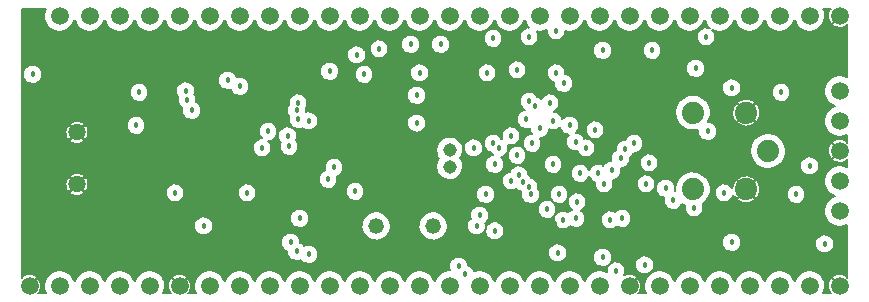
<source format=gbr>
G04 #@! TF.FileFunction,Copper,L2,Inr,Plane*
%FSLAX46Y46*%
G04 Gerber Fmt 4.6, Leading zero omitted, Abs format (unit mm)*
G04 Created by KiCad (PCBNEW 4.0.1-stable) date 2017-03-15 4:54:50 PM*
%MOMM*%
G01*
G04 APERTURE LIST*
%ADD10C,0.100000*%
%ADD11C,1.320800*%
%ADD12C,1.143000*%
%ADD13C,1.879600*%
%ADD14C,1.457960*%
%ADD15C,1.498600*%
%ADD16C,0.457000*%
%ADD17C,0.127000*%
G04 APERTURE END LIST*
D10*
D11*
X148374100Y-111353600D03*
X143548100Y-111353600D03*
D12*
X149771100Y-106324400D03*
X149771100Y-104952800D03*
D13*
X170370500Y-108254800D03*
X170370500Y-101752400D03*
X174891700Y-108254800D03*
X174891700Y-101752400D03*
X176730660Y-105003600D03*
D14*
X118227100Y-103438960D03*
X118227100Y-107838240D03*
D15*
X116751100Y-93573600D03*
X119291100Y-93573600D03*
X121831100Y-93573600D03*
X124371100Y-93573600D03*
X134531100Y-93573600D03*
X137071100Y-93573600D03*
X139611100Y-93573600D03*
X142151100Y-93573600D03*
X144691100Y-93573600D03*
X147231100Y-93573600D03*
X149771100Y-93573600D03*
X131991100Y-93573600D03*
X152311100Y-93573600D03*
X129451100Y-93573600D03*
X154851100Y-93573600D03*
X126911100Y-93573600D03*
X157391100Y-93573600D03*
X159931100Y-93573600D03*
X159931100Y-116433600D03*
X157391100Y-116433600D03*
X154851100Y-116433600D03*
X152311100Y-116433600D03*
X149771100Y-116433600D03*
X147231100Y-116433600D03*
X144691100Y-116433600D03*
X142151100Y-116433600D03*
X139611100Y-116433600D03*
X137071100Y-116433600D03*
X134531100Y-116433600D03*
X131991100Y-116433600D03*
X129451100Y-116433600D03*
X126911100Y-116433600D03*
X162471100Y-93573600D03*
X165011100Y-93573600D03*
X167551100Y-93573600D03*
X170091100Y-93573600D03*
X172631100Y-93573600D03*
X182791100Y-99923600D03*
X175171100Y-93573600D03*
X182791100Y-102463600D03*
X177711100Y-93573600D03*
X182791100Y-105003600D03*
X177711100Y-116433600D03*
X182791100Y-107543600D03*
X175171100Y-116433600D03*
X182791100Y-110083600D03*
X172631100Y-116433600D03*
X170091100Y-116433600D03*
X167551100Y-116433600D03*
X165011100Y-116433600D03*
X162471100Y-116433600D03*
X180251100Y-116433600D03*
X114211100Y-116433600D03*
X180251100Y-93573600D03*
X182791100Y-93573600D03*
X124371100Y-116433600D03*
X121831100Y-116433600D03*
X119291100Y-116433600D03*
X116751100Y-116433600D03*
X182791100Y-116433600D03*
D16*
X130848100Y-105638600D03*
X126911100Y-105638600D03*
X176822100Y-96875600D03*
X124879100Y-107670600D03*
X155867100Y-112369600D03*
X145580100Y-109321600D03*
X160312100Y-112623600D03*
X157518100Y-99923600D03*
X123482100Y-108940600D03*
X134531100Y-109575600D03*
X169456100Y-104368600D03*
X167170100Y-106908600D03*
X140246100Y-104038400D03*
X158661100Y-111226600D03*
X118656100Y-109956600D03*
X118529100Y-101193600D03*
X130000000Y-100425000D03*
X168948100Y-111607600D03*
X127927100Y-101574600D03*
X153600000Y-111775000D03*
X152819100Y-108686600D03*
X141770100Y-108432600D03*
X132626100Y-108559600D03*
X126530100Y-108559600D03*
X159042100Y-108686600D03*
X159423100Y-99288600D03*
X168059100Y-108178600D03*
X179108100Y-108686600D03*
X173012100Y-108559600D03*
X166662100Y-106019600D03*
X173647100Y-112750600D03*
X123482100Y-100050600D03*
X114465100Y-98526600D03*
X146977100Y-100304600D03*
X146977100Y-102641400D03*
X164376100Y-110718600D03*
X164249100Y-105638600D03*
X155486100Y-105384600D03*
X155613100Y-107035600D03*
X158788100Y-94843600D03*
X158788100Y-98399600D03*
X171488100Y-95351600D03*
X156502100Y-95351600D03*
X155486100Y-98145600D03*
X157010100Y-101193600D03*
X127546100Y-100685600D03*
X156502100Y-100812600D03*
X127419100Y-99923600D03*
X130975100Y-99034600D03*
X131991100Y-99542600D03*
X162090100Y-103225600D03*
X161328100Y-104749600D03*
X180251100Y-106273600D03*
X153581100Y-106146600D03*
X136309100Y-112750600D03*
X136055100Y-103733600D03*
X154978100Y-107543600D03*
X154978100Y-103733600D03*
X123228100Y-102844600D03*
X137833100Y-102463600D03*
X139484100Y-107416600D03*
X155994100Y-107670600D03*
X156502100Y-108051600D03*
X156248100Y-102336600D03*
X136817100Y-101574600D03*
X136817100Y-113512600D03*
X136182100Y-104622600D03*
X156756100Y-104368600D03*
X156629100Y-108686600D03*
X166916100Y-96494600D03*
X162725100Y-96494600D03*
X162344100Y-106908600D03*
X160820100Y-106908600D03*
X160566100Y-109321600D03*
X158915100Y-113639600D03*
X159375000Y-110850000D03*
X150533100Y-114782600D03*
X152311100Y-110464600D03*
X151041100Y-115417600D03*
X152057100Y-111353600D03*
X137833100Y-113766600D03*
X137071100Y-110718600D03*
X136944100Y-102336600D03*
X160439100Y-110718600D03*
X181521100Y-112877600D03*
X158026100Y-109956600D03*
X151803100Y-104749600D03*
X153454100Y-95478600D03*
X153962100Y-104749600D03*
X147231100Y-98399600D03*
X152946100Y-98399600D03*
X153454100Y-104368600D03*
X128943100Y-111353600D03*
X163360100Y-110845600D03*
X162725100Y-114020600D03*
X162852100Y-107797600D03*
X168694100Y-109194600D03*
X170472100Y-109829600D03*
X158534100Y-106146600D03*
X163487100Y-106654600D03*
X139992100Y-106400600D03*
X164630100Y-104876600D03*
X133896100Y-104749600D03*
X166281100Y-114655600D03*
X166408100Y-107797600D03*
X163868100Y-115163600D03*
X165392100Y-104368600D03*
X160439100Y-104241600D03*
X171615100Y-103352600D03*
X170599100Y-98018600D03*
X157391100Y-103098600D03*
X159931100Y-102844600D03*
X177838100Y-100050600D03*
X173647100Y-99669600D03*
X158534100Y-102463600D03*
X134404100Y-103352600D03*
X158280100Y-100939600D03*
X146469100Y-95986600D03*
X149009100Y-95986600D03*
X143802100Y-96367600D03*
X141897100Y-96875600D03*
X139611100Y-98272600D03*
X142532100Y-98526600D03*
X136944100Y-100939600D03*
D17*
X155867100Y-112369600D02*
X155867100Y-112242600D01*
G36*
X115486034Y-93172297D02*
X115432180Y-93425659D01*
X115428564Y-93684656D01*
X115475322Y-93939423D01*
X115570675Y-94180256D01*
X115710989Y-94397982D01*
X115890921Y-94584307D01*
X116103617Y-94732134D01*
X116340975Y-94835834D01*
X116593955Y-94891455D01*
X116852921Y-94896879D01*
X117108008Y-94851901D01*
X117349501Y-94758232D01*
X117568200Y-94619441D01*
X117755777Y-94440814D01*
X117905086Y-94229155D01*
X118010440Y-93992527D01*
X118019886Y-93950950D01*
X118110675Y-94180256D01*
X118250989Y-94397982D01*
X118430921Y-94584307D01*
X118643617Y-94732134D01*
X118880975Y-94835834D01*
X119133955Y-94891455D01*
X119392921Y-94896879D01*
X119648008Y-94851901D01*
X119889501Y-94758232D01*
X120108200Y-94619441D01*
X120295777Y-94440814D01*
X120445086Y-94229155D01*
X120550440Y-93992527D01*
X120559886Y-93950950D01*
X120650675Y-94180256D01*
X120790989Y-94397982D01*
X120970921Y-94584307D01*
X121183617Y-94732134D01*
X121420975Y-94835834D01*
X121673955Y-94891455D01*
X121932921Y-94896879D01*
X122188008Y-94851901D01*
X122429501Y-94758232D01*
X122648200Y-94619441D01*
X122835777Y-94440814D01*
X122985086Y-94229155D01*
X123090440Y-93992527D01*
X123099886Y-93950950D01*
X123190675Y-94180256D01*
X123330989Y-94397982D01*
X123510921Y-94584307D01*
X123723617Y-94732134D01*
X123960975Y-94835834D01*
X124213955Y-94891455D01*
X124472921Y-94896879D01*
X124728008Y-94851901D01*
X124969501Y-94758232D01*
X125188200Y-94619441D01*
X125375777Y-94440814D01*
X125525086Y-94229155D01*
X125630440Y-93992527D01*
X125639886Y-93950950D01*
X125730675Y-94180256D01*
X125870989Y-94397982D01*
X126050921Y-94584307D01*
X126263617Y-94732134D01*
X126500975Y-94835834D01*
X126753955Y-94891455D01*
X127012921Y-94896879D01*
X127268008Y-94851901D01*
X127509501Y-94758232D01*
X127728200Y-94619441D01*
X127915777Y-94440814D01*
X128065086Y-94229155D01*
X128170440Y-93992527D01*
X128179886Y-93950950D01*
X128270675Y-94180256D01*
X128410989Y-94397982D01*
X128590921Y-94584307D01*
X128803617Y-94732134D01*
X129040975Y-94835834D01*
X129293955Y-94891455D01*
X129552921Y-94896879D01*
X129808008Y-94851901D01*
X130049501Y-94758232D01*
X130268200Y-94619441D01*
X130455777Y-94440814D01*
X130605086Y-94229155D01*
X130710440Y-93992527D01*
X130719886Y-93950950D01*
X130810675Y-94180256D01*
X130950989Y-94397982D01*
X131130921Y-94584307D01*
X131343617Y-94732134D01*
X131580975Y-94835834D01*
X131833955Y-94891455D01*
X132092921Y-94896879D01*
X132348008Y-94851901D01*
X132589501Y-94758232D01*
X132808200Y-94619441D01*
X132995777Y-94440814D01*
X133145086Y-94229155D01*
X133250440Y-93992527D01*
X133259886Y-93950950D01*
X133350675Y-94180256D01*
X133490989Y-94397982D01*
X133670921Y-94584307D01*
X133883617Y-94732134D01*
X134120975Y-94835834D01*
X134373955Y-94891455D01*
X134632921Y-94896879D01*
X134888008Y-94851901D01*
X135129501Y-94758232D01*
X135348200Y-94619441D01*
X135535777Y-94440814D01*
X135685086Y-94229155D01*
X135790440Y-93992527D01*
X135799886Y-93950950D01*
X135890675Y-94180256D01*
X136030989Y-94397982D01*
X136210921Y-94584307D01*
X136423617Y-94732134D01*
X136660975Y-94835834D01*
X136913955Y-94891455D01*
X137172921Y-94896879D01*
X137428008Y-94851901D01*
X137669501Y-94758232D01*
X137888200Y-94619441D01*
X138075777Y-94440814D01*
X138225086Y-94229155D01*
X138330440Y-93992527D01*
X138339886Y-93950950D01*
X138430675Y-94180256D01*
X138570989Y-94397982D01*
X138750921Y-94584307D01*
X138963617Y-94732134D01*
X139200975Y-94835834D01*
X139453955Y-94891455D01*
X139712921Y-94896879D01*
X139968008Y-94851901D01*
X140209501Y-94758232D01*
X140428200Y-94619441D01*
X140615777Y-94440814D01*
X140765086Y-94229155D01*
X140870440Y-93992527D01*
X140879886Y-93950950D01*
X140970675Y-94180256D01*
X141110989Y-94397982D01*
X141290921Y-94584307D01*
X141503617Y-94732134D01*
X141740975Y-94835834D01*
X141993955Y-94891455D01*
X142252921Y-94896879D01*
X142508008Y-94851901D01*
X142749501Y-94758232D01*
X142968200Y-94619441D01*
X143155777Y-94440814D01*
X143305086Y-94229155D01*
X143410440Y-93992527D01*
X143419886Y-93950950D01*
X143510675Y-94180256D01*
X143650989Y-94397982D01*
X143830921Y-94584307D01*
X144043617Y-94732134D01*
X144280975Y-94835834D01*
X144533955Y-94891455D01*
X144792921Y-94896879D01*
X145048008Y-94851901D01*
X145289501Y-94758232D01*
X145508200Y-94619441D01*
X145695777Y-94440814D01*
X145845086Y-94229155D01*
X145950440Y-93992527D01*
X145959886Y-93950950D01*
X146050675Y-94180256D01*
X146190989Y-94397982D01*
X146370921Y-94584307D01*
X146583617Y-94732134D01*
X146820975Y-94835834D01*
X147073955Y-94891455D01*
X147332921Y-94896879D01*
X147588008Y-94851901D01*
X147829501Y-94758232D01*
X148048200Y-94619441D01*
X148235777Y-94440814D01*
X148385086Y-94229155D01*
X148490440Y-93992527D01*
X148499886Y-93950950D01*
X148590675Y-94180256D01*
X148730989Y-94397982D01*
X148910921Y-94584307D01*
X149123617Y-94732134D01*
X149360975Y-94835834D01*
X149613955Y-94891455D01*
X149872921Y-94896879D01*
X150128008Y-94851901D01*
X150369501Y-94758232D01*
X150588200Y-94619441D01*
X150775777Y-94440814D01*
X150925086Y-94229155D01*
X151030440Y-93992527D01*
X151039886Y-93950950D01*
X151130675Y-94180256D01*
X151270989Y-94397982D01*
X151450921Y-94584307D01*
X151663617Y-94732134D01*
X151900975Y-94835834D01*
X152153955Y-94891455D01*
X152412921Y-94896879D01*
X152668008Y-94851901D01*
X152909501Y-94758232D01*
X153128200Y-94619441D01*
X153315777Y-94440814D01*
X153465086Y-94229155D01*
X153570440Y-93992527D01*
X153579886Y-93950950D01*
X153670675Y-94180256D01*
X153810989Y-94397982D01*
X153990921Y-94584307D01*
X154203617Y-94732134D01*
X154440975Y-94835834D01*
X154693955Y-94891455D01*
X154952921Y-94896879D01*
X155208008Y-94851901D01*
X155449501Y-94758232D01*
X155668200Y-94619441D01*
X155855777Y-94440814D01*
X156005086Y-94229155D01*
X156110440Y-93992527D01*
X156119886Y-93950950D01*
X156210675Y-94180256D01*
X156350989Y-94397982D01*
X156499265Y-94551526D01*
X156429243Y-94551037D01*
X156275134Y-94580435D01*
X156129670Y-94639207D01*
X155998391Y-94725113D01*
X155886299Y-94834882D01*
X155797662Y-94964332D01*
X155735858Y-95108534D01*
X155703239Y-95261993D01*
X155701048Y-95418866D01*
X155729370Y-95573177D01*
X155787124Y-95719048D01*
X155872112Y-95850923D01*
X155981095Y-95963779D01*
X156109924Y-96053317D01*
X156253690Y-96116127D01*
X156406918Y-96149816D01*
X156563772Y-96153102D01*
X156718277Y-96125858D01*
X156864547Y-96069124D01*
X156997012Y-95985059D01*
X157110626Y-95876866D01*
X157201062Y-95748666D01*
X157264874Y-95605341D01*
X157299632Y-95452352D01*
X157302134Y-95273156D01*
X157271661Y-95119256D01*
X157211876Y-94974205D01*
X157143714Y-94871614D01*
X157233955Y-94891455D01*
X157492921Y-94896879D01*
X157748008Y-94851901D01*
X157989178Y-94758357D01*
X157987048Y-94910866D01*
X158015370Y-95065177D01*
X158073124Y-95211048D01*
X158158112Y-95342923D01*
X158267095Y-95455779D01*
X158395924Y-95545317D01*
X158539690Y-95608127D01*
X158692918Y-95641816D01*
X158849772Y-95645102D01*
X159004277Y-95617858D01*
X159150547Y-95561124D01*
X159283012Y-95477059D01*
X159396626Y-95368866D01*
X159487062Y-95240666D01*
X159550874Y-95097341D01*
X159585632Y-94944352D01*
X159586945Y-94850338D01*
X159773955Y-94891455D01*
X160032921Y-94896879D01*
X160288008Y-94851901D01*
X160529501Y-94758232D01*
X160748200Y-94619441D01*
X160935777Y-94440814D01*
X161085086Y-94229155D01*
X161190440Y-93992527D01*
X161199886Y-93950950D01*
X161290675Y-94180256D01*
X161430989Y-94397982D01*
X161610921Y-94584307D01*
X161823617Y-94732134D01*
X162060975Y-94835834D01*
X162313955Y-94891455D01*
X162572921Y-94896879D01*
X162828008Y-94851901D01*
X163069501Y-94758232D01*
X163288200Y-94619441D01*
X163475777Y-94440814D01*
X163625086Y-94229155D01*
X163730440Y-93992527D01*
X163739886Y-93950950D01*
X163830675Y-94180256D01*
X163970989Y-94397982D01*
X164150921Y-94584307D01*
X164363617Y-94732134D01*
X164600975Y-94835834D01*
X164853955Y-94891455D01*
X165112921Y-94896879D01*
X165368008Y-94851901D01*
X165609501Y-94758232D01*
X165828200Y-94619441D01*
X166015777Y-94440814D01*
X166165086Y-94229155D01*
X166270440Y-93992527D01*
X166279886Y-93950950D01*
X166370675Y-94180256D01*
X166510989Y-94397982D01*
X166690921Y-94584307D01*
X166903617Y-94732134D01*
X167140975Y-94835834D01*
X167393955Y-94891455D01*
X167652921Y-94896879D01*
X167908008Y-94851901D01*
X168149501Y-94758232D01*
X168368200Y-94619441D01*
X168555777Y-94440814D01*
X168705086Y-94229155D01*
X168810440Y-93992527D01*
X168819886Y-93950950D01*
X168910675Y-94180256D01*
X169050989Y-94397982D01*
X169230921Y-94584307D01*
X169443617Y-94732134D01*
X169680975Y-94835834D01*
X169933955Y-94891455D01*
X170192921Y-94896879D01*
X170448008Y-94851901D01*
X170689501Y-94758232D01*
X170908200Y-94619441D01*
X171095777Y-94440814D01*
X171245086Y-94229155D01*
X171350440Y-93992527D01*
X171359886Y-93950950D01*
X171450675Y-94180256D01*
X171590989Y-94397982D01*
X171770921Y-94584307D01*
X171837676Y-94630703D01*
X171725811Y-94583679D01*
X171572127Y-94552133D01*
X171415243Y-94551037D01*
X171261134Y-94580435D01*
X171115670Y-94639207D01*
X170984391Y-94725113D01*
X170872299Y-94834882D01*
X170783662Y-94964332D01*
X170721858Y-95108534D01*
X170689239Y-95261993D01*
X170687048Y-95418866D01*
X170715370Y-95573177D01*
X170773124Y-95719048D01*
X170858112Y-95850923D01*
X170967095Y-95963779D01*
X171095924Y-96053317D01*
X171239690Y-96116127D01*
X171392918Y-96149816D01*
X171549772Y-96153102D01*
X171704277Y-96125858D01*
X171850547Y-96069124D01*
X171983012Y-95985059D01*
X172096626Y-95876866D01*
X172187062Y-95748666D01*
X172250874Y-95605341D01*
X172285632Y-95452352D01*
X172288134Y-95273156D01*
X172257661Y-95119256D01*
X172197876Y-94974205D01*
X172111055Y-94843530D01*
X172013322Y-94745112D01*
X172220975Y-94835834D01*
X172473955Y-94891455D01*
X172732921Y-94896879D01*
X172988008Y-94851901D01*
X173229501Y-94758232D01*
X173448200Y-94619441D01*
X173635777Y-94440814D01*
X173785086Y-94229155D01*
X173890440Y-93992527D01*
X173899886Y-93950950D01*
X173990675Y-94180256D01*
X174130989Y-94397982D01*
X174310921Y-94584307D01*
X174523617Y-94732134D01*
X174760975Y-94835834D01*
X175013955Y-94891455D01*
X175272921Y-94896879D01*
X175528008Y-94851901D01*
X175769501Y-94758232D01*
X175988200Y-94619441D01*
X176175777Y-94440814D01*
X176325086Y-94229155D01*
X176430440Y-93992527D01*
X176439886Y-93950950D01*
X176530675Y-94180256D01*
X176670989Y-94397982D01*
X176850921Y-94584307D01*
X177063617Y-94732134D01*
X177300975Y-94835834D01*
X177553955Y-94891455D01*
X177812921Y-94896879D01*
X178068008Y-94851901D01*
X178309501Y-94758232D01*
X178528200Y-94619441D01*
X178715777Y-94440814D01*
X178865086Y-94229155D01*
X178970440Y-93992527D01*
X178979886Y-93950950D01*
X179070675Y-94180256D01*
X179210989Y-94397982D01*
X179390921Y-94584307D01*
X179603617Y-94732134D01*
X179840975Y-94835834D01*
X180093955Y-94891455D01*
X180352921Y-94896879D01*
X180608008Y-94851901D01*
X180849501Y-94758232D01*
X181068200Y-94619441D01*
X181255777Y-94440814D01*
X181405086Y-94229155D01*
X181510440Y-93992527D01*
X181567826Y-93739941D01*
X181571957Y-93444089D01*
X181521646Y-93190000D01*
X181422940Y-92950522D01*
X181422660Y-92950100D01*
X182078234Y-92950100D01*
X181972020Y-93009405D01*
X181877690Y-93180041D01*
X181818461Y-93365800D01*
X181796611Y-93559546D01*
X181812978Y-93753831D01*
X181866934Y-93941189D01*
X181956404Y-94114422D01*
X181972020Y-94137795D01*
X182112893Y-94216452D01*
X182755745Y-93573600D01*
X182741603Y-93559458D01*
X182776958Y-93524103D01*
X182791100Y-93538245D01*
X182805243Y-93524103D01*
X182840598Y-93559458D01*
X182826455Y-93573600D01*
X182840598Y-93587743D01*
X182805243Y-93623098D01*
X182791100Y-93608955D01*
X182148248Y-94251807D01*
X182226905Y-94392680D01*
X182397541Y-94487010D01*
X182583300Y-94546239D01*
X182777046Y-94568089D01*
X182971331Y-94551722D01*
X183158689Y-94497766D01*
X183331922Y-94408296D01*
X183355295Y-94392680D01*
X183414600Y-94286466D01*
X183414600Y-98752883D01*
X183183561Y-98655763D01*
X182929829Y-98603679D01*
X182670813Y-98601871D01*
X182416379Y-98650407D01*
X182176218Y-98747439D01*
X181959477Y-98889270D01*
X181774413Y-99070498D01*
X181628074Y-99284221D01*
X181526034Y-99522297D01*
X181472180Y-99775659D01*
X181468564Y-100034656D01*
X181515322Y-100289423D01*
X181610675Y-100530256D01*
X181750989Y-100747982D01*
X181930921Y-100934307D01*
X182143617Y-101082134D01*
X182380975Y-101185834D01*
X182411232Y-101192486D01*
X182176218Y-101287439D01*
X181959477Y-101429270D01*
X181774413Y-101610498D01*
X181628074Y-101824221D01*
X181526034Y-102062297D01*
X181472180Y-102315659D01*
X181468564Y-102574656D01*
X181515322Y-102829423D01*
X181610675Y-103070256D01*
X181750989Y-103287982D01*
X181930921Y-103474307D01*
X182143617Y-103622134D01*
X182380975Y-103725834D01*
X182633955Y-103781455D01*
X182892921Y-103786879D01*
X183148008Y-103741901D01*
X183389501Y-103648232D01*
X183414600Y-103632304D01*
X183414600Y-104290734D01*
X183355295Y-104184520D01*
X183184659Y-104090190D01*
X182998900Y-104030961D01*
X182805154Y-104009111D01*
X182610869Y-104025478D01*
X182423511Y-104079434D01*
X182250278Y-104168904D01*
X182226905Y-104184520D01*
X182148248Y-104325393D01*
X182791100Y-104968245D01*
X182805243Y-104954103D01*
X182840598Y-104989458D01*
X182826455Y-105003600D01*
X182840598Y-105017743D01*
X182805243Y-105053098D01*
X182791100Y-105038955D01*
X182148248Y-105681807D01*
X182226905Y-105822680D01*
X182397541Y-105917010D01*
X182583300Y-105976239D01*
X182777046Y-105998089D01*
X182971331Y-105981722D01*
X183158689Y-105927766D01*
X183331922Y-105838296D01*
X183355295Y-105822680D01*
X183414600Y-105716466D01*
X183414600Y-106372883D01*
X183183561Y-106275763D01*
X182929829Y-106223679D01*
X182670813Y-106221871D01*
X182416379Y-106270407D01*
X182176218Y-106367439D01*
X181959477Y-106509270D01*
X181774413Y-106690498D01*
X181628074Y-106904221D01*
X181526034Y-107142297D01*
X181472180Y-107395659D01*
X181468564Y-107654656D01*
X181515322Y-107909423D01*
X181610675Y-108150256D01*
X181750989Y-108367982D01*
X181930921Y-108554307D01*
X182143617Y-108702134D01*
X182380975Y-108805834D01*
X182411232Y-108812486D01*
X182176218Y-108907439D01*
X181959477Y-109049270D01*
X181774413Y-109230498D01*
X181628074Y-109444221D01*
X181526034Y-109682297D01*
X181472180Y-109935659D01*
X181468564Y-110194656D01*
X181515322Y-110449423D01*
X181610675Y-110690256D01*
X181750989Y-110907982D01*
X181930921Y-111094307D01*
X182143617Y-111242134D01*
X182380975Y-111345834D01*
X182633955Y-111401455D01*
X182892921Y-111406879D01*
X183148008Y-111361901D01*
X183389501Y-111268232D01*
X183414600Y-111252304D01*
X183414600Y-115720734D01*
X183355295Y-115614520D01*
X183184659Y-115520190D01*
X182998900Y-115460961D01*
X182805154Y-115439111D01*
X182610869Y-115455478D01*
X182423511Y-115509434D01*
X182250278Y-115598904D01*
X182226905Y-115614520D01*
X182148248Y-115755393D01*
X182791100Y-116398245D01*
X182805243Y-116384103D01*
X182840598Y-116419458D01*
X182826455Y-116433600D01*
X182840598Y-116447743D01*
X182805243Y-116483098D01*
X182791100Y-116468955D01*
X182776958Y-116483098D01*
X182741603Y-116447743D01*
X182755745Y-116433600D01*
X182112893Y-115790748D01*
X181972020Y-115869405D01*
X181877690Y-116040041D01*
X181818461Y-116225800D01*
X181796611Y-116419546D01*
X181812978Y-116613831D01*
X181866934Y-116801189D01*
X181956404Y-116974422D01*
X181972020Y-116997795D01*
X182078234Y-117057100D01*
X181419358Y-117057100D01*
X181510440Y-116852527D01*
X181567826Y-116599941D01*
X181571957Y-116304089D01*
X181521646Y-116050000D01*
X181422940Y-115810522D01*
X181279599Y-115594776D01*
X181097083Y-115410982D01*
X180882344Y-115266138D01*
X180643561Y-115165763D01*
X180389829Y-115113679D01*
X180130813Y-115111871D01*
X179876379Y-115160407D01*
X179636218Y-115257439D01*
X179419477Y-115399270D01*
X179234413Y-115580498D01*
X179088074Y-115794221D01*
X178986034Y-116032297D01*
X178981947Y-116051523D01*
X178981646Y-116050000D01*
X178882940Y-115810522D01*
X178739599Y-115594776D01*
X178557083Y-115410982D01*
X178342344Y-115266138D01*
X178103561Y-115165763D01*
X177849829Y-115113679D01*
X177590813Y-115111871D01*
X177336379Y-115160407D01*
X177096218Y-115257439D01*
X176879477Y-115399270D01*
X176694413Y-115580498D01*
X176548074Y-115794221D01*
X176446034Y-116032297D01*
X176441947Y-116051523D01*
X176441646Y-116050000D01*
X176342940Y-115810522D01*
X176199599Y-115594776D01*
X176017083Y-115410982D01*
X175802344Y-115266138D01*
X175563561Y-115165763D01*
X175309829Y-115113679D01*
X175050813Y-115111871D01*
X174796379Y-115160407D01*
X174556218Y-115257439D01*
X174339477Y-115399270D01*
X174154413Y-115580498D01*
X174008074Y-115794221D01*
X173906034Y-116032297D01*
X173901947Y-116051523D01*
X173901646Y-116050000D01*
X173802940Y-115810522D01*
X173659599Y-115594776D01*
X173477083Y-115410982D01*
X173262344Y-115266138D01*
X173023561Y-115165763D01*
X172769829Y-115113679D01*
X172510813Y-115111871D01*
X172256379Y-115160407D01*
X172016218Y-115257439D01*
X171799477Y-115399270D01*
X171614413Y-115580498D01*
X171468074Y-115794221D01*
X171366034Y-116032297D01*
X171361947Y-116051523D01*
X171361646Y-116050000D01*
X171262940Y-115810522D01*
X171119599Y-115594776D01*
X170937083Y-115410982D01*
X170722344Y-115266138D01*
X170483561Y-115165763D01*
X170229829Y-115113679D01*
X169970813Y-115111871D01*
X169716379Y-115160407D01*
X169476218Y-115257439D01*
X169259477Y-115399270D01*
X169074413Y-115580498D01*
X168928074Y-115794221D01*
X168826034Y-116032297D01*
X168821947Y-116051523D01*
X168821646Y-116050000D01*
X168722940Y-115810522D01*
X168579599Y-115594776D01*
X168397083Y-115410982D01*
X168182344Y-115266138D01*
X167943561Y-115165763D01*
X167689829Y-115113679D01*
X167430813Y-115111871D01*
X167176379Y-115160407D01*
X166936218Y-115257439D01*
X166719477Y-115399270D01*
X166534413Y-115580498D01*
X166388074Y-115794221D01*
X166286034Y-116032297D01*
X166232180Y-116285659D01*
X166228564Y-116544656D01*
X166275322Y-116799423D01*
X166370675Y-117040256D01*
X166381530Y-117057100D01*
X165723966Y-117057100D01*
X165830180Y-116997795D01*
X165924510Y-116827159D01*
X165983739Y-116641400D01*
X166005589Y-116447654D01*
X165989222Y-116253369D01*
X165935266Y-116066011D01*
X165845796Y-115892778D01*
X165830180Y-115869405D01*
X165689307Y-115790748D01*
X165046455Y-116433600D01*
X165060598Y-116447743D01*
X165025243Y-116483098D01*
X165011100Y-116468955D01*
X164996958Y-116483098D01*
X164961603Y-116447743D01*
X164975745Y-116433600D01*
X164961603Y-116419458D01*
X164996958Y-116384103D01*
X165011100Y-116398245D01*
X165653952Y-115755393D01*
X165575295Y-115614520D01*
X165404659Y-115520190D01*
X165218900Y-115460961D01*
X165025154Y-115439111D01*
X164830869Y-115455478D01*
X164643511Y-115509434D01*
X164573855Y-115545410D01*
X164630874Y-115417341D01*
X164665632Y-115264352D01*
X164668134Y-115085156D01*
X164637661Y-114931256D01*
X164577876Y-114786205D01*
X164535794Y-114722866D01*
X165480048Y-114722866D01*
X165508370Y-114877177D01*
X165566124Y-115023048D01*
X165651112Y-115154923D01*
X165760095Y-115267779D01*
X165888924Y-115357317D01*
X166032690Y-115420127D01*
X166185918Y-115453816D01*
X166342772Y-115457102D01*
X166497277Y-115429858D01*
X166643547Y-115373124D01*
X166776012Y-115289059D01*
X166889626Y-115180866D01*
X166980062Y-115052666D01*
X167043874Y-114909341D01*
X167078632Y-114756352D01*
X167081134Y-114577156D01*
X167050661Y-114423256D01*
X166990876Y-114278205D01*
X166904055Y-114147530D01*
X166793507Y-114036207D01*
X166663441Y-113948476D01*
X166518811Y-113887679D01*
X166365127Y-113856133D01*
X166208243Y-113855037D01*
X166054134Y-113884435D01*
X165908670Y-113943207D01*
X165777391Y-114029113D01*
X165665299Y-114138882D01*
X165576662Y-114268332D01*
X165514858Y-114412534D01*
X165482239Y-114565993D01*
X165480048Y-114722866D01*
X164535794Y-114722866D01*
X164491055Y-114655530D01*
X164380507Y-114544207D01*
X164250441Y-114456476D01*
X164105811Y-114395679D01*
X163952127Y-114364133D01*
X163795243Y-114363037D01*
X163641134Y-114392435D01*
X163495670Y-114451207D01*
X163364391Y-114537113D01*
X163252299Y-114646882D01*
X163163662Y-114776332D01*
X163101858Y-114920534D01*
X163069239Y-115073993D01*
X163067048Y-115230866D01*
X163071112Y-115253009D01*
X162863561Y-115165763D01*
X162609829Y-115113679D01*
X162350813Y-115111871D01*
X162096379Y-115160407D01*
X161856218Y-115257439D01*
X161639477Y-115399270D01*
X161454413Y-115580498D01*
X161308074Y-115794221D01*
X161206034Y-116032297D01*
X161201947Y-116051523D01*
X161201646Y-116050000D01*
X161102940Y-115810522D01*
X160959599Y-115594776D01*
X160777083Y-115410982D01*
X160562344Y-115266138D01*
X160323561Y-115165763D01*
X160069829Y-115113679D01*
X159810813Y-115111871D01*
X159556379Y-115160407D01*
X159316218Y-115257439D01*
X159099477Y-115399270D01*
X158914413Y-115580498D01*
X158768074Y-115794221D01*
X158666034Y-116032297D01*
X158661947Y-116051523D01*
X158661646Y-116050000D01*
X158562940Y-115810522D01*
X158419599Y-115594776D01*
X158237083Y-115410982D01*
X158022344Y-115266138D01*
X157783561Y-115165763D01*
X157529829Y-115113679D01*
X157270813Y-115111871D01*
X157016379Y-115160407D01*
X156776218Y-115257439D01*
X156559477Y-115399270D01*
X156374413Y-115580498D01*
X156228074Y-115794221D01*
X156126034Y-116032297D01*
X156121947Y-116051523D01*
X156121646Y-116050000D01*
X156022940Y-115810522D01*
X155879599Y-115594776D01*
X155697083Y-115410982D01*
X155482344Y-115266138D01*
X155243561Y-115165763D01*
X154989829Y-115113679D01*
X154730813Y-115111871D01*
X154476379Y-115160407D01*
X154236218Y-115257439D01*
X154019477Y-115399270D01*
X153834413Y-115580498D01*
X153688074Y-115794221D01*
X153586034Y-116032297D01*
X153581947Y-116051523D01*
X153581646Y-116050000D01*
X153482940Y-115810522D01*
X153339599Y-115594776D01*
X153157083Y-115410982D01*
X152942344Y-115266138D01*
X152703561Y-115165763D01*
X152449829Y-115113679D01*
X152190813Y-115111871D01*
X151936379Y-115160407D01*
X151815418Y-115209279D01*
X151810661Y-115185256D01*
X151750876Y-115040205D01*
X151664055Y-114909530D01*
X151553507Y-114798207D01*
X151423441Y-114710476D01*
X151326300Y-114669642D01*
X151302661Y-114550256D01*
X151242876Y-114405205D01*
X151156055Y-114274530D01*
X151045507Y-114163207D01*
X150915441Y-114075476D01*
X150770811Y-114014679D01*
X150617127Y-113983133D01*
X150460243Y-113982037D01*
X150306134Y-114011435D01*
X150160670Y-114070207D01*
X150029391Y-114156113D01*
X149917299Y-114265882D01*
X149828662Y-114395332D01*
X149766858Y-114539534D01*
X149734239Y-114692993D01*
X149732048Y-114849866D01*
X149760370Y-115004177D01*
X149803431Y-115112936D01*
X149650813Y-115111871D01*
X149396379Y-115160407D01*
X149156218Y-115257439D01*
X148939477Y-115399270D01*
X148754413Y-115580498D01*
X148608074Y-115794221D01*
X148506034Y-116032297D01*
X148501947Y-116051523D01*
X148501646Y-116050000D01*
X148402940Y-115810522D01*
X148259599Y-115594776D01*
X148077083Y-115410982D01*
X147862344Y-115266138D01*
X147623561Y-115165763D01*
X147369829Y-115113679D01*
X147110813Y-115111871D01*
X146856379Y-115160407D01*
X146616218Y-115257439D01*
X146399477Y-115399270D01*
X146214413Y-115580498D01*
X146068074Y-115794221D01*
X145966034Y-116032297D01*
X145961947Y-116051523D01*
X145961646Y-116050000D01*
X145862940Y-115810522D01*
X145719599Y-115594776D01*
X145537083Y-115410982D01*
X145322344Y-115266138D01*
X145083561Y-115165763D01*
X144829829Y-115113679D01*
X144570813Y-115111871D01*
X144316379Y-115160407D01*
X144076218Y-115257439D01*
X143859477Y-115399270D01*
X143674413Y-115580498D01*
X143528074Y-115794221D01*
X143426034Y-116032297D01*
X143421947Y-116051523D01*
X143421646Y-116050000D01*
X143322940Y-115810522D01*
X143179599Y-115594776D01*
X142997083Y-115410982D01*
X142782344Y-115266138D01*
X142543561Y-115165763D01*
X142289829Y-115113679D01*
X142030813Y-115111871D01*
X141776379Y-115160407D01*
X141536218Y-115257439D01*
X141319477Y-115399270D01*
X141134413Y-115580498D01*
X140988074Y-115794221D01*
X140886034Y-116032297D01*
X140881947Y-116051523D01*
X140881646Y-116050000D01*
X140782940Y-115810522D01*
X140639599Y-115594776D01*
X140457083Y-115410982D01*
X140242344Y-115266138D01*
X140003561Y-115165763D01*
X139749829Y-115113679D01*
X139490813Y-115111871D01*
X139236379Y-115160407D01*
X138996218Y-115257439D01*
X138779477Y-115399270D01*
X138594413Y-115580498D01*
X138448074Y-115794221D01*
X138346034Y-116032297D01*
X138341947Y-116051523D01*
X138341646Y-116050000D01*
X138242940Y-115810522D01*
X138099599Y-115594776D01*
X137917083Y-115410982D01*
X137702344Y-115266138D01*
X137463561Y-115165763D01*
X137209829Y-115113679D01*
X136950813Y-115111871D01*
X136696379Y-115160407D01*
X136456218Y-115257439D01*
X136239477Y-115399270D01*
X136054413Y-115580498D01*
X135908074Y-115794221D01*
X135806034Y-116032297D01*
X135801947Y-116051523D01*
X135801646Y-116050000D01*
X135702940Y-115810522D01*
X135559599Y-115594776D01*
X135377083Y-115410982D01*
X135162344Y-115266138D01*
X134923561Y-115165763D01*
X134669829Y-115113679D01*
X134410813Y-115111871D01*
X134156379Y-115160407D01*
X133916218Y-115257439D01*
X133699477Y-115399270D01*
X133514413Y-115580498D01*
X133368074Y-115794221D01*
X133266034Y-116032297D01*
X133261947Y-116051523D01*
X133261646Y-116050000D01*
X133162940Y-115810522D01*
X133019599Y-115594776D01*
X132837083Y-115410982D01*
X132622344Y-115266138D01*
X132383561Y-115165763D01*
X132129829Y-115113679D01*
X131870813Y-115111871D01*
X131616379Y-115160407D01*
X131376218Y-115257439D01*
X131159477Y-115399270D01*
X130974413Y-115580498D01*
X130828074Y-115794221D01*
X130726034Y-116032297D01*
X130721947Y-116051523D01*
X130721646Y-116050000D01*
X130622940Y-115810522D01*
X130479599Y-115594776D01*
X130297083Y-115410982D01*
X130082344Y-115266138D01*
X129843561Y-115165763D01*
X129589829Y-115113679D01*
X129330813Y-115111871D01*
X129076379Y-115160407D01*
X128836218Y-115257439D01*
X128619477Y-115399270D01*
X128434413Y-115580498D01*
X128288074Y-115794221D01*
X128186034Y-116032297D01*
X128132180Y-116285659D01*
X128128564Y-116544656D01*
X128175322Y-116799423D01*
X128270675Y-117040256D01*
X128281530Y-117057100D01*
X127623966Y-117057100D01*
X127730180Y-116997795D01*
X127824510Y-116827159D01*
X127883739Y-116641400D01*
X127905589Y-116447654D01*
X127889222Y-116253369D01*
X127835266Y-116066011D01*
X127745796Y-115892778D01*
X127730180Y-115869405D01*
X127589307Y-115790748D01*
X126946455Y-116433600D01*
X126960598Y-116447743D01*
X126925243Y-116483098D01*
X126911100Y-116468955D01*
X126896958Y-116483098D01*
X126861603Y-116447743D01*
X126875745Y-116433600D01*
X126232893Y-115790748D01*
X126092020Y-115869405D01*
X125997690Y-116040041D01*
X125938461Y-116225800D01*
X125916611Y-116419546D01*
X125932978Y-116613831D01*
X125986934Y-116801189D01*
X126076404Y-116974422D01*
X126092020Y-116997795D01*
X126198234Y-117057100D01*
X125539358Y-117057100D01*
X125630440Y-116852527D01*
X125687826Y-116599941D01*
X125691957Y-116304089D01*
X125641646Y-116050000D01*
X125542940Y-115810522D01*
X125506313Y-115755393D01*
X126268248Y-115755393D01*
X126911100Y-116398245D01*
X127553952Y-115755393D01*
X127475295Y-115614520D01*
X127304659Y-115520190D01*
X127118900Y-115460961D01*
X126925154Y-115439111D01*
X126730869Y-115455478D01*
X126543511Y-115509434D01*
X126370278Y-115598904D01*
X126346905Y-115614520D01*
X126268248Y-115755393D01*
X125506313Y-115755393D01*
X125399599Y-115594776D01*
X125217083Y-115410982D01*
X125002344Y-115266138D01*
X124763561Y-115165763D01*
X124509829Y-115113679D01*
X124250813Y-115111871D01*
X123996379Y-115160407D01*
X123756218Y-115257439D01*
X123539477Y-115399270D01*
X123354413Y-115580498D01*
X123208074Y-115794221D01*
X123106034Y-116032297D01*
X123101947Y-116051523D01*
X123101646Y-116050000D01*
X123002940Y-115810522D01*
X122859599Y-115594776D01*
X122677083Y-115410982D01*
X122462344Y-115266138D01*
X122223561Y-115165763D01*
X121969829Y-115113679D01*
X121710813Y-115111871D01*
X121456379Y-115160407D01*
X121216218Y-115257439D01*
X120999477Y-115399270D01*
X120814413Y-115580498D01*
X120668074Y-115794221D01*
X120566034Y-116032297D01*
X120561947Y-116051523D01*
X120561646Y-116050000D01*
X120462940Y-115810522D01*
X120319599Y-115594776D01*
X120137083Y-115410982D01*
X119922344Y-115266138D01*
X119683561Y-115165763D01*
X119429829Y-115113679D01*
X119170813Y-115111871D01*
X118916379Y-115160407D01*
X118676218Y-115257439D01*
X118459477Y-115399270D01*
X118274413Y-115580498D01*
X118128074Y-115794221D01*
X118026034Y-116032297D01*
X118021947Y-116051523D01*
X118021646Y-116050000D01*
X117922940Y-115810522D01*
X117779599Y-115594776D01*
X117597083Y-115410982D01*
X117382344Y-115266138D01*
X117143561Y-115165763D01*
X116889829Y-115113679D01*
X116630813Y-115111871D01*
X116376379Y-115160407D01*
X116136218Y-115257439D01*
X115919477Y-115399270D01*
X115734413Y-115580498D01*
X115588074Y-115794221D01*
X115486034Y-116032297D01*
X115432180Y-116285659D01*
X115428564Y-116544656D01*
X115475322Y-116799423D01*
X115570675Y-117040256D01*
X115581530Y-117057100D01*
X114923966Y-117057100D01*
X115030180Y-116997795D01*
X115124510Y-116827159D01*
X115183739Y-116641400D01*
X115205589Y-116447654D01*
X115189222Y-116253369D01*
X115135266Y-116066011D01*
X115045796Y-115892778D01*
X115030180Y-115869405D01*
X114889307Y-115790748D01*
X114246455Y-116433600D01*
X114260598Y-116447743D01*
X114225243Y-116483098D01*
X114211100Y-116468955D01*
X114196958Y-116483098D01*
X114161603Y-116447743D01*
X114175745Y-116433600D01*
X114161603Y-116419458D01*
X114196958Y-116384103D01*
X114211100Y-116398245D01*
X114853952Y-115755393D01*
X114775295Y-115614520D01*
X114604659Y-115520190D01*
X114418900Y-115460961D01*
X114225154Y-115439111D01*
X114030869Y-115455478D01*
X113843511Y-115509434D01*
X113670278Y-115598904D01*
X113646905Y-115614520D01*
X113587600Y-115720734D01*
X113587600Y-112817866D01*
X135508048Y-112817866D01*
X135536370Y-112972177D01*
X135594124Y-113118048D01*
X135679112Y-113249923D01*
X135788095Y-113362779D01*
X135916924Y-113452317D01*
X136017217Y-113496134D01*
X136016048Y-113579866D01*
X136044370Y-113734177D01*
X136102124Y-113880048D01*
X136187112Y-114011923D01*
X136296095Y-114124779D01*
X136424924Y-114214317D01*
X136568690Y-114277127D01*
X136721918Y-114310816D01*
X136878772Y-114314102D01*
X137033277Y-114286858D01*
X137179547Y-114230124D01*
X137179898Y-114229901D01*
X137203112Y-114265923D01*
X137312095Y-114378779D01*
X137440924Y-114468317D01*
X137584690Y-114531127D01*
X137737918Y-114564816D01*
X137894772Y-114568102D01*
X138049277Y-114540858D01*
X138195547Y-114484124D01*
X138328012Y-114400059D01*
X138441626Y-114291866D01*
X138532062Y-114163666D01*
X138595874Y-114020341D01*
X138630632Y-113867352D01*
X138632872Y-113706866D01*
X158114048Y-113706866D01*
X158142370Y-113861177D01*
X158200124Y-114007048D01*
X158285112Y-114138923D01*
X158394095Y-114251779D01*
X158522924Y-114341317D01*
X158666690Y-114404127D01*
X158819918Y-114437816D01*
X158976772Y-114441102D01*
X159131277Y-114413858D01*
X159277547Y-114357124D01*
X159410012Y-114273059D01*
X159523626Y-114164866D01*
X159577944Y-114087866D01*
X161924048Y-114087866D01*
X161952370Y-114242177D01*
X162010124Y-114388048D01*
X162095112Y-114519923D01*
X162204095Y-114632779D01*
X162332924Y-114722317D01*
X162476690Y-114785127D01*
X162629918Y-114818816D01*
X162786772Y-114822102D01*
X162941277Y-114794858D01*
X163087547Y-114738124D01*
X163220012Y-114654059D01*
X163333626Y-114545866D01*
X163424062Y-114417666D01*
X163487874Y-114274341D01*
X163522632Y-114121352D01*
X163525134Y-113942156D01*
X163494661Y-113788256D01*
X163434876Y-113643205D01*
X163348055Y-113512530D01*
X163237507Y-113401207D01*
X163107441Y-113313476D01*
X162962811Y-113252679D01*
X162809127Y-113221133D01*
X162652243Y-113220037D01*
X162498134Y-113249435D01*
X162352670Y-113308207D01*
X162221391Y-113394113D01*
X162109299Y-113503882D01*
X162020662Y-113633332D01*
X161958858Y-113777534D01*
X161926239Y-113930993D01*
X161924048Y-114087866D01*
X159577944Y-114087866D01*
X159614062Y-114036666D01*
X159677874Y-113893341D01*
X159712632Y-113740352D01*
X159715134Y-113561156D01*
X159684661Y-113407256D01*
X159624876Y-113262205D01*
X159538055Y-113131530D01*
X159427507Y-113020207D01*
X159297441Y-112932476D01*
X159152811Y-112871679D01*
X158999127Y-112840133D01*
X158842243Y-112839037D01*
X158688134Y-112868435D01*
X158542670Y-112927207D01*
X158411391Y-113013113D01*
X158299299Y-113122882D01*
X158210662Y-113252332D01*
X158148858Y-113396534D01*
X158116239Y-113549993D01*
X158114048Y-113706866D01*
X138632872Y-113706866D01*
X138633134Y-113688156D01*
X138602661Y-113534256D01*
X138542876Y-113389205D01*
X138456055Y-113258530D01*
X138345507Y-113147207D01*
X138215441Y-113059476D01*
X138070811Y-112998679D01*
X137917127Y-112967133D01*
X137760243Y-112966037D01*
X137606134Y-112995435D01*
X137470438Y-113050260D01*
X137440055Y-113004530D01*
X137329507Y-112893207D01*
X137217810Y-112817866D01*
X172846048Y-112817866D01*
X172874370Y-112972177D01*
X172932124Y-113118048D01*
X173017112Y-113249923D01*
X173126095Y-113362779D01*
X173254924Y-113452317D01*
X173398690Y-113515127D01*
X173551918Y-113548816D01*
X173708772Y-113552102D01*
X173863277Y-113524858D01*
X174009547Y-113468124D01*
X174142012Y-113384059D01*
X174255626Y-113275866D01*
X174346062Y-113147666D01*
X174409874Y-113004341D01*
X174423386Y-112944866D01*
X180720048Y-112944866D01*
X180748370Y-113099177D01*
X180806124Y-113245048D01*
X180891112Y-113376923D01*
X181000095Y-113489779D01*
X181128924Y-113579317D01*
X181272690Y-113642127D01*
X181425918Y-113675816D01*
X181582772Y-113679102D01*
X181737277Y-113651858D01*
X181883547Y-113595124D01*
X182016012Y-113511059D01*
X182129626Y-113402866D01*
X182220062Y-113274666D01*
X182283874Y-113131341D01*
X182318632Y-112978352D01*
X182321134Y-112799156D01*
X182290661Y-112645256D01*
X182230876Y-112500205D01*
X182144055Y-112369530D01*
X182033507Y-112258207D01*
X181903441Y-112170476D01*
X181758811Y-112109679D01*
X181605127Y-112078133D01*
X181448243Y-112077037D01*
X181294134Y-112106435D01*
X181148670Y-112165207D01*
X181017391Y-112251113D01*
X180905299Y-112360882D01*
X180816662Y-112490332D01*
X180754858Y-112634534D01*
X180722239Y-112787993D01*
X180720048Y-112944866D01*
X174423386Y-112944866D01*
X174444632Y-112851352D01*
X174447134Y-112672156D01*
X174416661Y-112518256D01*
X174356876Y-112373205D01*
X174270055Y-112242530D01*
X174159507Y-112131207D01*
X174029441Y-112043476D01*
X173884811Y-111982679D01*
X173731127Y-111951133D01*
X173574243Y-111950037D01*
X173420134Y-111979435D01*
X173274670Y-112038207D01*
X173143391Y-112124113D01*
X173031299Y-112233882D01*
X172942662Y-112363332D01*
X172880858Y-112507534D01*
X172848239Y-112660993D01*
X172846048Y-112817866D01*
X137217810Y-112817866D01*
X137199441Y-112805476D01*
X137107810Y-112766958D01*
X137109134Y-112672156D01*
X137078661Y-112518256D01*
X137018876Y-112373205D01*
X136932055Y-112242530D01*
X136821507Y-112131207D01*
X136691441Y-112043476D01*
X136546811Y-111982679D01*
X136393127Y-111951133D01*
X136236243Y-111950037D01*
X136082134Y-111979435D01*
X135936670Y-112038207D01*
X135805391Y-112124113D01*
X135693299Y-112233882D01*
X135604662Y-112363332D01*
X135542858Y-112507534D01*
X135510239Y-112660993D01*
X135508048Y-112817866D01*
X113587600Y-112817866D01*
X113587600Y-111420866D01*
X128142048Y-111420866D01*
X128170370Y-111575177D01*
X128228124Y-111721048D01*
X128313112Y-111852923D01*
X128422095Y-111965779D01*
X128550924Y-112055317D01*
X128694690Y-112118127D01*
X128847918Y-112151816D01*
X129004772Y-112155102D01*
X129159277Y-112127858D01*
X129305547Y-112071124D01*
X129438012Y-111987059D01*
X129551626Y-111878866D01*
X129642062Y-111750666D01*
X129705874Y-111607341D01*
X129740632Y-111454352D01*
X129743134Y-111275156D01*
X129712661Y-111121256D01*
X129652876Y-110976205D01*
X129566055Y-110845530D01*
X129506807Y-110785866D01*
X136270048Y-110785866D01*
X136298370Y-110940177D01*
X136356124Y-111086048D01*
X136441112Y-111217923D01*
X136550095Y-111330779D01*
X136678924Y-111420317D01*
X136822690Y-111483127D01*
X136975918Y-111516816D01*
X137132772Y-111520102D01*
X137287277Y-111492858D01*
X137379255Y-111457182D01*
X142314580Y-111457182D01*
X142358192Y-111694801D01*
X142447126Y-111919424D01*
X142577996Y-112122495D01*
X142745818Y-112296279D01*
X142944198Y-112434156D01*
X143165580Y-112530876D01*
X143401532Y-112582753D01*
X143643067Y-112587813D01*
X143880985Y-112545861D01*
X144106224Y-112458497D01*
X144310203Y-112329048D01*
X144485155Y-112162444D01*
X144624414Y-111965031D01*
X144722677Y-111744330D01*
X144776200Y-111508745D01*
X144776919Y-111457182D01*
X147140580Y-111457182D01*
X147184192Y-111694801D01*
X147273126Y-111919424D01*
X147403996Y-112122495D01*
X147571818Y-112296279D01*
X147770198Y-112434156D01*
X147991580Y-112530876D01*
X148227532Y-112582753D01*
X148469067Y-112587813D01*
X148706985Y-112545861D01*
X148932224Y-112458497D01*
X149136203Y-112329048D01*
X149311155Y-112162444D01*
X149450414Y-111965031D01*
X149548677Y-111744330D01*
X149602200Y-111508745D01*
X149603427Y-111420866D01*
X151256048Y-111420866D01*
X151284370Y-111575177D01*
X151342124Y-111721048D01*
X151427112Y-111852923D01*
X151536095Y-111965779D01*
X151664924Y-112055317D01*
X151808690Y-112118127D01*
X151961918Y-112151816D01*
X152118772Y-112155102D01*
X152273277Y-112127858D01*
X152419547Y-112071124D01*
X152552012Y-111987059D01*
X152665626Y-111878866D01*
X152756062Y-111750666D01*
X152815771Y-111616558D01*
X152801139Y-111685393D01*
X152798948Y-111842266D01*
X152827270Y-111996577D01*
X152885024Y-112142448D01*
X152970012Y-112274323D01*
X153078995Y-112387179D01*
X153207824Y-112476717D01*
X153351590Y-112539527D01*
X153504818Y-112573216D01*
X153661672Y-112576502D01*
X153816177Y-112549258D01*
X153962447Y-112492524D01*
X154094912Y-112408459D01*
X154208526Y-112300266D01*
X154298962Y-112172066D01*
X154362774Y-112028741D01*
X154397532Y-111875752D01*
X154400034Y-111696556D01*
X154369561Y-111542656D01*
X154309776Y-111397605D01*
X154222955Y-111266930D01*
X154112407Y-111155607D01*
X153982341Y-111067876D01*
X153837711Y-111007079D01*
X153684027Y-110975533D01*
X153527143Y-110974437D01*
X153373034Y-111003835D01*
X153227570Y-111062607D01*
X153096291Y-111148513D01*
X152984199Y-111258282D01*
X152895562Y-111387732D01*
X152840670Y-111515807D01*
X152854632Y-111454352D01*
X152857134Y-111275156D01*
X152826661Y-111121256D01*
X152813975Y-111090476D01*
X152919626Y-110989866D01*
X152970840Y-110917266D01*
X158573948Y-110917266D01*
X158602270Y-111071577D01*
X158660024Y-111217448D01*
X158745012Y-111349323D01*
X158853995Y-111462179D01*
X158982824Y-111551717D01*
X159126590Y-111614527D01*
X159279818Y-111648216D01*
X159436672Y-111651502D01*
X159591177Y-111624258D01*
X159737447Y-111567524D01*
X159869912Y-111483459D01*
X159982926Y-111375837D01*
X160046924Y-111420317D01*
X160190690Y-111483127D01*
X160343918Y-111516816D01*
X160500772Y-111520102D01*
X160655277Y-111492858D01*
X160801547Y-111436124D01*
X160934012Y-111352059D01*
X161047626Y-111243866D01*
X161138062Y-111115666D01*
X161201874Y-110972341D01*
X161215386Y-110912866D01*
X162559048Y-110912866D01*
X162587370Y-111067177D01*
X162645124Y-111213048D01*
X162730112Y-111344923D01*
X162839095Y-111457779D01*
X162967924Y-111547317D01*
X163111690Y-111610127D01*
X163264918Y-111643816D01*
X163421772Y-111647102D01*
X163576277Y-111619858D01*
X163722547Y-111563124D01*
X163855012Y-111479059D01*
X163945061Y-111393307D01*
X163983924Y-111420317D01*
X164127690Y-111483127D01*
X164280918Y-111516816D01*
X164437772Y-111520102D01*
X164592277Y-111492858D01*
X164738547Y-111436124D01*
X164871012Y-111352059D01*
X164984626Y-111243866D01*
X165075062Y-111115666D01*
X165138874Y-110972341D01*
X165173632Y-110819352D01*
X165176134Y-110640156D01*
X165145661Y-110486256D01*
X165085876Y-110341205D01*
X164999055Y-110210530D01*
X164888507Y-110099207D01*
X164758441Y-110011476D01*
X164613811Y-109950679D01*
X164460127Y-109919133D01*
X164303243Y-109918037D01*
X164149134Y-109947435D01*
X164003670Y-110006207D01*
X163872391Y-110092113D01*
X163791355Y-110171469D01*
X163742441Y-110138476D01*
X163597811Y-110077679D01*
X163444127Y-110046133D01*
X163287243Y-110045037D01*
X163133134Y-110074435D01*
X162987670Y-110133207D01*
X162856391Y-110219113D01*
X162744299Y-110328882D01*
X162655662Y-110458332D01*
X162593858Y-110602534D01*
X162561239Y-110755993D01*
X162559048Y-110912866D01*
X161215386Y-110912866D01*
X161236632Y-110819352D01*
X161239134Y-110640156D01*
X161208661Y-110486256D01*
X161148876Y-110341205D01*
X161062055Y-110210530D01*
X160951507Y-110099207D01*
X160886569Y-110055406D01*
X160928547Y-110039124D01*
X161061012Y-109955059D01*
X161174626Y-109846866D01*
X161265062Y-109718666D01*
X161328874Y-109575341D01*
X161363632Y-109422352D01*
X161366134Y-109243156D01*
X161335661Y-109089256D01*
X161275876Y-108944205D01*
X161189055Y-108813530D01*
X161078507Y-108702207D01*
X160948441Y-108614476D01*
X160803811Y-108553679D01*
X160650127Y-108522133D01*
X160493243Y-108521037D01*
X160339134Y-108550435D01*
X160193670Y-108609207D01*
X160062391Y-108695113D01*
X159950299Y-108804882D01*
X159861662Y-108934332D01*
X159799858Y-109078534D01*
X159767239Y-109231993D01*
X159765048Y-109388866D01*
X159793370Y-109543177D01*
X159851124Y-109689048D01*
X159936112Y-109820923D01*
X160045095Y-109933779D01*
X160118927Y-109985093D01*
X160066670Y-110006207D01*
X159935391Y-110092113D01*
X159832077Y-110193286D01*
X159757341Y-110142876D01*
X159612711Y-110082079D01*
X159459027Y-110050533D01*
X159302143Y-110049437D01*
X159148034Y-110078835D01*
X159002570Y-110137607D01*
X158871291Y-110223513D01*
X158759199Y-110333282D01*
X158670562Y-110462732D01*
X158608758Y-110606934D01*
X158576139Y-110760393D01*
X158573948Y-110917266D01*
X152970840Y-110917266D01*
X153010062Y-110861666D01*
X153073874Y-110718341D01*
X153108632Y-110565352D01*
X153111134Y-110386156D01*
X153080661Y-110232256D01*
X153020876Y-110087205D01*
X152978794Y-110023866D01*
X157225048Y-110023866D01*
X157253370Y-110178177D01*
X157311124Y-110324048D01*
X157396112Y-110455923D01*
X157505095Y-110568779D01*
X157633924Y-110658317D01*
X157777690Y-110721127D01*
X157930918Y-110754816D01*
X158087772Y-110758102D01*
X158242277Y-110730858D01*
X158388547Y-110674124D01*
X158521012Y-110590059D01*
X158634626Y-110481866D01*
X158725062Y-110353666D01*
X158788874Y-110210341D01*
X158823632Y-110057352D01*
X158826134Y-109878156D01*
X158795661Y-109724256D01*
X158735876Y-109579205D01*
X158649055Y-109448530D01*
X158538507Y-109337207D01*
X158408441Y-109249476D01*
X158263811Y-109188679D01*
X158110127Y-109157133D01*
X157953243Y-109156037D01*
X157799134Y-109185435D01*
X157653670Y-109244207D01*
X157522391Y-109330113D01*
X157410299Y-109439882D01*
X157321662Y-109569332D01*
X157259858Y-109713534D01*
X157227239Y-109866993D01*
X157225048Y-110023866D01*
X152978794Y-110023866D01*
X152934055Y-109956530D01*
X152823507Y-109845207D01*
X152693441Y-109757476D01*
X152548811Y-109696679D01*
X152395127Y-109665133D01*
X152238243Y-109664037D01*
X152084134Y-109693435D01*
X151938670Y-109752207D01*
X151807391Y-109838113D01*
X151695299Y-109947882D01*
X151606662Y-110077332D01*
X151544858Y-110221534D01*
X151512239Y-110374993D01*
X151510048Y-110531866D01*
X151538370Y-110686177D01*
X151554333Y-110726496D01*
X151553391Y-110727113D01*
X151441299Y-110836882D01*
X151352662Y-110966332D01*
X151290858Y-111110534D01*
X151258239Y-111263993D01*
X151256048Y-111420866D01*
X149603427Y-111420866D01*
X149606053Y-111232806D01*
X149559128Y-110995819D01*
X149467066Y-110772459D01*
X149333374Y-110571236D01*
X149163142Y-110399812D01*
X148962857Y-110264717D01*
X148740145Y-110171098D01*
X148503492Y-110122520D01*
X148261909Y-110120834D01*
X148024601Y-110166103D01*
X147800604Y-110256603D01*
X147598452Y-110388888D01*
X147425843Y-110557918D01*
X147289354Y-110757256D01*
X147194182Y-110979308D01*
X147143953Y-111215617D01*
X147140580Y-111457182D01*
X144776919Y-111457182D01*
X144780053Y-111232806D01*
X144733128Y-110995819D01*
X144641066Y-110772459D01*
X144507374Y-110571236D01*
X144337142Y-110399812D01*
X144136857Y-110264717D01*
X143914145Y-110171098D01*
X143677492Y-110122520D01*
X143435909Y-110120834D01*
X143198601Y-110166103D01*
X142974604Y-110256603D01*
X142772452Y-110388888D01*
X142599843Y-110557918D01*
X142463354Y-110757256D01*
X142368182Y-110979308D01*
X142317953Y-111215617D01*
X142314580Y-111457182D01*
X137379255Y-111457182D01*
X137433547Y-111436124D01*
X137566012Y-111352059D01*
X137679626Y-111243866D01*
X137770062Y-111115666D01*
X137833874Y-110972341D01*
X137868632Y-110819352D01*
X137871134Y-110640156D01*
X137840661Y-110486256D01*
X137780876Y-110341205D01*
X137694055Y-110210530D01*
X137583507Y-110099207D01*
X137453441Y-110011476D01*
X137308811Y-109950679D01*
X137155127Y-109919133D01*
X136998243Y-109918037D01*
X136844134Y-109947435D01*
X136698670Y-110006207D01*
X136567391Y-110092113D01*
X136455299Y-110201882D01*
X136366662Y-110331332D01*
X136304858Y-110475534D01*
X136272239Y-110628993D01*
X136270048Y-110785866D01*
X129506807Y-110785866D01*
X129455507Y-110734207D01*
X129325441Y-110646476D01*
X129180811Y-110585679D01*
X129027127Y-110554133D01*
X128870243Y-110553037D01*
X128716134Y-110582435D01*
X128570670Y-110641207D01*
X128439391Y-110727113D01*
X128327299Y-110836882D01*
X128238662Y-110966332D01*
X128176858Y-111110534D01*
X128144239Y-111263993D01*
X128142048Y-111420866D01*
X113587600Y-111420866D01*
X113587600Y-108502004D01*
X117598691Y-108502004D01*
X117674911Y-108640796D01*
X117842092Y-108733101D01*
X118024069Y-108791018D01*
X118213848Y-108812320D01*
X118404136Y-108796188D01*
X118587621Y-108743243D01*
X118757252Y-108655520D01*
X118779289Y-108640796D01*
X118786938Y-108626866D01*
X125729048Y-108626866D01*
X125757370Y-108781177D01*
X125815124Y-108927048D01*
X125900112Y-109058923D01*
X126009095Y-109171779D01*
X126137924Y-109261317D01*
X126281690Y-109324127D01*
X126434918Y-109357816D01*
X126591772Y-109361102D01*
X126746277Y-109333858D01*
X126892547Y-109277124D01*
X127025012Y-109193059D01*
X127138626Y-109084866D01*
X127229062Y-108956666D01*
X127292874Y-108813341D01*
X127327632Y-108660352D01*
X127328099Y-108626866D01*
X131825048Y-108626866D01*
X131853370Y-108781177D01*
X131911124Y-108927048D01*
X131996112Y-109058923D01*
X132105095Y-109171779D01*
X132233924Y-109261317D01*
X132377690Y-109324127D01*
X132530918Y-109357816D01*
X132687772Y-109361102D01*
X132842277Y-109333858D01*
X132988547Y-109277124D01*
X133121012Y-109193059D01*
X133234626Y-109084866D01*
X133325062Y-108956666D01*
X133388874Y-108813341D01*
X133423632Y-108660352D01*
X133425872Y-108499866D01*
X140969048Y-108499866D01*
X140997370Y-108654177D01*
X141055124Y-108800048D01*
X141140112Y-108931923D01*
X141249095Y-109044779D01*
X141377924Y-109134317D01*
X141521690Y-109197127D01*
X141674918Y-109230816D01*
X141831772Y-109234102D01*
X141986277Y-109206858D01*
X142132547Y-109150124D01*
X142265012Y-109066059D01*
X142378626Y-108957866D01*
X142469062Y-108829666D01*
X142502810Y-108753866D01*
X152018048Y-108753866D01*
X152046370Y-108908177D01*
X152104124Y-109054048D01*
X152189112Y-109185923D01*
X152298095Y-109298779D01*
X152426924Y-109388317D01*
X152570690Y-109451127D01*
X152723918Y-109484816D01*
X152880772Y-109488102D01*
X153035277Y-109460858D01*
X153181547Y-109404124D01*
X153314012Y-109320059D01*
X153427626Y-109211866D01*
X153518062Y-109083666D01*
X153581874Y-108940341D01*
X153616632Y-108787352D01*
X153619134Y-108608156D01*
X153588661Y-108454256D01*
X153528876Y-108309205D01*
X153442055Y-108178530D01*
X153331507Y-108067207D01*
X153201441Y-107979476D01*
X153056811Y-107918679D01*
X152903127Y-107887133D01*
X152746243Y-107886037D01*
X152592134Y-107915435D01*
X152446670Y-107974207D01*
X152315391Y-108060113D01*
X152203299Y-108169882D01*
X152114662Y-108299332D01*
X152052858Y-108443534D01*
X152020239Y-108596993D01*
X152018048Y-108753866D01*
X142502810Y-108753866D01*
X142532874Y-108686341D01*
X142567632Y-108533352D01*
X142570134Y-108354156D01*
X142539661Y-108200256D01*
X142479876Y-108055205D01*
X142393055Y-107924530D01*
X142282507Y-107813207D01*
X142152441Y-107725476D01*
X142007811Y-107664679D01*
X141854127Y-107633133D01*
X141697243Y-107632037D01*
X141543134Y-107661435D01*
X141397670Y-107720207D01*
X141266391Y-107806113D01*
X141154299Y-107915882D01*
X141065662Y-108045332D01*
X141003858Y-108189534D01*
X140971239Y-108342993D01*
X140969048Y-108499866D01*
X133425872Y-108499866D01*
X133426134Y-108481156D01*
X133395661Y-108327256D01*
X133335876Y-108182205D01*
X133249055Y-108051530D01*
X133138507Y-107940207D01*
X133008441Y-107852476D01*
X132863811Y-107791679D01*
X132710127Y-107760133D01*
X132553243Y-107759037D01*
X132399134Y-107788435D01*
X132253670Y-107847207D01*
X132122391Y-107933113D01*
X132010299Y-108042882D01*
X131921662Y-108172332D01*
X131859858Y-108316534D01*
X131827239Y-108469993D01*
X131825048Y-108626866D01*
X127328099Y-108626866D01*
X127330134Y-108481156D01*
X127299661Y-108327256D01*
X127239876Y-108182205D01*
X127153055Y-108051530D01*
X127042507Y-107940207D01*
X126912441Y-107852476D01*
X126767811Y-107791679D01*
X126614127Y-107760133D01*
X126457243Y-107759037D01*
X126303134Y-107788435D01*
X126157670Y-107847207D01*
X126026391Y-107933113D01*
X125914299Y-108042882D01*
X125825662Y-108172332D01*
X125763858Y-108316534D01*
X125731239Y-108469993D01*
X125729048Y-108626866D01*
X118786938Y-108626866D01*
X118855509Y-108502004D01*
X118227100Y-107873595D01*
X117598691Y-108502004D01*
X113587600Y-108502004D01*
X113587600Y-107824988D01*
X117253020Y-107824988D01*
X117269152Y-108015276D01*
X117322097Y-108198761D01*
X117409820Y-108368392D01*
X117424544Y-108390429D01*
X117563336Y-108466649D01*
X118191745Y-107838240D01*
X118262455Y-107838240D01*
X118890864Y-108466649D01*
X119029656Y-108390429D01*
X119121961Y-108223248D01*
X119179878Y-108041271D01*
X119201180Y-107851492D01*
X119185048Y-107661204D01*
X119133877Y-107483866D01*
X138683048Y-107483866D01*
X138711370Y-107638177D01*
X138769124Y-107784048D01*
X138854112Y-107915923D01*
X138963095Y-108028779D01*
X139091924Y-108118317D01*
X139235690Y-108181127D01*
X139388918Y-108214816D01*
X139545772Y-108218102D01*
X139700277Y-108190858D01*
X139846547Y-108134124D01*
X139979012Y-108050059D01*
X140092626Y-107941866D01*
X140183062Y-107813666D01*
X140246874Y-107670341D01*
X140260386Y-107610866D01*
X154177048Y-107610866D01*
X154205370Y-107765177D01*
X154263124Y-107911048D01*
X154348112Y-108042923D01*
X154457095Y-108155779D01*
X154585924Y-108245317D01*
X154729690Y-108308127D01*
X154882918Y-108341816D01*
X155039772Y-108345102D01*
X155194277Y-108317858D01*
X155340547Y-108261124D01*
X155409764Y-108217197D01*
X155473095Y-108282779D01*
X155601924Y-108372317D01*
X155745690Y-108435127D01*
X155806037Y-108448395D01*
X155847988Y-108513490D01*
X155830239Y-108596993D01*
X155828048Y-108753866D01*
X155856370Y-108908177D01*
X155914124Y-109054048D01*
X155999112Y-109185923D01*
X156108095Y-109298779D01*
X156236924Y-109388317D01*
X156380690Y-109451127D01*
X156533918Y-109484816D01*
X156690772Y-109488102D01*
X156845277Y-109460858D01*
X156991547Y-109404124D01*
X157124012Y-109320059D01*
X157237626Y-109211866D01*
X157328062Y-109083666D01*
X157391874Y-108940341D01*
X157426632Y-108787352D01*
X157427099Y-108753866D01*
X158241048Y-108753866D01*
X158269370Y-108908177D01*
X158327124Y-109054048D01*
X158412112Y-109185923D01*
X158521095Y-109298779D01*
X158649924Y-109388317D01*
X158793690Y-109451127D01*
X158946918Y-109484816D01*
X159103772Y-109488102D01*
X159258277Y-109460858D01*
X159404547Y-109404124D01*
X159537012Y-109320059D01*
X159650626Y-109211866D01*
X159741062Y-109083666D01*
X159804874Y-108940341D01*
X159839632Y-108787352D01*
X159842134Y-108608156D01*
X159811661Y-108454256D01*
X159751876Y-108309205D01*
X159665055Y-108178530D01*
X159554507Y-108067207D01*
X159424441Y-107979476D01*
X159279811Y-107918679D01*
X159126127Y-107887133D01*
X158969243Y-107886037D01*
X158815134Y-107915435D01*
X158669670Y-107974207D01*
X158538391Y-108060113D01*
X158426299Y-108169882D01*
X158337662Y-108299332D01*
X158275858Y-108443534D01*
X158243239Y-108596993D01*
X158241048Y-108753866D01*
X157427099Y-108753866D01*
X157429134Y-108608156D01*
X157398661Y-108454256D01*
X157338876Y-108309205D01*
X157283077Y-108225221D01*
X157299632Y-108152352D01*
X157302134Y-107973156D01*
X157271661Y-107819256D01*
X157211876Y-107674205D01*
X157125055Y-107543530D01*
X157014507Y-107432207D01*
X156884441Y-107344476D01*
X156739811Y-107283679D01*
X156690873Y-107273634D01*
X156617055Y-107162530D01*
X156506507Y-107051207D01*
X156412704Y-106987936D01*
X156412872Y-106975866D01*
X160019048Y-106975866D01*
X160047370Y-107130177D01*
X160105124Y-107276048D01*
X160190112Y-107407923D01*
X160299095Y-107520779D01*
X160427924Y-107610317D01*
X160571690Y-107673127D01*
X160724918Y-107706816D01*
X160881772Y-107710102D01*
X161036277Y-107682858D01*
X161182547Y-107626124D01*
X161315012Y-107542059D01*
X161428626Y-107433866D01*
X161519062Y-107305666D01*
X161582874Y-107162341D01*
X161583323Y-107160366D01*
X161629124Y-107276048D01*
X161714112Y-107407923D01*
X161823095Y-107520779D01*
X161951924Y-107610317D01*
X162063628Y-107659119D01*
X162053239Y-107707993D01*
X162051048Y-107864866D01*
X162079370Y-108019177D01*
X162137124Y-108165048D01*
X162222112Y-108296923D01*
X162331095Y-108409779D01*
X162459924Y-108499317D01*
X162603690Y-108562127D01*
X162756918Y-108595816D01*
X162913772Y-108599102D01*
X163068277Y-108571858D01*
X163214547Y-108515124D01*
X163347012Y-108431059D01*
X163460626Y-108322866D01*
X163551062Y-108194666D01*
X163614874Y-108051341D01*
X163649632Y-107898352D01*
X163650099Y-107864866D01*
X165607048Y-107864866D01*
X165635370Y-108019177D01*
X165693124Y-108165048D01*
X165778112Y-108296923D01*
X165887095Y-108409779D01*
X166015924Y-108499317D01*
X166159690Y-108562127D01*
X166312918Y-108595816D01*
X166469772Y-108599102D01*
X166624277Y-108571858D01*
X166770547Y-108515124D01*
X166903012Y-108431059D01*
X167016626Y-108322866D01*
X167070944Y-108245866D01*
X167258048Y-108245866D01*
X167286370Y-108400177D01*
X167344124Y-108546048D01*
X167429112Y-108677923D01*
X167538095Y-108790779D01*
X167666924Y-108880317D01*
X167810690Y-108943127D01*
X167924334Y-108968113D01*
X167895239Y-109104993D01*
X167893048Y-109261866D01*
X167921370Y-109416177D01*
X167979124Y-109562048D01*
X168064112Y-109693923D01*
X168173095Y-109806779D01*
X168301924Y-109896317D01*
X168445690Y-109959127D01*
X168598918Y-109992816D01*
X168755772Y-109996102D01*
X168910277Y-109968858D01*
X169056547Y-109912124D01*
X169189012Y-109828059D01*
X169302626Y-109719866D01*
X169393062Y-109591666D01*
X169452787Y-109457521D01*
X169629630Y-109580431D01*
X169700568Y-109611423D01*
X169673239Y-109739993D01*
X169671048Y-109896866D01*
X169699370Y-110051177D01*
X169757124Y-110197048D01*
X169842112Y-110328923D01*
X169951095Y-110441779D01*
X170079924Y-110531317D01*
X170223690Y-110594127D01*
X170376918Y-110627816D01*
X170533772Y-110631102D01*
X170688277Y-110603858D01*
X170834547Y-110547124D01*
X170967012Y-110463059D01*
X171080626Y-110354866D01*
X171171062Y-110226666D01*
X171234874Y-110083341D01*
X171269632Y-109930352D01*
X171272134Y-109751156D01*
X171241661Y-109597256D01*
X171207262Y-109513796D01*
X171305452Y-109451483D01*
X171520083Y-109247093D01*
X171690926Y-109004907D01*
X171811475Y-108734149D01*
X171835849Y-108626866D01*
X172211048Y-108626866D01*
X172239370Y-108781177D01*
X172297124Y-108927048D01*
X172382112Y-109058923D01*
X172491095Y-109171779D01*
X172619924Y-109261317D01*
X172763690Y-109324127D01*
X172916918Y-109357816D01*
X173073772Y-109361102D01*
X173228277Y-109333858D01*
X173374547Y-109277124D01*
X173507012Y-109193059D01*
X173620626Y-109084866D01*
X173632239Y-109068403D01*
X174113453Y-109068403D01*
X174214961Y-109228784D01*
X174417979Y-109342095D01*
X174639202Y-109413621D01*
X174870128Y-109440615D01*
X175101884Y-109422037D01*
X175325562Y-109358604D01*
X175532566Y-109252753D01*
X175568439Y-109228784D01*
X175669947Y-109068403D01*
X174891700Y-108290155D01*
X174113453Y-109068403D01*
X173632239Y-109068403D01*
X173711062Y-108956666D01*
X173774874Y-108813341D01*
X173798492Y-108709384D01*
X173893747Y-108895666D01*
X173917716Y-108931539D01*
X174078097Y-109033047D01*
X174856345Y-108254800D01*
X174927055Y-108254800D01*
X175705303Y-109033047D01*
X175865684Y-108931539D01*
X175964849Y-108753866D01*
X178307048Y-108753866D01*
X178335370Y-108908177D01*
X178393124Y-109054048D01*
X178478112Y-109185923D01*
X178587095Y-109298779D01*
X178715924Y-109388317D01*
X178859690Y-109451127D01*
X179012918Y-109484816D01*
X179169772Y-109488102D01*
X179324277Y-109460858D01*
X179470547Y-109404124D01*
X179603012Y-109320059D01*
X179716626Y-109211866D01*
X179807062Y-109083666D01*
X179870874Y-108940341D01*
X179905632Y-108787352D01*
X179908134Y-108608156D01*
X179877661Y-108454256D01*
X179817876Y-108309205D01*
X179731055Y-108178530D01*
X179620507Y-108067207D01*
X179490441Y-107979476D01*
X179345811Y-107918679D01*
X179192127Y-107887133D01*
X179035243Y-107886037D01*
X178881134Y-107915435D01*
X178735670Y-107974207D01*
X178604391Y-108060113D01*
X178492299Y-108169882D01*
X178403662Y-108299332D01*
X178341858Y-108443534D01*
X178309239Y-108596993D01*
X178307048Y-108753866D01*
X175964849Y-108753866D01*
X175978995Y-108728521D01*
X176050521Y-108507298D01*
X176077515Y-108276372D01*
X176058937Y-108044616D01*
X175995504Y-107820938D01*
X175889653Y-107613934D01*
X175865684Y-107578061D01*
X175705303Y-107476553D01*
X174927055Y-108254800D01*
X174856345Y-108254800D01*
X174078097Y-107476553D01*
X173917716Y-107578061D01*
X173804405Y-107781079D01*
X173732879Y-108002302D01*
X173713349Y-108169372D01*
X173635055Y-108051530D01*
X173524507Y-107940207D01*
X173394441Y-107852476D01*
X173249811Y-107791679D01*
X173096127Y-107760133D01*
X172939243Y-107759037D01*
X172785134Y-107788435D01*
X172639670Y-107847207D01*
X172508391Y-107933113D01*
X172396299Y-108042882D01*
X172307662Y-108172332D01*
X172245858Y-108316534D01*
X172213239Y-108469993D01*
X172211048Y-108626866D01*
X171835849Y-108626866D01*
X171877138Y-108445133D01*
X171881865Y-108106609D01*
X171824298Y-107815873D01*
X171711356Y-107541854D01*
X171644480Y-107441197D01*
X174113453Y-107441197D01*
X174891700Y-108219445D01*
X175669947Y-107441197D01*
X175568439Y-107280816D01*
X175365421Y-107167505D01*
X175144198Y-107095979D01*
X174913272Y-107068985D01*
X174681516Y-107087563D01*
X174457838Y-107150996D01*
X174250834Y-107256847D01*
X174214961Y-107280816D01*
X174113453Y-107441197D01*
X171644480Y-107441197D01*
X171547341Y-107294992D01*
X171338500Y-107084689D01*
X171092789Y-106918954D01*
X170819566Y-106804102D01*
X170529238Y-106744506D01*
X170232864Y-106742437D01*
X169941733Y-106797973D01*
X169666933Y-106909000D01*
X169418931Y-107071287D01*
X169207175Y-107278654D01*
X169039729Y-107523203D01*
X168922972Y-107795617D01*
X168861351Y-108085522D01*
X168857213Y-108381874D01*
X168862838Y-108412521D01*
X168828002Y-108405371D01*
X168856632Y-108279352D01*
X168859134Y-108100156D01*
X168828661Y-107946256D01*
X168768876Y-107801205D01*
X168682055Y-107670530D01*
X168571507Y-107559207D01*
X168441441Y-107471476D01*
X168296811Y-107410679D01*
X168143127Y-107379133D01*
X167986243Y-107378037D01*
X167832134Y-107407435D01*
X167686670Y-107466207D01*
X167555391Y-107552113D01*
X167443299Y-107661882D01*
X167354662Y-107791332D01*
X167292858Y-107935534D01*
X167260239Y-108088993D01*
X167258048Y-108245866D01*
X167070944Y-108245866D01*
X167107062Y-108194666D01*
X167170874Y-108051341D01*
X167205632Y-107898352D01*
X167208134Y-107719156D01*
X167177661Y-107565256D01*
X167117876Y-107420205D01*
X167031055Y-107289530D01*
X166920507Y-107178207D01*
X166790441Y-107090476D01*
X166645811Y-107029679D01*
X166492127Y-106998133D01*
X166335243Y-106997037D01*
X166181134Y-107026435D01*
X166035670Y-107085207D01*
X165904391Y-107171113D01*
X165792299Y-107280882D01*
X165703662Y-107410332D01*
X165641858Y-107554534D01*
X165609239Y-107707993D01*
X165607048Y-107864866D01*
X163650099Y-107864866D01*
X163652134Y-107719156D01*
X163621661Y-107565256D01*
X163574781Y-107451516D01*
X163703277Y-107428858D01*
X163849547Y-107372124D01*
X163982012Y-107288059D01*
X164095626Y-107179866D01*
X164186062Y-107051666D01*
X164249874Y-106908341D01*
X164284632Y-106755352D01*
X164287134Y-106576156D01*
X164259984Y-106439038D01*
X164310772Y-106440102D01*
X164465277Y-106412858D01*
X164611547Y-106356124D01*
X164744012Y-106272059D01*
X164857626Y-106163866D01*
X164911944Y-106086866D01*
X165861048Y-106086866D01*
X165889370Y-106241177D01*
X165947124Y-106387048D01*
X166032112Y-106518923D01*
X166141095Y-106631779D01*
X166269924Y-106721317D01*
X166413690Y-106784127D01*
X166566918Y-106817816D01*
X166723772Y-106821102D01*
X166878277Y-106793858D01*
X167024547Y-106737124D01*
X167157012Y-106653059D01*
X167270626Y-106544866D01*
X167361062Y-106416666D01*
X167424874Y-106273341D01*
X167459632Y-106120352D01*
X167462134Y-105941156D01*
X167431661Y-105787256D01*
X167371876Y-105642205D01*
X167285055Y-105511530D01*
X167174507Y-105400207D01*
X167044441Y-105312476D01*
X166899811Y-105251679D01*
X166746127Y-105220133D01*
X166589243Y-105219037D01*
X166435134Y-105248435D01*
X166289670Y-105307207D01*
X166158391Y-105393113D01*
X166046299Y-105502882D01*
X165957662Y-105632332D01*
X165895858Y-105776534D01*
X165863239Y-105929993D01*
X165861048Y-106086866D01*
X164911944Y-106086866D01*
X164948062Y-106035666D01*
X165011874Y-105892341D01*
X165046632Y-105739352D01*
X165049134Y-105560156D01*
X165048792Y-105558430D01*
X165125012Y-105510059D01*
X165238626Y-105401866D01*
X165329062Y-105273666D01*
X165375898Y-105168471D01*
X165453772Y-105170102D01*
X165608277Y-105142858D01*
X165639689Y-105130674D01*
X175217373Y-105130674D01*
X175270875Y-105422186D01*
X175379981Y-105697755D01*
X175540533Y-105946883D01*
X175746417Y-106160082D01*
X175989790Y-106329231D01*
X176261383Y-106447887D01*
X176550850Y-106511530D01*
X176847167Y-106517737D01*
X177139045Y-106466271D01*
X177415368Y-106359092D01*
X177444087Y-106340866D01*
X179450048Y-106340866D01*
X179478370Y-106495177D01*
X179536124Y-106641048D01*
X179621112Y-106772923D01*
X179730095Y-106885779D01*
X179858924Y-106975317D01*
X180002690Y-107038127D01*
X180155918Y-107071816D01*
X180312772Y-107075102D01*
X180467277Y-107047858D01*
X180613547Y-106991124D01*
X180746012Y-106907059D01*
X180859626Y-106798866D01*
X180950062Y-106670666D01*
X181013874Y-106527341D01*
X181048632Y-106374352D01*
X181051134Y-106195156D01*
X181020661Y-106041256D01*
X180960876Y-105896205D01*
X180874055Y-105765530D01*
X180763507Y-105654207D01*
X180633441Y-105566476D01*
X180488811Y-105505679D01*
X180335127Y-105474133D01*
X180178243Y-105473037D01*
X180024134Y-105502435D01*
X179878670Y-105561207D01*
X179747391Y-105647113D01*
X179635299Y-105756882D01*
X179546662Y-105886332D01*
X179484858Y-106030534D01*
X179452239Y-106183993D01*
X179450048Y-106340866D01*
X177444087Y-106340866D01*
X177665612Y-106200283D01*
X177880243Y-105995893D01*
X178051086Y-105753707D01*
X178171635Y-105482949D01*
X178237298Y-105193933D01*
X178240151Y-104989546D01*
X181796611Y-104989546D01*
X181812978Y-105183831D01*
X181866934Y-105371189D01*
X181956404Y-105544422D01*
X181972020Y-105567795D01*
X182112893Y-105646452D01*
X182755745Y-105003600D01*
X182112893Y-104360748D01*
X181972020Y-104439405D01*
X181877690Y-104610041D01*
X181818461Y-104795800D01*
X181796611Y-104989546D01*
X178240151Y-104989546D01*
X178242025Y-104855409D01*
X178184458Y-104564673D01*
X178071516Y-104290654D01*
X177907501Y-104043792D01*
X177698660Y-103833489D01*
X177452949Y-103667754D01*
X177179726Y-103552902D01*
X176889398Y-103493306D01*
X176593024Y-103491237D01*
X176301893Y-103546773D01*
X176027093Y-103657800D01*
X175779091Y-103820087D01*
X175567335Y-104027454D01*
X175399889Y-104272003D01*
X175283132Y-104544417D01*
X175221511Y-104834322D01*
X175217373Y-105130674D01*
X165639689Y-105130674D01*
X165754547Y-105086124D01*
X165887012Y-105002059D01*
X166000626Y-104893866D01*
X166091062Y-104765666D01*
X166154874Y-104622341D01*
X166189632Y-104469352D01*
X166192134Y-104290156D01*
X166161661Y-104136256D01*
X166101876Y-103991205D01*
X166015055Y-103860530D01*
X165904507Y-103749207D01*
X165774441Y-103661476D01*
X165629811Y-103600679D01*
X165476127Y-103569133D01*
X165319243Y-103568037D01*
X165165134Y-103597435D01*
X165019670Y-103656207D01*
X164888391Y-103742113D01*
X164776299Y-103851882D01*
X164687662Y-103981332D01*
X164646804Y-104076663D01*
X164557243Y-104076037D01*
X164403134Y-104105435D01*
X164257670Y-104164207D01*
X164126391Y-104250113D01*
X164014299Y-104359882D01*
X163925662Y-104489332D01*
X163863858Y-104633534D01*
X163831239Y-104786993D01*
X163829048Y-104943866D01*
X163831261Y-104955922D01*
X163745391Y-105012113D01*
X163633299Y-105121882D01*
X163544662Y-105251332D01*
X163482858Y-105395534D01*
X163450239Y-105548993D01*
X163448048Y-105705866D01*
X163475321Y-105854464D01*
X163414243Y-105854037D01*
X163260134Y-105883435D01*
X163114670Y-105942207D01*
X162983391Y-106028113D01*
X162871299Y-106137882D01*
X162795746Y-106248223D01*
X162726441Y-106201476D01*
X162581811Y-106140679D01*
X162428127Y-106109133D01*
X162271243Y-106108037D01*
X162117134Y-106137435D01*
X161971670Y-106196207D01*
X161840391Y-106282113D01*
X161728299Y-106391882D01*
X161639662Y-106521332D01*
X161581622Y-106656752D01*
X161529876Y-106531205D01*
X161443055Y-106400530D01*
X161332507Y-106289207D01*
X161202441Y-106201476D01*
X161057811Y-106140679D01*
X160904127Y-106109133D01*
X160747243Y-106108037D01*
X160593134Y-106137435D01*
X160447670Y-106196207D01*
X160316391Y-106282113D01*
X160204299Y-106391882D01*
X160115662Y-106521332D01*
X160053858Y-106665534D01*
X160021239Y-106818993D01*
X160019048Y-106975866D01*
X156412872Y-106975866D01*
X156413134Y-106957156D01*
X156382661Y-106803256D01*
X156322876Y-106658205D01*
X156236055Y-106527530D01*
X156125507Y-106416207D01*
X155995441Y-106328476D01*
X155850811Y-106267679D01*
X155697127Y-106236133D01*
X155540243Y-106235037D01*
X155386134Y-106264435D01*
X155240670Y-106323207D01*
X155109391Y-106409113D01*
X154997299Y-106518882D01*
X154908662Y-106648332D01*
X154864762Y-106750759D01*
X154751134Y-106772435D01*
X154605670Y-106831207D01*
X154474391Y-106917113D01*
X154362299Y-107026882D01*
X154273662Y-107156332D01*
X154211858Y-107300534D01*
X154179239Y-107453993D01*
X154177048Y-107610866D01*
X140260386Y-107610866D01*
X140281632Y-107517352D01*
X140284134Y-107338156D01*
X140253661Y-107184256D01*
X140244066Y-107160976D01*
X140354547Y-107118124D01*
X140487012Y-107034059D01*
X140600626Y-106925866D01*
X140691062Y-106797666D01*
X140754874Y-106654341D01*
X140789632Y-106501352D01*
X140792134Y-106322156D01*
X140761661Y-106168256D01*
X140701876Y-106023205D01*
X140615055Y-105892530D01*
X140504507Y-105781207D01*
X140374441Y-105693476D01*
X140229811Y-105632679D01*
X140076127Y-105601133D01*
X139919243Y-105600037D01*
X139765134Y-105629435D01*
X139619670Y-105688207D01*
X139488391Y-105774113D01*
X139376299Y-105883882D01*
X139287662Y-106013332D01*
X139225858Y-106157534D01*
X139193239Y-106310993D01*
X139191048Y-106467866D01*
X139219370Y-106622177D01*
X139232516Y-106655381D01*
X139111670Y-106704207D01*
X138980391Y-106790113D01*
X138868299Y-106899882D01*
X138779662Y-107029332D01*
X138717858Y-107173534D01*
X138685239Y-107326993D01*
X138683048Y-107483866D01*
X119133877Y-107483866D01*
X119132103Y-107477719D01*
X119044380Y-107308088D01*
X119029656Y-107286051D01*
X118890864Y-107209831D01*
X118262455Y-107838240D01*
X118191745Y-107838240D01*
X117563336Y-107209831D01*
X117424544Y-107286051D01*
X117332239Y-107453232D01*
X117274322Y-107635209D01*
X117253020Y-107824988D01*
X113587600Y-107824988D01*
X113587600Y-107174476D01*
X117598691Y-107174476D01*
X118227100Y-107802885D01*
X118855509Y-107174476D01*
X118779289Y-107035684D01*
X118612108Y-106943379D01*
X118430131Y-106885462D01*
X118240352Y-106864160D01*
X118050064Y-106880292D01*
X117866579Y-106933237D01*
X117696948Y-107020960D01*
X117674911Y-107035684D01*
X117598691Y-107174476D01*
X113587600Y-107174476D01*
X113587600Y-104816866D01*
X133095048Y-104816866D01*
X133123370Y-104971177D01*
X133181124Y-105117048D01*
X133266112Y-105248923D01*
X133375095Y-105361779D01*
X133503924Y-105451317D01*
X133647690Y-105514127D01*
X133800918Y-105547816D01*
X133957772Y-105551102D01*
X134112277Y-105523858D01*
X134258547Y-105467124D01*
X134391012Y-105383059D01*
X134504626Y-105274866D01*
X134595062Y-105146666D01*
X134658874Y-105003341D01*
X134693632Y-104850352D01*
X134696134Y-104671156D01*
X134665661Y-104517256D01*
X134605876Y-104372205D01*
X134519055Y-104241530D01*
X134431523Y-104153385D01*
X134465772Y-104154102D01*
X134620277Y-104126858D01*
X134766547Y-104070124D01*
X134899012Y-103986059D01*
X135012626Y-103877866D01*
X135066944Y-103800866D01*
X135254048Y-103800866D01*
X135282370Y-103955177D01*
X135340124Y-104101048D01*
X135425112Y-104232923D01*
X135462223Y-104271353D01*
X135415858Y-104379534D01*
X135383239Y-104532993D01*
X135381048Y-104689866D01*
X135409370Y-104844177D01*
X135467124Y-104990048D01*
X135552112Y-105121923D01*
X135661095Y-105234779D01*
X135789924Y-105324317D01*
X135933690Y-105387127D01*
X136086918Y-105420816D01*
X136243772Y-105424102D01*
X136398277Y-105396858D01*
X136544547Y-105340124D01*
X136677012Y-105256059D01*
X136790626Y-105147866D01*
X136860434Y-105048907D01*
X148626598Y-105048907D01*
X148667062Y-105269378D01*
X148749579Y-105477791D01*
X148854251Y-105640210D01*
X148764635Y-105771091D01*
X148676332Y-105977119D01*
X148629728Y-106196375D01*
X148626598Y-106420507D01*
X148667062Y-106640978D01*
X148749579Y-106849391D01*
X148871005Y-107037807D01*
X149026715Y-107199050D01*
X149210779Y-107326977D01*
X149416185Y-107416717D01*
X149635109Y-107464851D01*
X149859214Y-107469545D01*
X150079962Y-107430621D01*
X150288946Y-107349562D01*
X150478206Y-107229454D01*
X150640532Y-107074873D01*
X150769741Y-106891707D01*
X150860913Y-106686932D01*
X150910573Y-106468349D01*
X150914149Y-106212323D01*
X150870610Y-105992438D01*
X150785192Y-105785198D01*
X150686998Y-105637403D01*
X150769741Y-105520107D01*
X150860913Y-105315332D01*
X150910573Y-105096749D01*
X150914149Y-104840723D01*
X150909426Y-104816866D01*
X151002048Y-104816866D01*
X151030370Y-104971177D01*
X151088124Y-105117048D01*
X151173112Y-105248923D01*
X151282095Y-105361779D01*
X151410924Y-105451317D01*
X151554690Y-105514127D01*
X151707918Y-105547816D01*
X151864772Y-105551102D01*
X152019277Y-105523858D01*
X152165547Y-105467124D01*
X152298012Y-105383059D01*
X152411626Y-105274866D01*
X152502062Y-105146666D01*
X152565874Y-105003341D01*
X152600632Y-104850352D01*
X152603134Y-104671156D01*
X152572661Y-104517256D01*
X152539115Y-104435866D01*
X152653048Y-104435866D01*
X152681370Y-104590177D01*
X152739124Y-104736048D01*
X152824112Y-104867923D01*
X152933095Y-104980779D01*
X153061924Y-105070317D01*
X153205690Y-105133127D01*
X153266037Y-105146395D01*
X153332112Y-105248923D01*
X153438703Y-105359302D01*
X153354134Y-105375435D01*
X153208670Y-105434207D01*
X153077391Y-105520113D01*
X152965299Y-105629882D01*
X152876662Y-105759332D01*
X152814858Y-105903534D01*
X152782239Y-106056993D01*
X152780048Y-106213866D01*
X152808370Y-106368177D01*
X152866124Y-106514048D01*
X152951112Y-106645923D01*
X153060095Y-106758779D01*
X153188924Y-106848317D01*
X153332690Y-106911127D01*
X153485918Y-106944816D01*
X153642772Y-106948102D01*
X153797277Y-106920858D01*
X153943547Y-106864124D01*
X154076012Y-106780059D01*
X154189626Y-106671866D01*
X154280062Y-106543666D01*
X154343874Y-106400341D01*
X154378632Y-106247352D01*
X154379099Y-106213866D01*
X157733048Y-106213866D01*
X157761370Y-106368177D01*
X157819124Y-106514048D01*
X157904112Y-106645923D01*
X158013095Y-106758779D01*
X158141924Y-106848317D01*
X158285690Y-106911127D01*
X158438918Y-106944816D01*
X158595772Y-106948102D01*
X158750277Y-106920858D01*
X158896547Y-106864124D01*
X159029012Y-106780059D01*
X159142626Y-106671866D01*
X159233062Y-106543666D01*
X159296874Y-106400341D01*
X159331632Y-106247352D01*
X159334134Y-106068156D01*
X159303661Y-105914256D01*
X159243876Y-105769205D01*
X159157055Y-105638530D01*
X159046507Y-105527207D01*
X158916441Y-105439476D01*
X158771811Y-105378679D01*
X158618127Y-105347133D01*
X158461243Y-105346037D01*
X158307134Y-105375435D01*
X158161670Y-105434207D01*
X158030391Y-105520113D01*
X157918299Y-105629882D01*
X157829662Y-105759332D01*
X157767858Y-105903534D01*
X157735239Y-106056993D01*
X157733048Y-106213866D01*
X154379099Y-106213866D01*
X154381134Y-106068156D01*
X154350661Y-105914256D01*
X154290876Y-105769205D01*
X154204055Y-105638530D01*
X154103309Y-105537077D01*
X154178277Y-105523858D01*
X154324547Y-105467124D01*
X154348589Y-105451866D01*
X154685048Y-105451866D01*
X154713370Y-105606177D01*
X154771124Y-105752048D01*
X154856112Y-105883923D01*
X154965095Y-105996779D01*
X155093924Y-106086317D01*
X155237690Y-106149127D01*
X155390918Y-106182816D01*
X155547772Y-106186102D01*
X155702277Y-106158858D01*
X155848547Y-106102124D01*
X155981012Y-106018059D01*
X156094626Y-105909866D01*
X156185062Y-105781666D01*
X156248874Y-105638341D01*
X156283632Y-105485352D01*
X156286134Y-105306156D01*
X156255661Y-105152256D01*
X156195876Y-105007205D01*
X156109055Y-104876530D01*
X155998507Y-104765207D01*
X155868441Y-104677476D01*
X155723811Y-104616679D01*
X155570127Y-104585133D01*
X155413243Y-104584037D01*
X155259134Y-104613435D01*
X155113670Y-104672207D01*
X154982391Y-104758113D01*
X154870299Y-104867882D01*
X154781662Y-104997332D01*
X154719858Y-105141534D01*
X154687239Y-105294993D01*
X154685048Y-105451866D01*
X154348589Y-105451866D01*
X154457012Y-105383059D01*
X154570626Y-105274866D01*
X154661062Y-105146666D01*
X154724874Y-105003341D01*
X154759632Y-104850352D01*
X154762134Y-104671156D01*
X154731661Y-104517256D01*
X154722478Y-104494976D01*
X154729690Y-104498127D01*
X154882918Y-104531816D01*
X155039772Y-104535102D01*
X155194277Y-104507858D01*
X155340547Y-104451124D01*
X155473012Y-104367059D01*
X155586626Y-104258866D01*
X155677062Y-104130666D01*
X155740874Y-103987341D01*
X155775632Y-103834352D01*
X155778134Y-103655156D01*
X155747661Y-103501256D01*
X155687876Y-103356205D01*
X155601055Y-103225530D01*
X155490507Y-103114207D01*
X155360441Y-103026476D01*
X155215811Y-102965679D01*
X155062127Y-102934133D01*
X154905243Y-102933037D01*
X154751134Y-102962435D01*
X154605670Y-103021207D01*
X154474391Y-103107113D01*
X154362299Y-103216882D01*
X154273662Y-103346332D01*
X154211858Y-103490534D01*
X154179239Y-103643993D01*
X154177048Y-103800866D01*
X154205370Y-103955177D01*
X154219068Y-103989774D01*
X154199811Y-103981679D01*
X154150873Y-103971634D01*
X154077055Y-103860530D01*
X153966507Y-103749207D01*
X153836441Y-103661476D01*
X153691811Y-103600679D01*
X153538127Y-103569133D01*
X153381243Y-103568037D01*
X153227134Y-103597435D01*
X153081670Y-103656207D01*
X152950391Y-103742113D01*
X152838299Y-103851882D01*
X152749662Y-103981332D01*
X152687858Y-104125534D01*
X152655239Y-104278993D01*
X152653048Y-104435866D01*
X152539115Y-104435866D01*
X152512876Y-104372205D01*
X152426055Y-104241530D01*
X152315507Y-104130207D01*
X152185441Y-104042476D01*
X152040811Y-103981679D01*
X151887127Y-103950133D01*
X151730243Y-103949037D01*
X151576134Y-103978435D01*
X151430670Y-104037207D01*
X151299391Y-104123113D01*
X151187299Y-104232882D01*
X151098662Y-104362332D01*
X151036858Y-104506534D01*
X151004239Y-104659993D01*
X151002048Y-104816866D01*
X150909426Y-104816866D01*
X150870610Y-104620838D01*
X150785192Y-104413598D01*
X150661147Y-104226895D01*
X150503201Y-104067842D01*
X150317369Y-103942497D01*
X150110730Y-103855634D01*
X149891154Y-103810562D01*
X149667006Y-103808997D01*
X149446822Y-103850999D01*
X149238991Y-103934969D01*
X149051427Y-104057707D01*
X148891275Y-104214539D01*
X148764635Y-104399491D01*
X148676332Y-104605519D01*
X148629728Y-104824775D01*
X148626598Y-105048907D01*
X136860434Y-105048907D01*
X136881062Y-105019666D01*
X136944874Y-104876341D01*
X136979632Y-104723352D01*
X136982134Y-104544156D01*
X136951661Y-104390256D01*
X136891876Y-104245205D01*
X136805055Y-104114530D01*
X136774808Y-104084070D01*
X136817874Y-103987341D01*
X136852632Y-103834352D01*
X136855134Y-103655156D01*
X136824661Y-103501256D01*
X136764876Y-103356205D01*
X136678055Y-103225530D01*
X136567507Y-103114207D01*
X136437441Y-103026476D01*
X136292811Y-102965679D01*
X136139127Y-102934133D01*
X135982243Y-102933037D01*
X135828134Y-102962435D01*
X135682670Y-103021207D01*
X135551391Y-103107113D01*
X135439299Y-103216882D01*
X135350662Y-103346332D01*
X135288858Y-103490534D01*
X135256239Y-103643993D01*
X135254048Y-103800866D01*
X135066944Y-103800866D01*
X135103062Y-103749666D01*
X135166874Y-103606341D01*
X135201632Y-103453352D01*
X135204134Y-103274156D01*
X135173661Y-103120256D01*
X135113876Y-102975205D01*
X135027055Y-102844530D01*
X134916507Y-102733207D01*
X134786441Y-102645476D01*
X134641811Y-102584679D01*
X134488127Y-102553133D01*
X134331243Y-102552037D01*
X134177134Y-102581435D01*
X134031670Y-102640207D01*
X133900391Y-102726113D01*
X133788299Y-102835882D01*
X133699662Y-102965332D01*
X133637858Y-103109534D01*
X133605239Y-103262993D01*
X133603048Y-103419866D01*
X133631370Y-103574177D01*
X133689124Y-103720048D01*
X133774112Y-103851923D01*
X133868197Y-103949351D01*
X133823243Y-103949037D01*
X133669134Y-103978435D01*
X133523670Y-104037207D01*
X133392391Y-104123113D01*
X133280299Y-104232882D01*
X133191662Y-104362332D01*
X133129858Y-104506534D01*
X133097239Y-104659993D01*
X133095048Y-104816866D01*
X113587600Y-104816866D01*
X113587600Y-104102724D01*
X117598691Y-104102724D01*
X117674911Y-104241516D01*
X117842092Y-104333821D01*
X118024069Y-104391738D01*
X118213848Y-104413040D01*
X118404136Y-104396908D01*
X118587621Y-104343963D01*
X118757252Y-104256240D01*
X118779289Y-104241516D01*
X118855509Y-104102724D01*
X118227100Y-103474315D01*
X117598691Y-104102724D01*
X113587600Y-104102724D01*
X113587600Y-103425708D01*
X117253020Y-103425708D01*
X117269152Y-103615996D01*
X117322097Y-103799481D01*
X117409820Y-103969112D01*
X117424544Y-103991149D01*
X117563336Y-104067369D01*
X118191745Y-103438960D01*
X118262455Y-103438960D01*
X118890864Y-104067369D01*
X119029656Y-103991149D01*
X119121961Y-103823968D01*
X119179878Y-103641991D01*
X119201180Y-103452212D01*
X119185048Y-103261924D01*
X119132103Y-103078439D01*
X119045962Y-102911866D01*
X122427048Y-102911866D01*
X122455370Y-103066177D01*
X122513124Y-103212048D01*
X122598112Y-103343923D01*
X122707095Y-103456779D01*
X122835924Y-103546317D01*
X122979690Y-103609127D01*
X123132918Y-103642816D01*
X123289772Y-103646102D01*
X123444277Y-103618858D01*
X123590547Y-103562124D01*
X123723012Y-103478059D01*
X123836626Y-103369866D01*
X123927062Y-103241666D01*
X123990874Y-103098341D01*
X124025632Y-102945352D01*
X124028134Y-102766156D01*
X123997661Y-102612256D01*
X123937876Y-102467205D01*
X123851055Y-102336530D01*
X123740507Y-102225207D01*
X123610441Y-102137476D01*
X123465811Y-102076679D01*
X123312127Y-102045133D01*
X123155243Y-102044037D01*
X123001134Y-102073435D01*
X122855670Y-102132207D01*
X122724391Y-102218113D01*
X122612299Y-102327882D01*
X122523662Y-102457332D01*
X122461858Y-102601534D01*
X122429239Y-102754993D01*
X122427048Y-102911866D01*
X119045962Y-102911866D01*
X119044380Y-102908808D01*
X119029656Y-102886771D01*
X118890864Y-102810551D01*
X118262455Y-103438960D01*
X118191745Y-103438960D01*
X117563336Y-102810551D01*
X117424544Y-102886771D01*
X117332239Y-103053952D01*
X117274322Y-103235929D01*
X117253020Y-103425708D01*
X113587600Y-103425708D01*
X113587600Y-102775196D01*
X117598691Y-102775196D01*
X118227100Y-103403605D01*
X118855509Y-102775196D01*
X118779289Y-102636404D01*
X118612108Y-102544099D01*
X118430131Y-102486182D01*
X118240352Y-102464880D01*
X118050064Y-102481012D01*
X117866579Y-102533957D01*
X117696948Y-102621680D01*
X117674911Y-102636404D01*
X117598691Y-102775196D01*
X113587600Y-102775196D01*
X113587600Y-100117866D01*
X122681048Y-100117866D01*
X122709370Y-100272177D01*
X122767124Y-100418048D01*
X122852112Y-100549923D01*
X122961095Y-100662779D01*
X123089924Y-100752317D01*
X123233690Y-100815127D01*
X123386918Y-100848816D01*
X123543772Y-100852102D01*
X123698277Y-100824858D01*
X123844547Y-100768124D01*
X123977012Y-100684059D01*
X124090626Y-100575866D01*
X124181062Y-100447666D01*
X124244874Y-100304341D01*
X124279632Y-100151352D01*
X124281872Y-99990866D01*
X126618048Y-99990866D01*
X126646370Y-100145177D01*
X126704124Y-100291048D01*
X126788602Y-100422132D01*
X126779858Y-100442534D01*
X126747239Y-100595993D01*
X126745048Y-100752866D01*
X126773370Y-100907177D01*
X126831124Y-101053048D01*
X126916112Y-101184923D01*
X127025095Y-101297779D01*
X127149635Y-101384336D01*
X127128239Y-101484993D01*
X127126048Y-101641866D01*
X127154370Y-101796177D01*
X127212124Y-101942048D01*
X127297112Y-102073923D01*
X127406095Y-102186779D01*
X127534924Y-102276317D01*
X127678690Y-102339127D01*
X127831918Y-102372816D01*
X127988772Y-102376102D01*
X128143277Y-102348858D01*
X128289547Y-102292124D01*
X128422012Y-102208059D01*
X128535626Y-102099866D01*
X128626062Y-101971666D01*
X128689874Y-101828341D01*
X128724632Y-101675352D01*
X128725099Y-101641866D01*
X136016048Y-101641866D01*
X136044370Y-101796177D01*
X136102124Y-101942048D01*
X136186602Y-102073132D01*
X136177858Y-102093534D01*
X136145239Y-102246993D01*
X136143048Y-102403866D01*
X136171370Y-102558177D01*
X136229124Y-102704048D01*
X136314112Y-102835923D01*
X136423095Y-102948779D01*
X136551924Y-103038317D01*
X136695690Y-103101127D01*
X136848918Y-103134816D01*
X137005772Y-103138102D01*
X137160277Y-103110858D01*
X137295370Y-103058459D01*
X137312095Y-103075779D01*
X137440924Y-103165317D01*
X137584690Y-103228127D01*
X137737918Y-103261816D01*
X137894772Y-103265102D01*
X138049277Y-103237858D01*
X138195547Y-103181124D01*
X138328012Y-103097059D01*
X138441626Y-102988866D01*
X138532062Y-102860666D01*
X138595874Y-102717341D01*
X138597844Y-102708666D01*
X146176048Y-102708666D01*
X146204370Y-102862977D01*
X146262124Y-103008848D01*
X146347112Y-103140723D01*
X146456095Y-103253579D01*
X146584924Y-103343117D01*
X146728690Y-103405927D01*
X146881918Y-103439616D01*
X147038772Y-103442902D01*
X147193277Y-103415658D01*
X147339547Y-103358924D01*
X147472012Y-103274859D01*
X147585626Y-103166666D01*
X147676062Y-103038466D01*
X147739874Y-102895141D01*
X147774632Y-102742152D01*
X147777134Y-102562956D01*
X147746661Y-102409056D01*
X147744522Y-102403866D01*
X155447048Y-102403866D01*
X155475370Y-102558177D01*
X155533124Y-102704048D01*
X155618112Y-102835923D01*
X155727095Y-102948779D01*
X155855924Y-103038317D01*
X155999690Y-103101127D01*
X156152918Y-103134816D01*
X156309772Y-103138102D01*
X156464277Y-103110858D01*
X156591506Y-103061510D01*
X156590048Y-103165866D01*
X156618370Y-103320177D01*
X156676124Y-103466048D01*
X156742117Y-103568448D01*
X156683243Y-103568037D01*
X156529134Y-103597435D01*
X156383670Y-103656207D01*
X156252391Y-103742113D01*
X156140299Y-103851882D01*
X156051662Y-103981332D01*
X155989858Y-104125534D01*
X155957239Y-104278993D01*
X155955048Y-104435866D01*
X155983370Y-104590177D01*
X156041124Y-104736048D01*
X156126112Y-104867923D01*
X156235095Y-104980779D01*
X156363924Y-105070317D01*
X156507690Y-105133127D01*
X156660918Y-105166816D01*
X156817772Y-105170102D01*
X156972277Y-105142858D01*
X157118547Y-105086124D01*
X157251012Y-105002059D01*
X157364626Y-104893866D01*
X157455062Y-104765666D01*
X157518874Y-104622341D01*
X157553632Y-104469352D01*
X157556134Y-104290156D01*
X157525661Y-104136256D01*
X157465876Y-103991205D01*
X157404677Y-103899094D01*
X157452772Y-103900102D01*
X157607277Y-103872858D01*
X157753547Y-103816124D01*
X157886012Y-103732059D01*
X157999626Y-103623866D01*
X158090062Y-103495666D01*
X158153874Y-103352341D01*
X158188632Y-103199352D01*
X158188821Y-103185806D01*
X158285690Y-103228127D01*
X158438918Y-103261816D01*
X158595772Y-103265102D01*
X158750277Y-103237858D01*
X158896547Y-103181124D01*
X159029012Y-103097059D01*
X159142626Y-102988866D01*
X159143860Y-102987117D01*
X159158370Y-103066177D01*
X159216124Y-103212048D01*
X159301112Y-103343923D01*
X159410095Y-103456779D01*
X159538924Y-103546317D01*
X159682690Y-103609127D01*
X159835918Y-103642816D01*
X159905611Y-103644276D01*
X159823299Y-103724882D01*
X159734662Y-103854332D01*
X159672858Y-103998534D01*
X159640239Y-104151993D01*
X159638048Y-104308866D01*
X159666370Y-104463177D01*
X159724124Y-104609048D01*
X159809112Y-104740923D01*
X159918095Y-104853779D01*
X160046924Y-104943317D01*
X160190690Y-105006127D01*
X160343918Y-105039816D01*
X160500772Y-105043102D01*
X160578426Y-105029409D01*
X160613124Y-105117048D01*
X160698112Y-105248923D01*
X160807095Y-105361779D01*
X160935924Y-105451317D01*
X161079690Y-105514127D01*
X161232918Y-105547816D01*
X161389772Y-105551102D01*
X161544277Y-105523858D01*
X161690547Y-105467124D01*
X161823012Y-105383059D01*
X161936626Y-105274866D01*
X162027062Y-105146666D01*
X162090874Y-105003341D01*
X162125632Y-104850352D01*
X162128134Y-104671156D01*
X162097661Y-104517256D01*
X162037876Y-104372205D01*
X161951055Y-104241530D01*
X161840507Y-104130207D01*
X161710441Y-104042476D01*
X161565811Y-103981679D01*
X161412127Y-103950133D01*
X161255243Y-103949037D01*
X161189046Y-103961665D01*
X161148876Y-103864205D01*
X161062055Y-103733530D01*
X160951507Y-103622207D01*
X160821441Y-103534476D01*
X160676811Y-103473679D01*
X160523127Y-103442133D01*
X160464171Y-103441721D01*
X160539626Y-103369866D01*
X160593944Y-103292866D01*
X161289048Y-103292866D01*
X161317370Y-103447177D01*
X161375124Y-103593048D01*
X161460112Y-103724923D01*
X161569095Y-103837779D01*
X161697924Y-103927317D01*
X161841690Y-103990127D01*
X161994918Y-104023816D01*
X162151772Y-104027102D01*
X162306277Y-103999858D01*
X162452547Y-103943124D01*
X162585012Y-103859059D01*
X162698626Y-103750866D01*
X162789062Y-103622666D01*
X162852874Y-103479341D01*
X162887632Y-103326352D01*
X162890134Y-103147156D01*
X162859661Y-102993256D01*
X162799876Y-102848205D01*
X162713055Y-102717530D01*
X162602507Y-102606207D01*
X162472441Y-102518476D01*
X162327811Y-102457679D01*
X162174127Y-102426133D01*
X162017243Y-102425037D01*
X161863134Y-102454435D01*
X161717670Y-102513207D01*
X161586391Y-102599113D01*
X161474299Y-102708882D01*
X161385662Y-102838332D01*
X161323858Y-102982534D01*
X161291239Y-103135993D01*
X161289048Y-103292866D01*
X160593944Y-103292866D01*
X160630062Y-103241666D01*
X160693874Y-103098341D01*
X160728632Y-102945352D01*
X160731134Y-102766156D01*
X160700661Y-102612256D01*
X160640876Y-102467205D01*
X160554055Y-102336530D01*
X160443507Y-102225207D01*
X160313441Y-102137476D01*
X160168811Y-102076679D01*
X160015127Y-102045133D01*
X159858243Y-102044037D01*
X159704134Y-102073435D01*
X159558670Y-102132207D01*
X159427391Y-102218113D01*
X159321576Y-102321735D01*
X159303661Y-102231256D01*
X159243876Y-102086205D01*
X159157055Y-101955530D01*
X159081529Y-101879474D01*
X168857213Y-101879474D01*
X168910715Y-102170986D01*
X169019821Y-102446555D01*
X169180373Y-102695683D01*
X169386257Y-102908882D01*
X169629630Y-103078031D01*
X169901223Y-103196687D01*
X170190690Y-103260330D01*
X170487007Y-103266537D01*
X170778885Y-103215071D01*
X170830697Y-103194974D01*
X170816239Y-103262993D01*
X170814048Y-103419866D01*
X170842370Y-103574177D01*
X170900124Y-103720048D01*
X170985112Y-103851923D01*
X171094095Y-103964779D01*
X171222924Y-104054317D01*
X171366690Y-104117127D01*
X171519918Y-104150816D01*
X171676772Y-104154102D01*
X171831277Y-104126858D01*
X171977547Y-104070124D01*
X172110012Y-103986059D01*
X172223626Y-103877866D01*
X172314062Y-103749666D01*
X172377874Y-103606341D01*
X172412632Y-103453352D01*
X172415134Y-103274156D01*
X172384661Y-103120256D01*
X172324876Y-102975205D01*
X172238055Y-102844530D01*
X172127507Y-102733207D01*
X171997441Y-102645476D01*
X171852811Y-102584679D01*
X171761827Y-102566003D01*
X174113453Y-102566003D01*
X174214961Y-102726384D01*
X174417979Y-102839695D01*
X174639202Y-102911221D01*
X174870128Y-102938215D01*
X175101884Y-102919637D01*
X175325562Y-102856204D01*
X175532566Y-102750353D01*
X175568439Y-102726384D01*
X175669947Y-102566003D01*
X174891700Y-101787755D01*
X174113453Y-102566003D01*
X171761827Y-102566003D01*
X171699127Y-102553133D01*
X171655429Y-102552828D01*
X171690926Y-102502507D01*
X171811475Y-102231749D01*
X171877138Y-101942733D01*
X171880096Y-101730828D01*
X173705885Y-101730828D01*
X173724463Y-101962584D01*
X173787896Y-102186262D01*
X173893747Y-102393266D01*
X173917716Y-102429139D01*
X174078097Y-102530647D01*
X174856345Y-101752400D01*
X174927055Y-101752400D01*
X175705303Y-102530647D01*
X175865684Y-102429139D01*
X175978995Y-102226121D01*
X176050521Y-102004898D01*
X176077515Y-101773972D01*
X176058937Y-101542216D01*
X175995504Y-101318538D01*
X175889653Y-101111534D01*
X175865684Y-101075661D01*
X175705303Y-100974153D01*
X174927055Y-101752400D01*
X174856345Y-101752400D01*
X174078097Y-100974153D01*
X173917716Y-101075661D01*
X173804405Y-101278679D01*
X173732879Y-101499902D01*
X173705885Y-101730828D01*
X171880096Y-101730828D01*
X171881865Y-101604209D01*
X171824298Y-101313473D01*
X171711356Y-101039454D01*
X171644480Y-100938797D01*
X174113453Y-100938797D01*
X174891700Y-101717045D01*
X175669947Y-100938797D01*
X175568439Y-100778416D01*
X175365421Y-100665105D01*
X175144198Y-100593579D01*
X174913272Y-100566585D01*
X174681516Y-100585163D01*
X174457838Y-100648596D01*
X174250834Y-100754447D01*
X174214961Y-100778416D01*
X174113453Y-100938797D01*
X171644480Y-100938797D01*
X171547341Y-100792592D01*
X171338500Y-100582289D01*
X171092789Y-100416554D01*
X170819566Y-100301702D01*
X170529238Y-100242106D01*
X170232864Y-100240037D01*
X169941733Y-100295573D01*
X169666933Y-100406600D01*
X169418931Y-100568887D01*
X169207175Y-100776254D01*
X169039729Y-101020803D01*
X168922972Y-101293217D01*
X168861351Y-101583122D01*
X168857213Y-101879474D01*
X159081529Y-101879474D01*
X159046507Y-101844207D01*
X158916441Y-101756476D01*
X158771811Y-101695679D01*
X158622279Y-101664985D01*
X158642547Y-101657124D01*
X158775012Y-101573059D01*
X158888626Y-101464866D01*
X158979062Y-101336666D01*
X159042874Y-101193341D01*
X159077632Y-101040352D01*
X159080134Y-100861156D01*
X159049661Y-100707256D01*
X158989876Y-100562205D01*
X158903055Y-100431530D01*
X158792507Y-100320207D01*
X158662441Y-100232476D01*
X158517811Y-100171679D01*
X158364127Y-100140133D01*
X158207243Y-100139037D01*
X158053134Y-100168435D01*
X157907670Y-100227207D01*
X157776391Y-100313113D01*
X157664299Y-100422882D01*
X157575662Y-100552332D01*
X157553088Y-100605002D01*
X157522507Y-100574207D01*
X157392441Y-100486476D01*
X157247811Y-100425679D01*
X157198873Y-100415634D01*
X157125055Y-100304530D01*
X157014507Y-100193207D01*
X156884441Y-100105476D01*
X156739811Y-100044679D01*
X156586127Y-100013133D01*
X156429243Y-100012037D01*
X156275134Y-100041435D01*
X156129670Y-100100207D01*
X155998391Y-100186113D01*
X155886299Y-100295882D01*
X155797662Y-100425332D01*
X155735858Y-100569534D01*
X155703239Y-100722993D01*
X155701048Y-100879866D01*
X155729370Y-101034177D01*
X155787124Y-101180048D01*
X155872112Y-101311923D01*
X155981095Y-101424779D01*
X156109924Y-101514317D01*
X156164381Y-101538109D01*
X156021134Y-101565435D01*
X155875670Y-101624207D01*
X155744391Y-101710113D01*
X155632299Y-101819882D01*
X155543662Y-101949332D01*
X155481858Y-102093534D01*
X155449239Y-102246993D01*
X155447048Y-102403866D01*
X147744522Y-102403866D01*
X147686876Y-102264005D01*
X147600055Y-102133330D01*
X147489507Y-102022007D01*
X147359441Y-101934276D01*
X147214811Y-101873479D01*
X147061127Y-101841933D01*
X146904243Y-101840837D01*
X146750134Y-101870235D01*
X146604670Y-101929007D01*
X146473391Y-102014913D01*
X146361299Y-102124682D01*
X146272662Y-102254132D01*
X146210858Y-102398334D01*
X146178239Y-102551793D01*
X146176048Y-102708666D01*
X138597844Y-102708666D01*
X138630632Y-102564352D01*
X138633134Y-102385156D01*
X138602661Y-102231256D01*
X138542876Y-102086205D01*
X138456055Y-101955530D01*
X138345507Y-101844207D01*
X138215441Y-101756476D01*
X138070811Y-101695679D01*
X137917127Y-101664133D01*
X137760243Y-101663037D01*
X137610960Y-101691514D01*
X137614632Y-101675352D01*
X137617134Y-101496156D01*
X137598158Y-101400321D01*
X137643062Y-101336666D01*
X137706874Y-101193341D01*
X137741632Y-101040352D01*
X137744134Y-100861156D01*
X137713661Y-100707256D01*
X137653876Y-100562205D01*
X137567055Y-100431530D01*
X137507807Y-100371866D01*
X146176048Y-100371866D01*
X146204370Y-100526177D01*
X146262124Y-100672048D01*
X146347112Y-100803923D01*
X146456095Y-100916779D01*
X146584924Y-101006317D01*
X146728690Y-101069127D01*
X146881918Y-101102816D01*
X147038772Y-101106102D01*
X147193277Y-101078858D01*
X147339547Y-101022124D01*
X147472012Y-100938059D01*
X147585626Y-100829866D01*
X147676062Y-100701666D01*
X147739874Y-100558341D01*
X147774632Y-100405352D01*
X147777134Y-100226156D01*
X147746661Y-100072256D01*
X147686876Y-99927205D01*
X147600055Y-99796530D01*
X147489507Y-99685207D01*
X147359441Y-99597476D01*
X147214811Y-99536679D01*
X147061127Y-99505133D01*
X146904243Y-99504037D01*
X146750134Y-99533435D01*
X146604670Y-99592207D01*
X146473391Y-99678113D01*
X146361299Y-99787882D01*
X146272662Y-99917332D01*
X146210858Y-100061534D01*
X146178239Y-100214993D01*
X146176048Y-100371866D01*
X137507807Y-100371866D01*
X137456507Y-100320207D01*
X137326441Y-100232476D01*
X137181811Y-100171679D01*
X137028127Y-100140133D01*
X136871243Y-100139037D01*
X136717134Y-100168435D01*
X136571670Y-100227207D01*
X136440391Y-100313113D01*
X136328299Y-100422882D01*
X136239662Y-100552332D01*
X136177858Y-100696534D01*
X136145239Y-100849993D01*
X136143048Y-101006866D01*
X136162746Y-101114187D01*
X136112662Y-101187332D01*
X136050858Y-101331534D01*
X136018239Y-101484993D01*
X136016048Y-101641866D01*
X128725099Y-101641866D01*
X128727134Y-101496156D01*
X128696661Y-101342256D01*
X128636876Y-101197205D01*
X128550055Y-101066530D01*
X128439507Y-100955207D01*
X128323107Y-100876694D01*
X128343632Y-100786352D01*
X128346134Y-100607156D01*
X128315661Y-100453256D01*
X128255876Y-100308205D01*
X128176680Y-100189007D01*
X128181874Y-100177341D01*
X128216632Y-100024352D01*
X128219134Y-99845156D01*
X128188661Y-99691256D01*
X128128876Y-99546205D01*
X128042055Y-99415530D01*
X127931507Y-99304207D01*
X127801441Y-99216476D01*
X127656811Y-99155679D01*
X127503127Y-99124133D01*
X127346243Y-99123037D01*
X127192134Y-99152435D01*
X127046670Y-99211207D01*
X126915391Y-99297113D01*
X126803299Y-99406882D01*
X126714662Y-99536332D01*
X126652858Y-99680534D01*
X126620239Y-99833993D01*
X126618048Y-99990866D01*
X124281872Y-99990866D01*
X124282134Y-99972156D01*
X124251661Y-99818256D01*
X124191876Y-99673205D01*
X124105055Y-99542530D01*
X123994507Y-99431207D01*
X123864441Y-99343476D01*
X123719811Y-99282679D01*
X123566127Y-99251133D01*
X123409243Y-99250037D01*
X123255134Y-99279435D01*
X123109670Y-99338207D01*
X122978391Y-99424113D01*
X122866299Y-99533882D01*
X122777662Y-99663332D01*
X122715858Y-99807534D01*
X122683239Y-99960993D01*
X122681048Y-100117866D01*
X113587600Y-100117866D01*
X113587600Y-98593866D01*
X113664048Y-98593866D01*
X113692370Y-98748177D01*
X113750124Y-98894048D01*
X113835112Y-99025923D01*
X113944095Y-99138779D01*
X114072924Y-99228317D01*
X114216690Y-99291127D01*
X114369918Y-99324816D01*
X114526772Y-99328102D01*
X114681277Y-99300858D01*
X114827547Y-99244124D01*
X114960012Y-99160059D01*
X115021120Y-99101866D01*
X130174048Y-99101866D01*
X130202370Y-99256177D01*
X130260124Y-99402048D01*
X130345112Y-99533923D01*
X130454095Y-99646779D01*
X130582924Y-99736317D01*
X130726690Y-99799127D01*
X130879918Y-99832816D01*
X131036772Y-99836102D01*
X131191277Y-99808858D01*
X131230099Y-99793800D01*
X131276124Y-99910048D01*
X131361112Y-100041923D01*
X131470095Y-100154779D01*
X131598924Y-100244317D01*
X131742690Y-100307127D01*
X131895918Y-100340816D01*
X132052772Y-100344102D01*
X132207277Y-100316858D01*
X132353547Y-100260124D01*
X132486012Y-100176059D01*
X132599626Y-100067866D01*
X132690062Y-99939666D01*
X132753874Y-99796341D01*
X132788632Y-99643352D01*
X132791134Y-99464156D01*
X132760661Y-99310256D01*
X132700876Y-99165205D01*
X132614055Y-99034530D01*
X132503507Y-98923207D01*
X132373441Y-98835476D01*
X132228811Y-98774679D01*
X132075127Y-98743133D01*
X131918243Y-98742037D01*
X131764134Y-98771435D01*
X131736551Y-98782579D01*
X131684876Y-98657205D01*
X131598055Y-98526530D01*
X131487507Y-98415207D01*
X131375810Y-98339866D01*
X138810048Y-98339866D01*
X138838370Y-98494177D01*
X138896124Y-98640048D01*
X138981112Y-98771923D01*
X139090095Y-98884779D01*
X139218924Y-98974317D01*
X139362690Y-99037127D01*
X139515918Y-99070816D01*
X139672772Y-99074102D01*
X139827277Y-99046858D01*
X139973547Y-98990124D01*
X140106012Y-98906059D01*
X140219626Y-98797866D01*
X140310062Y-98669666D01*
X140343810Y-98593866D01*
X141731048Y-98593866D01*
X141759370Y-98748177D01*
X141817124Y-98894048D01*
X141902112Y-99025923D01*
X142011095Y-99138779D01*
X142139924Y-99228317D01*
X142283690Y-99291127D01*
X142436918Y-99324816D01*
X142593772Y-99328102D01*
X142748277Y-99300858D01*
X142894547Y-99244124D01*
X143027012Y-99160059D01*
X143140626Y-99051866D01*
X143231062Y-98923666D01*
X143294874Y-98780341D01*
X143329632Y-98627352D01*
X143331872Y-98466866D01*
X146430048Y-98466866D01*
X146458370Y-98621177D01*
X146516124Y-98767048D01*
X146601112Y-98898923D01*
X146710095Y-99011779D01*
X146838924Y-99101317D01*
X146982690Y-99164127D01*
X147135918Y-99197816D01*
X147292772Y-99201102D01*
X147447277Y-99173858D01*
X147593547Y-99117124D01*
X147726012Y-99033059D01*
X147839626Y-98924866D01*
X147930062Y-98796666D01*
X147993874Y-98653341D01*
X148028632Y-98500352D01*
X148029099Y-98466866D01*
X152145048Y-98466866D01*
X152173370Y-98621177D01*
X152231124Y-98767048D01*
X152316112Y-98898923D01*
X152425095Y-99011779D01*
X152553924Y-99101317D01*
X152697690Y-99164127D01*
X152850918Y-99197816D01*
X153007772Y-99201102D01*
X153162277Y-99173858D01*
X153308547Y-99117124D01*
X153441012Y-99033059D01*
X153554626Y-98924866D01*
X153645062Y-98796666D01*
X153708874Y-98653341D01*
X153743632Y-98500352D01*
X153746134Y-98321156D01*
X153724693Y-98212866D01*
X154685048Y-98212866D01*
X154713370Y-98367177D01*
X154771124Y-98513048D01*
X154856112Y-98644923D01*
X154965095Y-98757779D01*
X155093924Y-98847317D01*
X155237690Y-98910127D01*
X155390918Y-98943816D01*
X155547772Y-98947102D01*
X155702277Y-98919858D01*
X155848547Y-98863124D01*
X155981012Y-98779059D01*
X156094626Y-98670866D01*
X156185062Y-98542666D01*
X156218810Y-98466866D01*
X157987048Y-98466866D01*
X158015370Y-98621177D01*
X158073124Y-98767048D01*
X158158112Y-98898923D01*
X158267095Y-99011779D01*
X158395924Y-99101317D01*
X158539690Y-99164127D01*
X158627544Y-99183443D01*
X158624239Y-99198993D01*
X158622048Y-99355866D01*
X158650370Y-99510177D01*
X158708124Y-99656048D01*
X158793112Y-99787923D01*
X158902095Y-99900779D01*
X159030924Y-99990317D01*
X159174690Y-100053127D01*
X159327918Y-100086816D01*
X159484772Y-100090102D01*
X159639277Y-100062858D01*
X159785547Y-100006124D01*
X159918012Y-99922059D01*
X160031626Y-99813866D01*
X160085944Y-99736866D01*
X172846048Y-99736866D01*
X172874370Y-99891177D01*
X172932124Y-100037048D01*
X173017112Y-100168923D01*
X173126095Y-100281779D01*
X173254924Y-100371317D01*
X173398690Y-100434127D01*
X173551918Y-100467816D01*
X173708772Y-100471102D01*
X173863277Y-100443858D01*
X174009547Y-100387124D01*
X174142012Y-100303059D01*
X174255626Y-100194866D01*
X174309944Y-100117866D01*
X177037048Y-100117866D01*
X177065370Y-100272177D01*
X177123124Y-100418048D01*
X177208112Y-100549923D01*
X177317095Y-100662779D01*
X177445924Y-100752317D01*
X177589690Y-100815127D01*
X177742918Y-100848816D01*
X177899772Y-100852102D01*
X178054277Y-100824858D01*
X178200547Y-100768124D01*
X178333012Y-100684059D01*
X178446626Y-100575866D01*
X178537062Y-100447666D01*
X178600874Y-100304341D01*
X178635632Y-100151352D01*
X178638134Y-99972156D01*
X178607661Y-99818256D01*
X178547876Y-99673205D01*
X178461055Y-99542530D01*
X178350507Y-99431207D01*
X178220441Y-99343476D01*
X178075811Y-99282679D01*
X177922127Y-99251133D01*
X177765243Y-99250037D01*
X177611134Y-99279435D01*
X177465670Y-99338207D01*
X177334391Y-99424113D01*
X177222299Y-99533882D01*
X177133662Y-99663332D01*
X177071858Y-99807534D01*
X177039239Y-99960993D01*
X177037048Y-100117866D01*
X174309944Y-100117866D01*
X174346062Y-100066666D01*
X174409874Y-99923341D01*
X174444632Y-99770352D01*
X174447134Y-99591156D01*
X174416661Y-99437256D01*
X174356876Y-99292205D01*
X174270055Y-99161530D01*
X174159507Y-99050207D01*
X174029441Y-98962476D01*
X173884811Y-98901679D01*
X173731127Y-98870133D01*
X173574243Y-98869037D01*
X173420134Y-98898435D01*
X173274670Y-98957207D01*
X173143391Y-99043113D01*
X173031299Y-99152882D01*
X172942662Y-99282332D01*
X172880858Y-99426534D01*
X172848239Y-99579993D01*
X172846048Y-99736866D01*
X160085944Y-99736866D01*
X160122062Y-99685666D01*
X160185874Y-99542341D01*
X160220632Y-99389352D01*
X160223134Y-99210156D01*
X160192661Y-99056256D01*
X160132876Y-98911205D01*
X160046055Y-98780530D01*
X159935507Y-98669207D01*
X159805441Y-98581476D01*
X159660811Y-98520679D01*
X159584569Y-98505029D01*
X159585632Y-98500352D01*
X159588134Y-98321156D01*
X159557661Y-98167256D01*
X159524115Y-98085866D01*
X169798048Y-98085866D01*
X169826370Y-98240177D01*
X169884124Y-98386048D01*
X169969112Y-98517923D01*
X170078095Y-98630779D01*
X170206924Y-98720317D01*
X170350690Y-98783127D01*
X170503918Y-98816816D01*
X170660772Y-98820102D01*
X170815277Y-98792858D01*
X170961547Y-98736124D01*
X171094012Y-98652059D01*
X171207626Y-98543866D01*
X171298062Y-98415666D01*
X171361874Y-98272341D01*
X171396632Y-98119352D01*
X171399134Y-97940156D01*
X171368661Y-97786256D01*
X171308876Y-97641205D01*
X171222055Y-97510530D01*
X171111507Y-97399207D01*
X170981441Y-97311476D01*
X170836811Y-97250679D01*
X170683127Y-97219133D01*
X170526243Y-97218037D01*
X170372134Y-97247435D01*
X170226670Y-97306207D01*
X170095391Y-97392113D01*
X169983299Y-97501882D01*
X169894662Y-97631332D01*
X169832858Y-97775534D01*
X169800239Y-97928993D01*
X169798048Y-98085866D01*
X159524115Y-98085866D01*
X159497876Y-98022205D01*
X159411055Y-97891530D01*
X159300507Y-97780207D01*
X159170441Y-97692476D01*
X159025811Y-97631679D01*
X158872127Y-97600133D01*
X158715243Y-97599037D01*
X158561134Y-97628435D01*
X158415670Y-97687207D01*
X158284391Y-97773113D01*
X158172299Y-97882882D01*
X158083662Y-98012332D01*
X158021858Y-98156534D01*
X157989239Y-98309993D01*
X157987048Y-98466866D01*
X156218810Y-98466866D01*
X156248874Y-98399341D01*
X156283632Y-98246352D01*
X156286134Y-98067156D01*
X156255661Y-97913256D01*
X156195876Y-97768205D01*
X156109055Y-97637530D01*
X155998507Y-97526207D01*
X155868441Y-97438476D01*
X155723811Y-97377679D01*
X155570127Y-97346133D01*
X155413243Y-97345037D01*
X155259134Y-97374435D01*
X155113670Y-97433207D01*
X154982391Y-97519113D01*
X154870299Y-97628882D01*
X154781662Y-97758332D01*
X154719858Y-97902534D01*
X154687239Y-98055993D01*
X154685048Y-98212866D01*
X153724693Y-98212866D01*
X153715661Y-98167256D01*
X153655876Y-98022205D01*
X153569055Y-97891530D01*
X153458507Y-97780207D01*
X153328441Y-97692476D01*
X153183811Y-97631679D01*
X153030127Y-97600133D01*
X152873243Y-97599037D01*
X152719134Y-97628435D01*
X152573670Y-97687207D01*
X152442391Y-97773113D01*
X152330299Y-97882882D01*
X152241662Y-98012332D01*
X152179858Y-98156534D01*
X152147239Y-98309993D01*
X152145048Y-98466866D01*
X148029099Y-98466866D01*
X148031134Y-98321156D01*
X148000661Y-98167256D01*
X147940876Y-98022205D01*
X147854055Y-97891530D01*
X147743507Y-97780207D01*
X147613441Y-97692476D01*
X147468811Y-97631679D01*
X147315127Y-97600133D01*
X147158243Y-97599037D01*
X147004134Y-97628435D01*
X146858670Y-97687207D01*
X146727391Y-97773113D01*
X146615299Y-97882882D01*
X146526662Y-98012332D01*
X146464858Y-98156534D01*
X146432239Y-98309993D01*
X146430048Y-98466866D01*
X143331872Y-98466866D01*
X143332134Y-98448156D01*
X143301661Y-98294256D01*
X143241876Y-98149205D01*
X143155055Y-98018530D01*
X143044507Y-97907207D01*
X142914441Y-97819476D01*
X142769811Y-97758679D01*
X142616127Y-97727133D01*
X142459243Y-97726037D01*
X142305134Y-97755435D01*
X142159670Y-97814207D01*
X142028391Y-97900113D01*
X141916299Y-98009882D01*
X141827662Y-98139332D01*
X141765858Y-98283534D01*
X141733239Y-98436993D01*
X141731048Y-98593866D01*
X140343810Y-98593866D01*
X140373874Y-98526341D01*
X140408632Y-98373352D01*
X140411134Y-98194156D01*
X140380661Y-98040256D01*
X140320876Y-97895205D01*
X140234055Y-97764530D01*
X140123507Y-97653207D01*
X139993441Y-97565476D01*
X139848811Y-97504679D01*
X139695127Y-97473133D01*
X139538243Y-97472037D01*
X139384134Y-97501435D01*
X139238670Y-97560207D01*
X139107391Y-97646113D01*
X138995299Y-97755882D01*
X138906662Y-97885332D01*
X138844858Y-98029534D01*
X138812239Y-98182993D01*
X138810048Y-98339866D01*
X131375810Y-98339866D01*
X131357441Y-98327476D01*
X131212811Y-98266679D01*
X131059127Y-98235133D01*
X130902243Y-98234037D01*
X130748134Y-98263435D01*
X130602670Y-98322207D01*
X130471391Y-98408113D01*
X130359299Y-98517882D01*
X130270662Y-98647332D01*
X130208858Y-98791534D01*
X130176239Y-98944993D01*
X130174048Y-99101866D01*
X115021120Y-99101866D01*
X115073626Y-99051866D01*
X115164062Y-98923666D01*
X115227874Y-98780341D01*
X115262632Y-98627352D01*
X115265134Y-98448156D01*
X115234661Y-98294256D01*
X115174876Y-98149205D01*
X115088055Y-98018530D01*
X114977507Y-97907207D01*
X114847441Y-97819476D01*
X114702811Y-97758679D01*
X114549127Y-97727133D01*
X114392243Y-97726037D01*
X114238134Y-97755435D01*
X114092670Y-97814207D01*
X113961391Y-97900113D01*
X113849299Y-98009882D01*
X113760662Y-98139332D01*
X113698858Y-98283534D01*
X113666239Y-98436993D01*
X113664048Y-98593866D01*
X113587600Y-98593866D01*
X113587600Y-96942866D01*
X141096048Y-96942866D01*
X141124370Y-97097177D01*
X141182124Y-97243048D01*
X141267112Y-97374923D01*
X141376095Y-97487779D01*
X141504924Y-97577317D01*
X141648690Y-97640127D01*
X141801918Y-97673816D01*
X141958772Y-97677102D01*
X142113277Y-97649858D01*
X142259547Y-97593124D01*
X142392012Y-97509059D01*
X142505626Y-97400866D01*
X142596062Y-97272666D01*
X142659874Y-97129341D01*
X142694632Y-96976352D01*
X142697134Y-96797156D01*
X142666661Y-96643256D01*
X142606876Y-96498205D01*
X142564794Y-96434866D01*
X143001048Y-96434866D01*
X143029370Y-96589177D01*
X143087124Y-96735048D01*
X143172112Y-96866923D01*
X143281095Y-96979779D01*
X143409924Y-97069317D01*
X143553690Y-97132127D01*
X143706918Y-97165816D01*
X143863772Y-97169102D01*
X144018277Y-97141858D01*
X144164547Y-97085124D01*
X144297012Y-97001059D01*
X144410626Y-96892866D01*
X144501062Y-96764666D01*
X144564874Y-96621341D01*
X144599632Y-96468352D01*
X144602134Y-96289156D01*
X144571661Y-96135256D01*
X144538115Y-96053866D01*
X145668048Y-96053866D01*
X145696370Y-96208177D01*
X145754124Y-96354048D01*
X145839112Y-96485923D01*
X145948095Y-96598779D01*
X146076924Y-96688317D01*
X146220690Y-96751127D01*
X146373918Y-96784816D01*
X146530772Y-96788102D01*
X146685277Y-96760858D01*
X146831547Y-96704124D01*
X146964012Y-96620059D01*
X147077626Y-96511866D01*
X147168062Y-96383666D01*
X147231874Y-96240341D01*
X147266632Y-96087352D01*
X147267099Y-96053866D01*
X148208048Y-96053866D01*
X148236370Y-96208177D01*
X148294124Y-96354048D01*
X148379112Y-96485923D01*
X148488095Y-96598779D01*
X148616924Y-96688317D01*
X148760690Y-96751127D01*
X148913918Y-96784816D01*
X149070772Y-96788102D01*
X149225277Y-96760858D01*
X149371547Y-96704124D01*
X149504012Y-96620059D01*
X149565120Y-96561866D01*
X161924048Y-96561866D01*
X161952370Y-96716177D01*
X162010124Y-96862048D01*
X162095112Y-96993923D01*
X162204095Y-97106779D01*
X162332924Y-97196317D01*
X162476690Y-97259127D01*
X162629918Y-97292816D01*
X162786772Y-97296102D01*
X162941277Y-97268858D01*
X163087547Y-97212124D01*
X163220012Y-97128059D01*
X163333626Y-97019866D01*
X163424062Y-96891666D01*
X163487874Y-96748341D01*
X163522632Y-96595352D01*
X163523099Y-96561866D01*
X166115048Y-96561866D01*
X166143370Y-96716177D01*
X166201124Y-96862048D01*
X166286112Y-96993923D01*
X166395095Y-97106779D01*
X166523924Y-97196317D01*
X166667690Y-97259127D01*
X166820918Y-97292816D01*
X166977772Y-97296102D01*
X167132277Y-97268858D01*
X167278547Y-97212124D01*
X167411012Y-97128059D01*
X167524626Y-97019866D01*
X167615062Y-96891666D01*
X167678874Y-96748341D01*
X167713632Y-96595352D01*
X167716134Y-96416156D01*
X167685661Y-96262256D01*
X167625876Y-96117205D01*
X167539055Y-95986530D01*
X167428507Y-95875207D01*
X167298441Y-95787476D01*
X167153811Y-95726679D01*
X167000127Y-95695133D01*
X166843243Y-95694037D01*
X166689134Y-95723435D01*
X166543670Y-95782207D01*
X166412391Y-95868113D01*
X166300299Y-95977882D01*
X166211662Y-96107332D01*
X166149858Y-96251534D01*
X166117239Y-96404993D01*
X166115048Y-96561866D01*
X163523099Y-96561866D01*
X163525134Y-96416156D01*
X163494661Y-96262256D01*
X163434876Y-96117205D01*
X163348055Y-95986530D01*
X163237507Y-95875207D01*
X163107441Y-95787476D01*
X162962811Y-95726679D01*
X162809127Y-95695133D01*
X162652243Y-95694037D01*
X162498134Y-95723435D01*
X162352670Y-95782207D01*
X162221391Y-95868113D01*
X162109299Y-95977882D01*
X162020662Y-96107332D01*
X161958858Y-96251534D01*
X161926239Y-96404993D01*
X161924048Y-96561866D01*
X149565120Y-96561866D01*
X149617626Y-96511866D01*
X149708062Y-96383666D01*
X149771874Y-96240341D01*
X149806632Y-96087352D01*
X149809134Y-95908156D01*
X149778661Y-95754256D01*
X149718876Y-95609205D01*
X149676794Y-95545866D01*
X152653048Y-95545866D01*
X152681370Y-95700177D01*
X152739124Y-95846048D01*
X152824112Y-95977923D01*
X152933095Y-96090779D01*
X153061924Y-96180317D01*
X153205690Y-96243127D01*
X153358918Y-96276816D01*
X153515772Y-96280102D01*
X153670277Y-96252858D01*
X153816547Y-96196124D01*
X153949012Y-96112059D01*
X154062626Y-96003866D01*
X154153062Y-95875666D01*
X154216874Y-95732341D01*
X154251632Y-95579352D01*
X154254134Y-95400156D01*
X154223661Y-95246256D01*
X154163876Y-95101205D01*
X154077055Y-94970530D01*
X153966507Y-94859207D01*
X153836441Y-94771476D01*
X153691811Y-94710679D01*
X153538127Y-94679133D01*
X153381243Y-94678037D01*
X153227134Y-94707435D01*
X153081670Y-94766207D01*
X152950391Y-94852113D01*
X152838299Y-94961882D01*
X152749662Y-95091332D01*
X152687858Y-95235534D01*
X152655239Y-95388993D01*
X152653048Y-95545866D01*
X149676794Y-95545866D01*
X149632055Y-95478530D01*
X149521507Y-95367207D01*
X149391441Y-95279476D01*
X149246811Y-95218679D01*
X149093127Y-95187133D01*
X148936243Y-95186037D01*
X148782134Y-95215435D01*
X148636670Y-95274207D01*
X148505391Y-95360113D01*
X148393299Y-95469882D01*
X148304662Y-95599332D01*
X148242858Y-95743534D01*
X148210239Y-95896993D01*
X148208048Y-96053866D01*
X147267099Y-96053866D01*
X147269134Y-95908156D01*
X147238661Y-95754256D01*
X147178876Y-95609205D01*
X147092055Y-95478530D01*
X146981507Y-95367207D01*
X146851441Y-95279476D01*
X146706811Y-95218679D01*
X146553127Y-95187133D01*
X146396243Y-95186037D01*
X146242134Y-95215435D01*
X146096670Y-95274207D01*
X145965391Y-95360113D01*
X145853299Y-95469882D01*
X145764662Y-95599332D01*
X145702858Y-95743534D01*
X145670239Y-95896993D01*
X145668048Y-96053866D01*
X144538115Y-96053866D01*
X144511876Y-95990205D01*
X144425055Y-95859530D01*
X144314507Y-95748207D01*
X144184441Y-95660476D01*
X144039811Y-95599679D01*
X143886127Y-95568133D01*
X143729243Y-95567037D01*
X143575134Y-95596435D01*
X143429670Y-95655207D01*
X143298391Y-95741113D01*
X143186299Y-95850882D01*
X143097662Y-95980332D01*
X143035858Y-96124534D01*
X143003239Y-96277993D01*
X143001048Y-96434866D01*
X142564794Y-96434866D01*
X142520055Y-96367530D01*
X142409507Y-96256207D01*
X142279441Y-96168476D01*
X142134811Y-96107679D01*
X141981127Y-96076133D01*
X141824243Y-96075037D01*
X141670134Y-96104435D01*
X141524670Y-96163207D01*
X141393391Y-96249113D01*
X141281299Y-96358882D01*
X141192662Y-96488332D01*
X141130858Y-96632534D01*
X141098239Y-96785993D01*
X141096048Y-96942866D01*
X113587600Y-96942866D01*
X113587600Y-92950100D01*
X115581268Y-92950100D01*
X115486034Y-93172297D01*
X115486034Y-93172297D01*
G37*
X115486034Y-93172297D02*
X115432180Y-93425659D01*
X115428564Y-93684656D01*
X115475322Y-93939423D01*
X115570675Y-94180256D01*
X115710989Y-94397982D01*
X115890921Y-94584307D01*
X116103617Y-94732134D01*
X116340975Y-94835834D01*
X116593955Y-94891455D01*
X116852921Y-94896879D01*
X117108008Y-94851901D01*
X117349501Y-94758232D01*
X117568200Y-94619441D01*
X117755777Y-94440814D01*
X117905086Y-94229155D01*
X118010440Y-93992527D01*
X118019886Y-93950950D01*
X118110675Y-94180256D01*
X118250989Y-94397982D01*
X118430921Y-94584307D01*
X118643617Y-94732134D01*
X118880975Y-94835834D01*
X119133955Y-94891455D01*
X119392921Y-94896879D01*
X119648008Y-94851901D01*
X119889501Y-94758232D01*
X120108200Y-94619441D01*
X120295777Y-94440814D01*
X120445086Y-94229155D01*
X120550440Y-93992527D01*
X120559886Y-93950950D01*
X120650675Y-94180256D01*
X120790989Y-94397982D01*
X120970921Y-94584307D01*
X121183617Y-94732134D01*
X121420975Y-94835834D01*
X121673955Y-94891455D01*
X121932921Y-94896879D01*
X122188008Y-94851901D01*
X122429501Y-94758232D01*
X122648200Y-94619441D01*
X122835777Y-94440814D01*
X122985086Y-94229155D01*
X123090440Y-93992527D01*
X123099886Y-93950950D01*
X123190675Y-94180256D01*
X123330989Y-94397982D01*
X123510921Y-94584307D01*
X123723617Y-94732134D01*
X123960975Y-94835834D01*
X124213955Y-94891455D01*
X124472921Y-94896879D01*
X124728008Y-94851901D01*
X124969501Y-94758232D01*
X125188200Y-94619441D01*
X125375777Y-94440814D01*
X125525086Y-94229155D01*
X125630440Y-93992527D01*
X125639886Y-93950950D01*
X125730675Y-94180256D01*
X125870989Y-94397982D01*
X126050921Y-94584307D01*
X126263617Y-94732134D01*
X126500975Y-94835834D01*
X126753955Y-94891455D01*
X127012921Y-94896879D01*
X127268008Y-94851901D01*
X127509501Y-94758232D01*
X127728200Y-94619441D01*
X127915777Y-94440814D01*
X128065086Y-94229155D01*
X128170440Y-93992527D01*
X128179886Y-93950950D01*
X128270675Y-94180256D01*
X128410989Y-94397982D01*
X128590921Y-94584307D01*
X128803617Y-94732134D01*
X129040975Y-94835834D01*
X129293955Y-94891455D01*
X129552921Y-94896879D01*
X129808008Y-94851901D01*
X130049501Y-94758232D01*
X130268200Y-94619441D01*
X130455777Y-94440814D01*
X130605086Y-94229155D01*
X130710440Y-93992527D01*
X130719886Y-93950950D01*
X130810675Y-94180256D01*
X130950989Y-94397982D01*
X131130921Y-94584307D01*
X131343617Y-94732134D01*
X131580975Y-94835834D01*
X131833955Y-94891455D01*
X132092921Y-94896879D01*
X132348008Y-94851901D01*
X132589501Y-94758232D01*
X132808200Y-94619441D01*
X132995777Y-94440814D01*
X133145086Y-94229155D01*
X133250440Y-93992527D01*
X133259886Y-93950950D01*
X133350675Y-94180256D01*
X133490989Y-94397982D01*
X133670921Y-94584307D01*
X133883617Y-94732134D01*
X134120975Y-94835834D01*
X134373955Y-94891455D01*
X134632921Y-94896879D01*
X134888008Y-94851901D01*
X135129501Y-94758232D01*
X135348200Y-94619441D01*
X135535777Y-94440814D01*
X135685086Y-94229155D01*
X135790440Y-93992527D01*
X135799886Y-93950950D01*
X135890675Y-94180256D01*
X136030989Y-94397982D01*
X136210921Y-94584307D01*
X136423617Y-94732134D01*
X136660975Y-94835834D01*
X136913955Y-94891455D01*
X137172921Y-94896879D01*
X137428008Y-94851901D01*
X137669501Y-94758232D01*
X137888200Y-94619441D01*
X138075777Y-94440814D01*
X138225086Y-94229155D01*
X138330440Y-93992527D01*
X138339886Y-93950950D01*
X138430675Y-94180256D01*
X138570989Y-94397982D01*
X138750921Y-94584307D01*
X138963617Y-94732134D01*
X139200975Y-94835834D01*
X139453955Y-94891455D01*
X139712921Y-94896879D01*
X139968008Y-94851901D01*
X140209501Y-94758232D01*
X140428200Y-94619441D01*
X140615777Y-94440814D01*
X140765086Y-94229155D01*
X140870440Y-93992527D01*
X140879886Y-93950950D01*
X140970675Y-94180256D01*
X141110989Y-94397982D01*
X141290921Y-94584307D01*
X141503617Y-94732134D01*
X141740975Y-94835834D01*
X141993955Y-94891455D01*
X142252921Y-94896879D01*
X142508008Y-94851901D01*
X142749501Y-94758232D01*
X142968200Y-94619441D01*
X143155777Y-94440814D01*
X143305086Y-94229155D01*
X143410440Y-93992527D01*
X143419886Y-93950950D01*
X143510675Y-94180256D01*
X143650989Y-94397982D01*
X143830921Y-94584307D01*
X144043617Y-94732134D01*
X144280975Y-94835834D01*
X144533955Y-94891455D01*
X144792921Y-94896879D01*
X145048008Y-94851901D01*
X145289501Y-94758232D01*
X145508200Y-94619441D01*
X145695777Y-94440814D01*
X145845086Y-94229155D01*
X145950440Y-93992527D01*
X145959886Y-93950950D01*
X146050675Y-94180256D01*
X146190989Y-94397982D01*
X146370921Y-94584307D01*
X146583617Y-94732134D01*
X146820975Y-94835834D01*
X147073955Y-94891455D01*
X147332921Y-94896879D01*
X147588008Y-94851901D01*
X147829501Y-94758232D01*
X148048200Y-94619441D01*
X148235777Y-94440814D01*
X148385086Y-94229155D01*
X148490440Y-93992527D01*
X148499886Y-93950950D01*
X148590675Y-94180256D01*
X148730989Y-94397982D01*
X148910921Y-94584307D01*
X149123617Y-94732134D01*
X149360975Y-94835834D01*
X149613955Y-94891455D01*
X149872921Y-94896879D01*
X150128008Y-94851901D01*
X150369501Y-94758232D01*
X150588200Y-94619441D01*
X150775777Y-94440814D01*
X150925086Y-94229155D01*
X151030440Y-93992527D01*
X151039886Y-93950950D01*
X151130675Y-94180256D01*
X151270989Y-94397982D01*
X151450921Y-94584307D01*
X151663617Y-94732134D01*
X151900975Y-94835834D01*
X152153955Y-94891455D01*
X152412921Y-94896879D01*
X152668008Y-94851901D01*
X152909501Y-94758232D01*
X153128200Y-94619441D01*
X153315777Y-94440814D01*
X153465086Y-94229155D01*
X153570440Y-93992527D01*
X153579886Y-93950950D01*
X153670675Y-94180256D01*
X153810989Y-94397982D01*
X153990921Y-94584307D01*
X154203617Y-94732134D01*
X154440975Y-94835834D01*
X154693955Y-94891455D01*
X154952921Y-94896879D01*
X155208008Y-94851901D01*
X155449501Y-94758232D01*
X155668200Y-94619441D01*
X155855777Y-94440814D01*
X156005086Y-94229155D01*
X156110440Y-93992527D01*
X156119886Y-93950950D01*
X156210675Y-94180256D01*
X156350989Y-94397982D01*
X156499265Y-94551526D01*
X156429243Y-94551037D01*
X156275134Y-94580435D01*
X156129670Y-94639207D01*
X155998391Y-94725113D01*
X155886299Y-94834882D01*
X155797662Y-94964332D01*
X155735858Y-95108534D01*
X155703239Y-95261993D01*
X155701048Y-95418866D01*
X155729370Y-95573177D01*
X155787124Y-95719048D01*
X155872112Y-95850923D01*
X155981095Y-95963779D01*
X156109924Y-96053317D01*
X156253690Y-96116127D01*
X156406918Y-96149816D01*
X156563772Y-96153102D01*
X156718277Y-96125858D01*
X156864547Y-96069124D01*
X156997012Y-95985059D01*
X157110626Y-95876866D01*
X157201062Y-95748666D01*
X157264874Y-95605341D01*
X157299632Y-95452352D01*
X157302134Y-95273156D01*
X157271661Y-95119256D01*
X157211876Y-94974205D01*
X157143714Y-94871614D01*
X157233955Y-94891455D01*
X157492921Y-94896879D01*
X157748008Y-94851901D01*
X157989178Y-94758357D01*
X157987048Y-94910866D01*
X158015370Y-95065177D01*
X158073124Y-95211048D01*
X158158112Y-95342923D01*
X158267095Y-95455779D01*
X158395924Y-95545317D01*
X158539690Y-95608127D01*
X158692918Y-95641816D01*
X158849772Y-95645102D01*
X159004277Y-95617858D01*
X159150547Y-95561124D01*
X159283012Y-95477059D01*
X159396626Y-95368866D01*
X159487062Y-95240666D01*
X159550874Y-95097341D01*
X159585632Y-94944352D01*
X159586945Y-94850338D01*
X159773955Y-94891455D01*
X160032921Y-94896879D01*
X160288008Y-94851901D01*
X160529501Y-94758232D01*
X160748200Y-94619441D01*
X160935777Y-94440814D01*
X161085086Y-94229155D01*
X161190440Y-93992527D01*
X161199886Y-93950950D01*
X161290675Y-94180256D01*
X161430989Y-94397982D01*
X161610921Y-94584307D01*
X161823617Y-94732134D01*
X162060975Y-94835834D01*
X162313955Y-94891455D01*
X162572921Y-94896879D01*
X162828008Y-94851901D01*
X163069501Y-94758232D01*
X163288200Y-94619441D01*
X163475777Y-94440814D01*
X163625086Y-94229155D01*
X163730440Y-93992527D01*
X163739886Y-93950950D01*
X163830675Y-94180256D01*
X163970989Y-94397982D01*
X164150921Y-94584307D01*
X164363617Y-94732134D01*
X164600975Y-94835834D01*
X164853955Y-94891455D01*
X165112921Y-94896879D01*
X165368008Y-94851901D01*
X165609501Y-94758232D01*
X165828200Y-94619441D01*
X166015777Y-94440814D01*
X166165086Y-94229155D01*
X166270440Y-93992527D01*
X166279886Y-93950950D01*
X166370675Y-94180256D01*
X166510989Y-94397982D01*
X166690921Y-94584307D01*
X166903617Y-94732134D01*
X167140975Y-94835834D01*
X167393955Y-94891455D01*
X167652921Y-94896879D01*
X167908008Y-94851901D01*
X168149501Y-94758232D01*
X168368200Y-94619441D01*
X168555777Y-94440814D01*
X168705086Y-94229155D01*
X168810440Y-93992527D01*
X168819886Y-93950950D01*
X168910675Y-94180256D01*
X169050989Y-94397982D01*
X169230921Y-94584307D01*
X169443617Y-94732134D01*
X169680975Y-94835834D01*
X169933955Y-94891455D01*
X170192921Y-94896879D01*
X170448008Y-94851901D01*
X170689501Y-94758232D01*
X170908200Y-94619441D01*
X171095777Y-94440814D01*
X171245086Y-94229155D01*
X171350440Y-93992527D01*
X171359886Y-93950950D01*
X171450675Y-94180256D01*
X171590989Y-94397982D01*
X171770921Y-94584307D01*
X171837676Y-94630703D01*
X171725811Y-94583679D01*
X171572127Y-94552133D01*
X171415243Y-94551037D01*
X171261134Y-94580435D01*
X171115670Y-94639207D01*
X170984391Y-94725113D01*
X170872299Y-94834882D01*
X170783662Y-94964332D01*
X170721858Y-95108534D01*
X170689239Y-95261993D01*
X170687048Y-95418866D01*
X170715370Y-95573177D01*
X170773124Y-95719048D01*
X170858112Y-95850923D01*
X170967095Y-95963779D01*
X171095924Y-96053317D01*
X171239690Y-96116127D01*
X171392918Y-96149816D01*
X171549772Y-96153102D01*
X171704277Y-96125858D01*
X171850547Y-96069124D01*
X171983012Y-95985059D01*
X172096626Y-95876866D01*
X172187062Y-95748666D01*
X172250874Y-95605341D01*
X172285632Y-95452352D01*
X172288134Y-95273156D01*
X172257661Y-95119256D01*
X172197876Y-94974205D01*
X172111055Y-94843530D01*
X172013322Y-94745112D01*
X172220975Y-94835834D01*
X172473955Y-94891455D01*
X172732921Y-94896879D01*
X172988008Y-94851901D01*
X173229501Y-94758232D01*
X173448200Y-94619441D01*
X173635777Y-94440814D01*
X173785086Y-94229155D01*
X173890440Y-93992527D01*
X173899886Y-93950950D01*
X173990675Y-94180256D01*
X174130989Y-94397982D01*
X174310921Y-94584307D01*
X174523617Y-94732134D01*
X174760975Y-94835834D01*
X175013955Y-94891455D01*
X175272921Y-94896879D01*
X175528008Y-94851901D01*
X175769501Y-94758232D01*
X175988200Y-94619441D01*
X176175777Y-94440814D01*
X176325086Y-94229155D01*
X176430440Y-93992527D01*
X176439886Y-93950950D01*
X176530675Y-94180256D01*
X176670989Y-94397982D01*
X176850921Y-94584307D01*
X177063617Y-94732134D01*
X177300975Y-94835834D01*
X177553955Y-94891455D01*
X177812921Y-94896879D01*
X178068008Y-94851901D01*
X178309501Y-94758232D01*
X178528200Y-94619441D01*
X178715777Y-94440814D01*
X178865086Y-94229155D01*
X178970440Y-93992527D01*
X178979886Y-93950950D01*
X179070675Y-94180256D01*
X179210989Y-94397982D01*
X179390921Y-94584307D01*
X179603617Y-94732134D01*
X179840975Y-94835834D01*
X180093955Y-94891455D01*
X180352921Y-94896879D01*
X180608008Y-94851901D01*
X180849501Y-94758232D01*
X181068200Y-94619441D01*
X181255777Y-94440814D01*
X181405086Y-94229155D01*
X181510440Y-93992527D01*
X181567826Y-93739941D01*
X181571957Y-93444089D01*
X181521646Y-93190000D01*
X181422940Y-92950522D01*
X181422660Y-92950100D01*
X182078234Y-92950100D01*
X181972020Y-93009405D01*
X181877690Y-93180041D01*
X181818461Y-93365800D01*
X181796611Y-93559546D01*
X181812978Y-93753831D01*
X181866934Y-93941189D01*
X181956404Y-94114422D01*
X181972020Y-94137795D01*
X182112893Y-94216452D01*
X182755745Y-93573600D01*
X182741603Y-93559458D01*
X182776958Y-93524103D01*
X182791100Y-93538245D01*
X182805243Y-93524103D01*
X182840598Y-93559458D01*
X182826455Y-93573600D01*
X182840598Y-93587743D01*
X182805243Y-93623098D01*
X182791100Y-93608955D01*
X182148248Y-94251807D01*
X182226905Y-94392680D01*
X182397541Y-94487010D01*
X182583300Y-94546239D01*
X182777046Y-94568089D01*
X182971331Y-94551722D01*
X183158689Y-94497766D01*
X183331922Y-94408296D01*
X183355295Y-94392680D01*
X183414600Y-94286466D01*
X183414600Y-98752883D01*
X183183561Y-98655763D01*
X182929829Y-98603679D01*
X182670813Y-98601871D01*
X182416379Y-98650407D01*
X182176218Y-98747439D01*
X181959477Y-98889270D01*
X181774413Y-99070498D01*
X181628074Y-99284221D01*
X181526034Y-99522297D01*
X181472180Y-99775659D01*
X181468564Y-100034656D01*
X181515322Y-100289423D01*
X181610675Y-100530256D01*
X181750989Y-100747982D01*
X181930921Y-100934307D01*
X182143617Y-101082134D01*
X182380975Y-101185834D01*
X182411232Y-101192486D01*
X182176218Y-101287439D01*
X181959477Y-101429270D01*
X181774413Y-101610498D01*
X181628074Y-101824221D01*
X181526034Y-102062297D01*
X181472180Y-102315659D01*
X181468564Y-102574656D01*
X181515322Y-102829423D01*
X181610675Y-103070256D01*
X181750989Y-103287982D01*
X181930921Y-103474307D01*
X182143617Y-103622134D01*
X182380975Y-103725834D01*
X182633955Y-103781455D01*
X182892921Y-103786879D01*
X183148008Y-103741901D01*
X183389501Y-103648232D01*
X183414600Y-103632304D01*
X183414600Y-104290734D01*
X183355295Y-104184520D01*
X183184659Y-104090190D01*
X182998900Y-104030961D01*
X182805154Y-104009111D01*
X182610869Y-104025478D01*
X182423511Y-104079434D01*
X182250278Y-104168904D01*
X182226905Y-104184520D01*
X182148248Y-104325393D01*
X182791100Y-104968245D01*
X182805243Y-104954103D01*
X182840598Y-104989458D01*
X182826455Y-105003600D01*
X182840598Y-105017743D01*
X182805243Y-105053098D01*
X182791100Y-105038955D01*
X182148248Y-105681807D01*
X182226905Y-105822680D01*
X182397541Y-105917010D01*
X182583300Y-105976239D01*
X182777046Y-105998089D01*
X182971331Y-105981722D01*
X183158689Y-105927766D01*
X183331922Y-105838296D01*
X183355295Y-105822680D01*
X183414600Y-105716466D01*
X183414600Y-106372883D01*
X183183561Y-106275763D01*
X182929829Y-106223679D01*
X182670813Y-106221871D01*
X182416379Y-106270407D01*
X182176218Y-106367439D01*
X181959477Y-106509270D01*
X181774413Y-106690498D01*
X181628074Y-106904221D01*
X181526034Y-107142297D01*
X181472180Y-107395659D01*
X181468564Y-107654656D01*
X181515322Y-107909423D01*
X181610675Y-108150256D01*
X181750989Y-108367982D01*
X181930921Y-108554307D01*
X182143617Y-108702134D01*
X182380975Y-108805834D01*
X182411232Y-108812486D01*
X182176218Y-108907439D01*
X181959477Y-109049270D01*
X181774413Y-109230498D01*
X181628074Y-109444221D01*
X181526034Y-109682297D01*
X181472180Y-109935659D01*
X181468564Y-110194656D01*
X181515322Y-110449423D01*
X181610675Y-110690256D01*
X181750989Y-110907982D01*
X181930921Y-111094307D01*
X182143617Y-111242134D01*
X182380975Y-111345834D01*
X182633955Y-111401455D01*
X182892921Y-111406879D01*
X183148008Y-111361901D01*
X183389501Y-111268232D01*
X183414600Y-111252304D01*
X183414600Y-115720734D01*
X183355295Y-115614520D01*
X183184659Y-115520190D01*
X182998900Y-115460961D01*
X182805154Y-115439111D01*
X182610869Y-115455478D01*
X182423511Y-115509434D01*
X182250278Y-115598904D01*
X182226905Y-115614520D01*
X182148248Y-115755393D01*
X182791100Y-116398245D01*
X182805243Y-116384103D01*
X182840598Y-116419458D01*
X182826455Y-116433600D01*
X182840598Y-116447743D01*
X182805243Y-116483098D01*
X182791100Y-116468955D01*
X182776958Y-116483098D01*
X182741603Y-116447743D01*
X182755745Y-116433600D01*
X182112893Y-115790748D01*
X181972020Y-115869405D01*
X181877690Y-116040041D01*
X181818461Y-116225800D01*
X181796611Y-116419546D01*
X181812978Y-116613831D01*
X181866934Y-116801189D01*
X181956404Y-116974422D01*
X181972020Y-116997795D01*
X182078234Y-117057100D01*
X181419358Y-117057100D01*
X181510440Y-116852527D01*
X181567826Y-116599941D01*
X181571957Y-116304089D01*
X181521646Y-116050000D01*
X181422940Y-115810522D01*
X181279599Y-115594776D01*
X181097083Y-115410982D01*
X180882344Y-115266138D01*
X180643561Y-115165763D01*
X180389829Y-115113679D01*
X180130813Y-115111871D01*
X179876379Y-115160407D01*
X179636218Y-115257439D01*
X179419477Y-115399270D01*
X179234413Y-115580498D01*
X179088074Y-115794221D01*
X178986034Y-116032297D01*
X178981947Y-116051523D01*
X178981646Y-116050000D01*
X178882940Y-115810522D01*
X178739599Y-115594776D01*
X178557083Y-115410982D01*
X178342344Y-115266138D01*
X178103561Y-115165763D01*
X177849829Y-115113679D01*
X177590813Y-115111871D01*
X177336379Y-115160407D01*
X177096218Y-115257439D01*
X176879477Y-115399270D01*
X176694413Y-115580498D01*
X176548074Y-115794221D01*
X176446034Y-116032297D01*
X176441947Y-116051523D01*
X176441646Y-116050000D01*
X176342940Y-115810522D01*
X176199599Y-115594776D01*
X176017083Y-115410982D01*
X175802344Y-115266138D01*
X175563561Y-115165763D01*
X175309829Y-115113679D01*
X175050813Y-115111871D01*
X174796379Y-115160407D01*
X174556218Y-115257439D01*
X174339477Y-115399270D01*
X174154413Y-115580498D01*
X174008074Y-115794221D01*
X173906034Y-116032297D01*
X173901947Y-116051523D01*
X173901646Y-116050000D01*
X173802940Y-115810522D01*
X173659599Y-115594776D01*
X173477083Y-115410982D01*
X173262344Y-115266138D01*
X173023561Y-115165763D01*
X172769829Y-115113679D01*
X172510813Y-115111871D01*
X172256379Y-115160407D01*
X172016218Y-115257439D01*
X171799477Y-115399270D01*
X171614413Y-115580498D01*
X171468074Y-115794221D01*
X171366034Y-116032297D01*
X171361947Y-116051523D01*
X171361646Y-116050000D01*
X171262940Y-115810522D01*
X171119599Y-115594776D01*
X170937083Y-115410982D01*
X170722344Y-115266138D01*
X170483561Y-115165763D01*
X170229829Y-115113679D01*
X169970813Y-115111871D01*
X169716379Y-115160407D01*
X169476218Y-115257439D01*
X169259477Y-115399270D01*
X169074413Y-115580498D01*
X168928074Y-115794221D01*
X168826034Y-116032297D01*
X168821947Y-116051523D01*
X168821646Y-116050000D01*
X168722940Y-115810522D01*
X168579599Y-115594776D01*
X168397083Y-115410982D01*
X168182344Y-115266138D01*
X167943561Y-115165763D01*
X167689829Y-115113679D01*
X167430813Y-115111871D01*
X167176379Y-115160407D01*
X166936218Y-115257439D01*
X166719477Y-115399270D01*
X166534413Y-115580498D01*
X166388074Y-115794221D01*
X166286034Y-116032297D01*
X166232180Y-116285659D01*
X166228564Y-116544656D01*
X166275322Y-116799423D01*
X166370675Y-117040256D01*
X166381530Y-117057100D01*
X165723966Y-117057100D01*
X165830180Y-116997795D01*
X165924510Y-116827159D01*
X165983739Y-116641400D01*
X166005589Y-116447654D01*
X165989222Y-116253369D01*
X165935266Y-116066011D01*
X165845796Y-115892778D01*
X165830180Y-115869405D01*
X165689307Y-115790748D01*
X165046455Y-116433600D01*
X165060598Y-116447743D01*
X165025243Y-116483098D01*
X165011100Y-116468955D01*
X164996958Y-116483098D01*
X164961603Y-116447743D01*
X164975745Y-116433600D01*
X164961603Y-116419458D01*
X164996958Y-116384103D01*
X165011100Y-116398245D01*
X165653952Y-115755393D01*
X165575295Y-115614520D01*
X165404659Y-115520190D01*
X165218900Y-115460961D01*
X165025154Y-115439111D01*
X164830869Y-115455478D01*
X164643511Y-115509434D01*
X164573855Y-115545410D01*
X164630874Y-115417341D01*
X164665632Y-115264352D01*
X164668134Y-115085156D01*
X164637661Y-114931256D01*
X164577876Y-114786205D01*
X164535794Y-114722866D01*
X165480048Y-114722866D01*
X165508370Y-114877177D01*
X165566124Y-115023048D01*
X165651112Y-115154923D01*
X165760095Y-115267779D01*
X165888924Y-115357317D01*
X166032690Y-115420127D01*
X166185918Y-115453816D01*
X166342772Y-115457102D01*
X166497277Y-115429858D01*
X166643547Y-115373124D01*
X166776012Y-115289059D01*
X166889626Y-115180866D01*
X166980062Y-115052666D01*
X167043874Y-114909341D01*
X167078632Y-114756352D01*
X167081134Y-114577156D01*
X167050661Y-114423256D01*
X166990876Y-114278205D01*
X166904055Y-114147530D01*
X166793507Y-114036207D01*
X166663441Y-113948476D01*
X166518811Y-113887679D01*
X166365127Y-113856133D01*
X166208243Y-113855037D01*
X166054134Y-113884435D01*
X165908670Y-113943207D01*
X165777391Y-114029113D01*
X165665299Y-114138882D01*
X165576662Y-114268332D01*
X165514858Y-114412534D01*
X165482239Y-114565993D01*
X165480048Y-114722866D01*
X164535794Y-114722866D01*
X164491055Y-114655530D01*
X164380507Y-114544207D01*
X164250441Y-114456476D01*
X164105811Y-114395679D01*
X163952127Y-114364133D01*
X163795243Y-114363037D01*
X163641134Y-114392435D01*
X163495670Y-114451207D01*
X163364391Y-114537113D01*
X163252299Y-114646882D01*
X163163662Y-114776332D01*
X163101858Y-114920534D01*
X163069239Y-115073993D01*
X163067048Y-115230866D01*
X163071112Y-115253009D01*
X162863561Y-115165763D01*
X162609829Y-115113679D01*
X162350813Y-115111871D01*
X162096379Y-115160407D01*
X161856218Y-115257439D01*
X161639477Y-115399270D01*
X161454413Y-115580498D01*
X161308074Y-115794221D01*
X161206034Y-116032297D01*
X161201947Y-116051523D01*
X161201646Y-116050000D01*
X161102940Y-115810522D01*
X160959599Y-115594776D01*
X160777083Y-115410982D01*
X160562344Y-115266138D01*
X160323561Y-115165763D01*
X160069829Y-115113679D01*
X159810813Y-115111871D01*
X159556379Y-115160407D01*
X159316218Y-115257439D01*
X159099477Y-115399270D01*
X158914413Y-115580498D01*
X158768074Y-115794221D01*
X158666034Y-116032297D01*
X158661947Y-116051523D01*
X158661646Y-116050000D01*
X158562940Y-115810522D01*
X158419599Y-115594776D01*
X158237083Y-115410982D01*
X158022344Y-115266138D01*
X157783561Y-115165763D01*
X157529829Y-115113679D01*
X157270813Y-115111871D01*
X157016379Y-115160407D01*
X156776218Y-115257439D01*
X156559477Y-115399270D01*
X156374413Y-115580498D01*
X156228074Y-115794221D01*
X156126034Y-116032297D01*
X156121947Y-116051523D01*
X156121646Y-116050000D01*
X156022940Y-115810522D01*
X155879599Y-115594776D01*
X155697083Y-115410982D01*
X155482344Y-115266138D01*
X155243561Y-115165763D01*
X154989829Y-115113679D01*
X154730813Y-115111871D01*
X154476379Y-115160407D01*
X154236218Y-115257439D01*
X154019477Y-115399270D01*
X153834413Y-115580498D01*
X153688074Y-115794221D01*
X153586034Y-116032297D01*
X153581947Y-116051523D01*
X153581646Y-116050000D01*
X153482940Y-115810522D01*
X153339599Y-115594776D01*
X153157083Y-115410982D01*
X152942344Y-115266138D01*
X152703561Y-115165763D01*
X152449829Y-115113679D01*
X152190813Y-115111871D01*
X151936379Y-115160407D01*
X151815418Y-115209279D01*
X151810661Y-115185256D01*
X151750876Y-115040205D01*
X151664055Y-114909530D01*
X151553507Y-114798207D01*
X151423441Y-114710476D01*
X151326300Y-114669642D01*
X151302661Y-114550256D01*
X151242876Y-114405205D01*
X151156055Y-114274530D01*
X151045507Y-114163207D01*
X150915441Y-114075476D01*
X150770811Y-114014679D01*
X150617127Y-113983133D01*
X150460243Y-113982037D01*
X150306134Y-114011435D01*
X150160670Y-114070207D01*
X150029391Y-114156113D01*
X149917299Y-114265882D01*
X149828662Y-114395332D01*
X149766858Y-114539534D01*
X149734239Y-114692993D01*
X149732048Y-114849866D01*
X149760370Y-115004177D01*
X149803431Y-115112936D01*
X149650813Y-115111871D01*
X149396379Y-115160407D01*
X149156218Y-115257439D01*
X148939477Y-115399270D01*
X148754413Y-115580498D01*
X148608074Y-115794221D01*
X148506034Y-116032297D01*
X148501947Y-116051523D01*
X148501646Y-116050000D01*
X148402940Y-115810522D01*
X148259599Y-115594776D01*
X148077083Y-115410982D01*
X147862344Y-115266138D01*
X147623561Y-115165763D01*
X147369829Y-115113679D01*
X147110813Y-115111871D01*
X146856379Y-115160407D01*
X146616218Y-115257439D01*
X146399477Y-115399270D01*
X146214413Y-115580498D01*
X146068074Y-115794221D01*
X145966034Y-116032297D01*
X145961947Y-116051523D01*
X145961646Y-116050000D01*
X145862940Y-115810522D01*
X145719599Y-115594776D01*
X145537083Y-115410982D01*
X145322344Y-115266138D01*
X145083561Y-115165763D01*
X144829829Y-115113679D01*
X144570813Y-115111871D01*
X144316379Y-115160407D01*
X144076218Y-115257439D01*
X143859477Y-115399270D01*
X143674413Y-115580498D01*
X143528074Y-115794221D01*
X143426034Y-116032297D01*
X143421947Y-116051523D01*
X143421646Y-116050000D01*
X143322940Y-115810522D01*
X143179599Y-115594776D01*
X142997083Y-115410982D01*
X142782344Y-115266138D01*
X142543561Y-115165763D01*
X142289829Y-115113679D01*
X142030813Y-115111871D01*
X141776379Y-115160407D01*
X141536218Y-115257439D01*
X141319477Y-115399270D01*
X141134413Y-115580498D01*
X140988074Y-115794221D01*
X140886034Y-116032297D01*
X140881947Y-116051523D01*
X140881646Y-116050000D01*
X140782940Y-115810522D01*
X140639599Y-115594776D01*
X140457083Y-115410982D01*
X140242344Y-115266138D01*
X140003561Y-115165763D01*
X139749829Y-115113679D01*
X139490813Y-115111871D01*
X139236379Y-115160407D01*
X138996218Y-115257439D01*
X138779477Y-115399270D01*
X138594413Y-115580498D01*
X138448074Y-115794221D01*
X138346034Y-116032297D01*
X138341947Y-116051523D01*
X138341646Y-116050000D01*
X138242940Y-115810522D01*
X138099599Y-115594776D01*
X137917083Y-115410982D01*
X137702344Y-115266138D01*
X137463561Y-115165763D01*
X137209829Y-115113679D01*
X136950813Y-115111871D01*
X136696379Y-115160407D01*
X136456218Y-115257439D01*
X136239477Y-115399270D01*
X136054413Y-115580498D01*
X135908074Y-115794221D01*
X135806034Y-116032297D01*
X135801947Y-116051523D01*
X135801646Y-116050000D01*
X135702940Y-115810522D01*
X135559599Y-115594776D01*
X135377083Y-115410982D01*
X135162344Y-115266138D01*
X134923561Y-115165763D01*
X134669829Y-115113679D01*
X134410813Y-115111871D01*
X134156379Y-115160407D01*
X133916218Y-115257439D01*
X133699477Y-115399270D01*
X133514413Y-115580498D01*
X133368074Y-115794221D01*
X133266034Y-116032297D01*
X133261947Y-116051523D01*
X133261646Y-116050000D01*
X133162940Y-115810522D01*
X133019599Y-115594776D01*
X132837083Y-115410982D01*
X132622344Y-115266138D01*
X132383561Y-115165763D01*
X132129829Y-115113679D01*
X131870813Y-115111871D01*
X131616379Y-115160407D01*
X131376218Y-115257439D01*
X131159477Y-115399270D01*
X130974413Y-115580498D01*
X130828074Y-115794221D01*
X130726034Y-116032297D01*
X130721947Y-116051523D01*
X130721646Y-116050000D01*
X130622940Y-115810522D01*
X130479599Y-115594776D01*
X130297083Y-115410982D01*
X130082344Y-115266138D01*
X129843561Y-115165763D01*
X129589829Y-115113679D01*
X129330813Y-115111871D01*
X129076379Y-115160407D01*
X128836218Y-115257439D01*
X128619477Y-115399270D01*
X128434413Y-115580498D01*
X128288074Y-115794221D01*
X128186034Y-116032297D01*
X128132180Y-116285659D01*
X128128564Y-116544656D01*
X128175322Y-116799423D01*
X128270675Y-117040256D01*
X128281530Y-117057100D01*
X127623966Y-117057100D01*
X127730180Y-116997795D01*
X127824510Y-116827159D01*
X127883739Y-116641400D01*
X127905589Y-116447654D01*
X127889222Y-116253369D01*
X127835266Y-116066011D01*
X127745796Y-115892778D01*
X127730180Y-115869405D01*
X127589307Y-115790748D01*
X126946455Y-116433600D01*
X126960598Y-116447743D01*
X126925243Y-116483098D01*
X126911100Y-116468955D01*
X126896958Y-116483098D01*
X126861603Y-116447743D01*
X126875745Y-116433600D01*
X126232893Y-115790748D01*
X126092020Y-115869405D01*
X125997690Y-116040041D01*
X125938461Y-116225800D01*
X125916611Y-116419546D01*
X125932978Y-116613831D01*
X125986934Y-116801189D01*
X126076404Y-116974422D01*
X126092020Y-116997795D01*
X126198234Y-117057100D01*
X125539358Y-117057100D01*
X125630440Y-116852527D01*
X125687826Y-116599941D01*
X125691957Y-116304089D01*
X125641646Y-116050000D01*
X125542940Y-115810522D01*
X125506313Y-115755393D01*
X126268248Y-115755393D01*
X126911100Y-116398245D01*
X127553952Y-115755393D01*
X127475295Y-115614520D01*
X127304659Y-115520190D01*
X127118900Y-115460961D01*
X126925154Y-115439111D01*
X126730869Y-115455478D01*
X126543511Y-115509434D01*
X126370278Y-115598904D01*
X126346905Y-115614520D01*
X126268248Y-115755393D01*
X125506313Y-115755393D01*
X125399599Y-115594776D01*
X125217083Y-115410982D01*
X125002344Y-115266138D01*
X124763561Y-115165763D01*
X124509829Y-115113679D01*
X124250813Y-115111871D01*
X123996379Y-115160407D01*
X123756218Y-115257439D01*
X123539477Y-115399270D01*
X123354413Y-115580498D01*
X123208074Y-115794221D01*
X123106034Y-116032297D01*
X123101947Y-116051523D01*
X123101646Y-116050000D01*
X123002940Y-115810522D01*
X122859599Y-115594776D01*
X122677083Y-115410982D01*
X122462344Y-115266138D01*
X122223561Y-115165763D01*
X121969829Y-115113679D01*
X121710813Y-115111871D01*
X121456379Y-115160407D01*
X121216218Y-115257439D01*
X120999477Y-115399270D01*
X120814413Y-115580498D01*
X120668074Y-115794221D01*
X120566034Y-116032297D01*
X120561947Y-116051523D01*
X120561646Y-116050000D01*
X120462940Y-115810522D01*
X120319599Y-115594776D01*
X120137083Y-115410982D01*
X119922344Y-115266138D01*
X119683561Y-115165763D01*
X119429829Y-115113679D01*
X119170813Y-115111871D01*
X118916379Y-115160407D01*
X118676218Y-115257439D01*
X118459477Y-115399270D01*
X118274413Y-115580498D01*
X118128074Y-115794221D01*
X118026034Y-116032297D01*
X118021947Y-116051523D01*
X118021646Y-116050000D01*
X117922940Y-115810522D01*
X117779599Y-115594776D01*
X117597083Y-115410982D01*
X117382344Y-115266138D01*
X117143561Y-115165763D01*
X116889829Y-115113679D01*
X116630813Y-115111871D01*
X116376379Y-115160407D01*
X116136218Y-115257439D01*
X115919477Y-115399270D01*
X115734413Y-115580498D01*
X115588074Y-115794221D01*
X115486034Y-116032297D01*
X115432180Y-116285659D01*
X115428564Y-116544656D01*
X115475322Y-116799423D01*
X115570675Y-117040256D01*
X115581530Y-117057100D01*
X114923966Y-117057100D01*
X115030180Y-116997795D01*
X115124510Y-116827159D01*
X115183739Y-116641400D01*
X115205589Y-116447654D01*
X115189222Y-116253369D01*
X115135266Y-116066011D01*
X115045796Y-115892778D01*
X115030180Y-115869405D01*
X114889307Y-115790748D01*
X114246455Y-116433600D01*
X114260598Y-116447743D01*
X114225243Y-116483098D01*
X114211100Y-116468955D01*
X114196958Y-116483098D01*
X114161603Y-116447743D01*
X114175745Y-116433600D01*
X114161603Y-116419458D01*
X114196958Y-116384103D01*
X114211100Y-116398245D01*
X114853952Y-115755393D01*
X114775295Y-115614520D01*
X114604659Y-115520190D01*
X114418900Y-115460961D01*
X114225154Y-115439111D01*
X114030869Y-115455478D01*
X113843511Y-115509434D01*
X113670278Y-115598904D01*
X113646905Y-115614520D01*
X113587600Y-115720734D01*
X113587600Y-112817866D01*
X135508048Y-112817866D01*
X135536370Y-112972177D01*
X135594124Y-113118048D01*
X135679112Y-113249923D01*
X135788095Y-113362779D01*
X135916924Y-113452317D01*
X136017217Y-113496134D01*
X136016048Y-113579866D01*
X136044370Y-113734177D01*
X136102124Y-113880048D01*
X136187112Y-114011923D01*
X136296095Y-114124779D01*
X136424924Y-114214317D01*
X136568690Y-114277127D01*
X136721918Y-114310816D01*
X136878772Y-114314102D01*
X137033277Y-114286858D01*
X137179547Y-114230124D01*
X137179898Y-114229901D01*
X137203112Y-114265923D01*
X137312095Y-114378779D01*
X137440924Y-114468317D01*
X137584690Y-114531127D01*
X137737918Y-114564816D01*
X137894772Y-114568102D01*
X138049277Y-114540858D01*
X138195547Y-114484124D01*
X138328012Y-114400059D01*
X138441626Y-114291866D01*
X138532062Y-114163666D01*
X138595874Y-114020341D01*
X138630632Y-113867352D01*
X138632872Y-113706866D01*
X158114048Y-113706866D01*
X158142370Y-113861177D01*
X158200124Y-114007048D01*
X158285112Y-114138923D01*
X158394095Y-114251779D01*
X158522924Y-114341317D01*
X158666690Y-114404127D01*
X158819918Y-114437816D01*
X158976772Y-114441102D01*
X159131277Y-114413858D01*
X159277547Y-114357124D01*
X159410012Y-114273059D01*
X159523626Y-114164866D01*
X159577944Y-114087866D01*
X161924048Y-114087866D01*
X161952370Y-114242177D01*
X162010124Y-114388048D01*
X162095112Y-114519923D01*
X162204095Y-114632779D01*
X162332924Y-114722317D01*
X162476690Y-114785127D01*
X162629918Y-114818816D01*
X162786772Y-114822102D01*
X162941277Y-114794858D01*
X163087547Y-114738124D01*
X163220012Y-114654059D01*
X163333626Y-114545866D01*
X163424062Y-114417666D01*
X163487874Y-114274341D01*
X163522632Y-114121352D01*
X163525134Y-113942156D01*
X163494661Y-113788256D01*
X163434876Y-113643205D01*
X163348055Y-113512530D01*
X163237507Y-113401207D01*
X163107441Y-113313476D01*
X162962811Y-113252679D01*
X162809127Y-113221133D01*
X162652243Y-113220037D01*
X162498134Y-113249435D01*
X162352670Y-113308207D01*
X162221391Y-113394113D01*
X162109299Y-113503882D01*
X162020662Y-113633332D01*
X161958858Y-113777534D01*
X161926239Y-113930993D01*
X161924048Y-114087866D01*
X159577944Y-114087866D01*
X159614062Y-114036666D01*
X159677874Y-113893341D01*
X159712632Y-113740352D01*
X159715134Y-113561156D01*
X159684661Y-113407256D01*
X159624876Y-113262205D01*
X159538055Y-113131530D01*
X159427507Y-113020207D01*
X159297441Y-112932476D01*
X159152811Y-112871679D01*
X158999127Y-112840133D01*
X158842243Y-112839037D01*
X158688134Y-112868435D01*
X158542670Y-112927207D01*
X158411391Y-113013113D01*
X158299299Y-113122882D01*
X158210662Y-113252332D01*
X158148858Y-113396534D01*
X158116239Y-113549993D01*
X158114048Y-113706866D01*
X138632872Y-113706866D01*
X138633134Y-113688156D01*
X138602661Y-113534256D01*
X138542876Y-113389205D01*
X138456055Y-113258530D01*
X138345507Y-113147207D01*
X138215441Y-113059476D01*
X138070811Y-112998679D01*
X137917127Y-112967133D01*
X137760243Y-112966037D01*
X137606134Y-112995435D01*
X137470438Y-113050260D01*
X137440055Y-113004530D01*
X137329507Y-112893207D01*
X137217810Y-112817866D01*
X172846048Y-112817866D01*
X172874370Y-112972177D01*
X172932124Y-113118048D01*
X173017112Y-113249923D01*
X173126095Y-113362779D01*
X173254924Y-113452317D01*
X173398690Y-113515127D01*
X173551918Y-113548816D01*
X173708772Y-113552102D01*
X173863277Y-113524858D01*
X174009547Y-113468124D01*
X174142012Y-113384059D01*
X174255626Y-113275866D01*
X174346062Y-113147666D01*
X174409874Y-113004341D01*
X174423386Y-112944866D01*
X180720048Y-112944866D01*
X180748370Y-113099177D01*
X180806124Y-113245048D01*
X180891112Y-113376923D01*
X181000095Y-113489779D01*
X181128924Y-113579317D01*
X181272690Y-113642127D01*
X181425918Y-113675816D01*
X181582772Y-113679102D01*
X181737277Y-113651858D01*
X181883547Y-113595124D01*
X182016012Y-113511059D01*
X182129626Y-113402866D01*
X182220062Y-113274666D01*
X182283874Y-113131341D01*
X182318632Y-112978352D01*
X182321134Y-112799156D01*
X182290661Y-112645256D01*
X182230876Y-112500205D01*
X182144055Y-112369530D01*
X182033507Y-112258207D01*
X181903441Y-112170476D01*
X181758811Y-112109679D01*
X181605127Y-112078133D01*
X181448243Y-112077037D01*
X181294134Y-112106435D01*
X181148670Y-112165207D01*
X181017391Y-112251113D01*
X180905299Y-112360882D01*
X180816662Y-112490332D01*
X180754858Y-112634534D01*
X180722239Y-112787993D01*
X180720048Y-112944866D01*
X174423386Y-112944866D01*
X174444632Y-112851352D01*
X174447134Y-112672156D01*
X174416661Y-112518256D01*
X174356876Y-112373205D01*
X174270055Y-112242530D01*
X174159507Y-112131207D01*
X174029441Y-112043476D01*
X173884811Y-111982679D01*
X173731127Y-111951133D01*
X173574243Y-111950037D01*
X173420134Y-111979435D01*
X173274670Y-112038207D01*
X173143391Y-112124113D01*
X173031299Y-112233882D01*
X172942662Y-112363332D01*
X172880858Y-112507534D01*
X172848239Y-112660993D01*
X172846048Y-112817866D01*
X137217810Y-112817866D01*
X137199441Y-112805476D01*
X137107810Y-112766958D01*
X137109134Y-112672156D01*
X137078661Y-112518256D01*
X137018876Y-112373205D01*
X136932055Y-112242530D01*
X136821507Y-112131207D01*
X136691441Y-112043476D01*
X136546811Y-111982679D01*
X136393127Y-111951133D01*
X136236243Y-111950037D01*
X136082134Y-111979435D01*
X135936670Y-112038207D01*
X135805391Y-112124113D01*
X135693299Y-112233882D01*
X135604662Y-112363332D01*
X135542858Y-112507534D01*
X135510239Y-112660993D01*
X135508048Y-112817866D01*
X113587600Y-112817866D01*
X113587600Y-111420866D01*
X128142048Y-111420866D01*
X128170370Y-111575177D01*
X128228124Y-111721048D01*
X128313112Y-111852923D01*
X128422095Y-111965779D01*
X128550924Y-112055317D01*
X128694690Y-112118127D01*
X128847918Y-112151816D01*
X129004772Y-112155102D01*
X129159277Y-112127858D01*
X129305547Y-112071124D01*
X129438012Y-111987059D01*
X129551626Y-111878866D01*
X129642062Y-111750666D01*
X129705874Y-111607341D01*
X129740632Y-111454352D01*
X129743134Y-111275156D01*
X129712661Y-111121256D01*
X129652876Y-110976205D01*
X129566055Y-110845530D01*
X129506807Y-110785866D01*
X136270048Y-110785866D01*
X136298370Y-110940177D01*
X136356124Y-111086048D01*
X136441112Y-111217923D01*
X136550095Y-111330779D01*
X136678924Y-111420317D01*
X136822690Y-111483127D01*
X136975918Y-111516816D01*
X137132772Y-111520102D01*
X137287277Y-111492858D01*
X137379255Y-111457182D01*
X142314580Y-111457182D01*
X142358192Y-111694801D01*
X142447126Y-111919424D01*
X142577996Y-112122495D01*
X142745818Y-112296279D01*
X142944198Y-112434156D01*
X143165580Y-112530876D01*
X143401532Y-112582753D01*
X143643067Y-112587813D01*
X143880985Y-112545861D01*
X144106224Y-112458497D01*
X144310203Y-112329048D01*
X144485155Y-112162444D01*
X144624414Y-111965031D01*
X144722677Y-111744330D01*
X144776200Y-111508745D01*
X144776919Y-111457182D01*
X147140580Y-111457182D01*
X147184192Y-111694801D01*
X147273126Y-111919424D01*
X147403996Y-112122495D01*
X147571818Y-112296279D01*
X147770198Y-112434156D01*
X147991580Y-112530876D01*
X148227532Y-112582753D01*
X148469067Y-112587813D01*
X148706985Y-112545861D01*
X148932224Y-112458497D01*
X149136203Y-112329048D01*
X149311155Y-112162444D01*
X149450414Y-111965031D01*
X149548677Y-111744330D01*
X149602200Y-111508745D01*
X149603427Y-111420866D01*
X151256048Y-111420866D01*
X151284370Y-111575177D01*
X151342124Y-111721048D01*
X151427112Y-111852923D01*
X151536095Y-111965779D01*
X151664924Y-112055317D01*
X151808690Y-112118127D01*
X151961918Y-112151816D01*
X152118772Y-112155102D01*
X152273277Y-112127858D01*
X152419547Y-112071124D01*
X152552012Y-111987059D01*
X152665626Y-111878866D01*
X152756062Y-111750666D01*
X152815771Y-111616558D01*
X152801139Y-111685393D01*
X152798948Y-111842266D01*
X152827270Y-111996577D01*
X152885024Y-112142448D01*
X152970012Y-112274323D01*
X153078995Y-112387179D01*
X153207824Y-112476717D01*
X153351590Y-112539527D01*
X153504818Y-112573216D01*
X153661672Y-112576502D01*
X153816177Y-112549258D01*
X153962447Y-112492524D01*
X154094912Y-112408459D01*
X154208526Y-112300266D01*
X154298962Y-112172066D01*
X154362774Y-112028741D01*
X154397532Y-111875752D01*
X154400034Y-111696556D01*
X154369561Y-111542656D01*
X154309776Y-111397605D01*
X154222955Y-111266930D01*
X154112407Y-111155607D01*
X153982341Y-111067876D01*
X153837711Y-111007079D01*
X153684027Y-110975533D01*
X153527143Y-110974437D01*
X153373034Y-111003835D01*
X153227570Y-111062607D01*
X153096291Y-111148513D01*
X152984199Y-111258282D01*
X152895562Y-111387732D01*
X152840670Y-111515807D01*
X152854632Y-111454352D01*
X152857134Y-111275156D01*
X152826661Y-111121256D01*
X152813975Y-111090476D01*
X152919626Y-110989866D01*
X152970840Y-110917266D01*
X158573948Y-110917266D01*
X158602270Y-111071577D01*
X158660024Y-111217448D01*
X158745012Y-111349323D01*
X158853995Y-111462179D01*
X158982824Y-111551717D01*
X159126590Y-111614527D01*
X159279818Y-111648216D01*
X159436672Y-111651502D01*
X159591177Y-111624258D01*
X159737447Y-111567524D01*
X159869912Y-111483459D01*
X159982926Y-111375837D01*
X160046924Y-111420317D01*
X160190690Y-111483127D01*
X160343918Y-111516816D01*
X160500772Y-111520102D01*
X160655277Y-111492858D01*
X160801547Y-111436124D01*
X160934012Y-111352059D01*
X161047626Y-111243866D01*
X161138062Y-111115666D01*
X161201874Y-110972341D01*
X161215386Y-110912866D01*
X162559048Y-110912866D01*
X162587370Y-111067177D01*
X162645124Y-111213048D01*
X162730112Y-111344923D01*
X162839095Y-111457779D01*
X162967924Y-111547317D01*
X163111690Y-111610127D01*
X163264918Y-111643816D01*
X163421772Y-111647102D01*
X163576277Y-111619858D01*
X163722547Y-111563124D01*
X163855012Y-111479059D01*
X163945061Y-111393307D01*
X163983924Y-111420317D01*
X164127690Y-111483127D01*
X164280918Y-111516816D01*
X164437772Y-111520102D01*
X164592277Y-111492858D01*
X164738547Y-111436124D01*
X164871012Y-111352059D01*
X164984626Y-111243866D01*
X165075062Y-111115666D01*
X165138874Y-110972341D01*
X165173632Y-110819352D01*
X165176134Y-110640156D01*
X165145661Y-110486256D01*
X165085876Y-110341205D01*
X164999055Y-110210530D01*
X164888507Y-110099207D01*
X164758441Y-110011476D01*
X164613811Y-109950679D01*
X164460127Y-109919133D01*
X164303243Y-109918037D01*
X164149134Y-109947435D01*
X164003670Y-110006207D01*
X163872391Y-110092113D01*
X163791355Y-110171469D01*
X163742441Y-110138476D01*
X163597811Y-110077679D01*
X163444127Y-110046133D01*
X163287243Y-110045037D01*
X163133134Y-110074435D01*
X162987670Y-110133207D01*
X162856391Y-110219113D01*
X162744299Y-110328882D01*
X162655662Y-110458332D01*
X162593858Y-110602534D01*
X162561239Y-110755993D01*
X162559048Y-110912866D01*
X161215386Y-110912866D01*
X161236632Y-110819352D01*
X161239134Y-110640156D01*
X161208661Y-110486256D01*
X161148876Y-110341205D01*
X161062055Y-110210530D01*
X160951507Y-110099207D01*
X160886569Y-110055406D01*
X160928547Y-110039124D01*
X161061012Y-109955059D01*
X161174626Y-109846866D01*
X161265062Y-109718666D01*
X161328874Y-109575341D01*
X161363632Y-109422352D01*
X161366134Y-109243156D01*
X161335661Y-109089256D01*
X161275876Y-108944205D01*
X161189055Y-108813530D01*
X161078507Y-108702207D01*
X160948441Y-108614476D01*
X160803811Y-108553679D01*
X160650127Y-108522133D01*
X160493243Y-108521037D01*
X160339134Y-108550435D01*
X160193670Y-108609207D01*
X160062391Y-108695113D01*
X159950299Y-108804882D01*
X159861662Y-108934332D01*
X159799858Y-109078534D01*
X159767239Y-109231993D01*
X159765048Y-109388866D01*
X159793370Y-109543177D01*
X159851124Y-109689048D01*
X159936112Y-109820923D01*
X160045095Y-109933779D01*
X160118927Y-109985093D01*
X160066670Y-110006207D01*
X159935391Y-110092113D01*
X159832077Y-110193286D01*
X159757341Y-110142876D01*
X159612711Y-110082079D01*
X159459027Y-110050533D01*
X159302143Y-110049437D01*
X159148034Y-110078835D01*
X159002570Y-110137607D01*
X158871291Y-110223513D01*
X158759199Y-110333282D01*
X158670562Y-110462732D01*
X158608758Y-110606934D01*
X158576139Y-110760393D01*
X158573948Y-110917266D01*
X152970840Y-110917266D01*
X153010062Y-110861666D01*
X153073874Y-110718341D01*
X153108632Y-110565352D01*
X153111134Y-110386156D01*
X153080661Y-110232256D01*
X153020876Y-110087205D01*
X152978794Y-110023866D01*
X157225048Y-110023866D01*
X157253370Y-110178177D01*
X157311124Y-110324048D01*
X157396112Y-110455923D01*
X157505095Y-110568779D01*
X157633924Y-110658317D01*
X157777690Y-110721127D01*
X157930918Y-110754816D01*
X158087772Y-110758102D01*
X158242277Y-110730858D01*
X158388547Y-110674124D01*
X158521012Y-110590059D01*
X158634626Y-110481866D01*
X158725062Y-110353666D01*
X158788874Y-110210341D01*
X158823632Y-110057352D01*
X158826134Y-109878156D01*
X158795661Y-109724256D01*
X158735876Y-109579205D01*
X158649055Y-109448530D01*
X158538507Y-109337207D01*
X158408441Y-109249476D01*
X158263811Y-109188679D01*
X158110127Y-109157133D01*
X157953243Y-109156037D01*
X157799134Y-109185435D01*
X157653670Y-109244207D01*
X157522391Y-109330113D01*
X157410299Y-109439882D01*
X157321662Y-109569332D01*
X157259858Y-109713534D01*
X157227239Y-109866993D01*
X157225048Y-110023866D01*
X152978794Y-110023866D01*
X152934055Y-109956530D01*
X152823507Y-109845207D01*
X152693441Y-109757476D01*
X152548811Y-109696679D01*
X152395127Y-109665133D01*
X152238243Y-109664037D01*
X152084134Y-109693435D01*
X151938670Y-109752207D01*
X151807391Y-109838113D01*
X151695299Y-109947882D01*
X151606662Y-110077332D01*
X151544858Y-110221534D01*
X151512239Y-110374993D01*
X151510048Y-110531866D01*
X151538370Y-110686177D01*
X151554333Y-110726496D01*
X151553391Y-110727113D01*
X151441299Y-110836882D01*
X151352662Y-110966332D01*
X151290858Y-111110534D01*
X151258239Y-111263993D01*
X151256048Y-111420866D01*
X149603427Y-111420866D01*
X149606053Y-111232806D01*
X149559128Y-110995819D01*
X149467066Y-110772459D01*
X149333374Y-110571236D01*
X149163142Y-110399812D01*
X148962857Y-110264717D01*
X148740145Y-110171098D01*
X148503492Y-110122520D01*
X148261909Y-110120834D01*
X148024601Y-110166103D01*
X147800604Y-110256603D01*
X147598452Y-110388888D01*
X147425843Y-110557918D01*
X147289354Y-110757256D01*
X147194182Y-110979308D01*
X147143953Y-111215617D01*
X147140580Y-111457182D01*
X144776919Y-111457182D01*
X144780053Y-111232806D01*
X144733128Y-110995819D01*
X144641066Y-110772459D01*
X144507374Y-110571236D01*
X144337142Y-110399812D01*
X144136857Y-110264717D01*
X143914145Y-110171098D01*
X143677492Y-110122520D01*
X143435909Y-110120834D01*
X143198601Y-110166103D01*
X142974604Y-110256603D01*
X142772452Y-110388888D01*
X142599843Y-110557918D01*
X142463354Y-110757256D01*
X142368182Y-110979308D01*
X142317953Y-111215617D01*
X142314580Y-111457182D01*
X137379255Y-111457182D01*
X137433547Y-111436124D01*
X137566012Y-111352059D01*
X137679626Y-111243866D01*
X137770062Y-111115666D01*
X137833874Y-110972341D01*
X137868632Y-110819352D01*
X137871134Y-110640156D01*
X137840661Y-110486256D01*
X137780876Y-110341205D01*
X137694055Y-110210530D01*
X137583507Y-110099207D01*
X137453441Y-110011476D01*
X137308811Y-109950679D01*
X137155127Y-109919133D01*
X136998243Y-109918037D01*
X136844134Y-109947435D01*
X136698670Y-110006207D01*
X136567391Y-110092113D01*
X136455299Y-110201882D01*
X136366662Y-110331332D01*
X136304858Y-110475534D01*
X136272239Y-110628993D01*
X136270048Y-110785866D01*
X129506807Y-110785866D01*
X129455507Y-110734207D01*
X129325441Y-110646476D01*
X129180811Y-110585679D01*
X129027127Y-110554133D01*
X128870243Y-110553037D01*
X128716134Y-110582435D01*
X128570670Y-110641207D01*
X128439391Y-110727113D01*
X128327299Y-110836882D01*
X128238662Y-110966332D01*
X128176858Y-111110534D01*
X128144239Y-111263993D01*
X128142048Y-111420866D01*
X113587600Y-111420866D01*
X113587600Y-108502004D01*
X117598691Y-108502004D01*
X117674911Y-108640796D01*
X117842092Y-108733101D01*
X118024069Y-108791018D01*
X118213848Y-108812320D01*
X118404136Y-108796188D01*
X118587621Y-108743243D01*
X118757252Y-108655520D01*
X118779289Y-108640796D01*
X118786938Y-108626866D01*
X125729048Y-108626866D01*
X125757370Y-108781177D01*
X125815124Y-108927048D01*
X125900112Y-109058923D01*
X126009095Y-109171779D01*
X126137924Y-109261317D01*
X126281690Y-109324127D01*
X126434918Y-109357816D01*
X126591772Y-109361102D01*
X126746277Y-109333858D01*
X126892547Y-109277124D01*
X127025012Y-109193059D01*
X127138626Y-109084866D01*
X127229062Y-108956666D01*
X127292874Y-108813341D01*
X127327632Y-108660352D01*
X127328099Y-108626866D01*
X131825048Y-108626866D01*
X131853370Y-108781177D01*
X131911124Y-108927048D01*
X131996112Y-109058923D01*
X132105095Y-109171779D01*
X132233924Y-109261317D01*
X132377690Y-109324127D01*
X132530918Y-109357816D01*
X132687772Y-109361102D01*
X132842277Y-109333858D01*
X132988547Y-109277124D01*
X133121012Y-109193059D01*
X133234626Y-109084866D01*
X133325062Y-108956666D01*
X133388874Y-108813341D01*
X133423632Y-108660352D01*
X133425872Y-108499866D01*
X140969048Y-108499866D01*
X140997370Y-108654177D01*
X141055124Y-108800048D01*
X141140112Y-108931923D01*
X141249095Y-109044779D01*
X141377924Y-109134317D01*
X141521690Y-109197127D01*
X141674918Y-109230816D01*
X141831772Y-109234102D01*
X141986277Y-109206858D01*
X142132547Y-109150124D01*
X142265012Y-109066059D01*
X142378626Y-108957866D01*
X142469062Y-108829666D01*
X142502810Y-108753866D01*
X152018048Y-108753866D01*
X152046370Y-108908177D01*
X152104124Y-109054048D01*
X152189112Y-109185923D01*
X152298095Y-109298779D01*
X152426924Y-109388317D01*
X152570690Y-109451127D01*
X152723918Y-109484816D01*
X152880772Y-109488102D01*
X153035277Y-109460858D01*
X153181547Y-109404124D01*
X153314012Y-109320059D01*
X153427626Y-109211866D01*
X153518062Y-109083666D01*
X153581874Y-108940341D01*
X153616632Y-108787352D01*
X153619134Y-108608156D01*
X153588661Y-108454256D01*
X153528876Y-108309205D01*
X153442055Y-108178530D01*
X153331507Y-108067207D01*
X153201441Y-107979476D01*
X153056811Y-107918679D01*
X152903127Y-107887133D01*
X152746243Y-107886037D01*
X152592134Y-107915435D01*
X152446670Y-107974207D01*
X152315391Y-108060113D01*
X152203299Y-108169882D01*
X152114662Y-108299332D01*
X152052858Y-108443534D01*
X152020239Y-108596993D01*
X152018048Y-108753866D01*
X142502810Y-108753866D01*
X142532874Y-108686341D01*
X142567632Y-108533352D01*
X142570134Y-108354156D01*
X142539661Y-108200256D01*
X142479876Y-108055205D01*
X142393055Y-107924530D01*
X142282507Y-107813207D01*
X142152441Y-107725476D01*
X142007811Y-107664679D01*
X141854127Y-107633133D01*
X141697243Y-107632037D01*
X141543134Y-107661435D01*
X141397670Y-107720207D01*
X141266391Y-107806113D01*
X141154299Y-107915882D01*
X141065662Y-108045332D01*
X141003858Y-108189534D01*
X140971239Y-108342993D01*
X140969048Y-108499866D01*
X133425872Y-108499866D01*
X133426134Y-108481156D01*
X133395661Y-108327256D01*
X133335876Y-108182205D01*
X133249055Y-108051530D01*
X133138507Y-107940207D01*
X133008441Y-107852476D01*
X132863811Y-107791679D01*
X132710127Y-107760133D01*
X132553243Y-107759037D01*
X132399134Y-107788435D01*
X132253670Y-107847207D01*
X132122391Y-107933113D01*
X132010299Y-108042882D01*
X131921662Y-108172332D01*
X131859858Y-108316534D01*
X131827239Y-108469993D01*
X131825048Y-108626866D01*
X127328099Y-108626866D01*
X127330134Y-108481156D01*
X127299661Y-108327256D01*
X127239876Y-108182205D01*
X127153055Y-108051530D01*
X127042507Y-107940207D01*
X126912441Y-107852476D01*
X126767811Y-107791679D01*
X126614127Y-107760133D01*
X126457243Y-107759037D01*
X126303134Y-107788435D01*
X126157670Y-107847207D01*
X126026391Y-107933113D01*
X125914299Y-108042882D01*
X125825662Y-108172332D01*
X125763858Y-108316534D01*
X125731239Y-108469993D01*
X125729048Y-108626866D01*
X118786938Y-108626866D01*
X118855509Y-108502004D01*
X118227100Y-107873595D01*
X117598691Y-108502004D01*
X113587600Y-108502004D01*
X113587600Y-107824988D01*
X117253020Y-107824988D01*
X117269152Y-108015276D01*
X117322097Y-108198761D01*
X117409820Y-108368392D01*
X117424544Y-108390429D01*
X117563336Y-108466649D01*
X118191745Y-107838240D01*
X118262455Y-107838240D01*
X118890864Y-108466649D01*
X119029656Y-108390429D01*
X119121961Y-108223248D01*
X119179878Y-108041271D01*
X119201180Y-107851492D01*
X119185048Y-107661204D01*
X119133877Y-107483866D01*
X138683048Y-107483866D01*
X138711370Y-107638177D01*
X138769124Y-107784048D01*
X138854112Y-107915923D01*
X138963095Y-108028779D01*
X139091924Y-108118317D01*
X139235690Y-108181127D01*
X139388918Y-108214816D01*
X139545772Y-108218102D01*
X139700277Y-108190858D01*
X139846547Y-108134124D01*
X139979012Y-108050059D01*
X140092626Y-107941866D01*
X140183062Y-107813666D01*
X140246874Y-107670341D01*
X140260386Y-107610866D01*
X154177048Y-107610866D01*
X154205370Y-107765177D01*
X154263124Y-107911048D01*
X154348112Y-108042923D01*
X154457095Y-108155779D01*
X154585924Y-108245317D01*
X154729690Y-108308127D01*
X154882918Y-108341816D01*
X155039772Y-108345102D01*
X155194277Y-108317858D01*
X155340547Y-108261124D01*
X155409764Y-108217197D01*
X155473095Y-108282779D01*
X155601924Y-108372317D01*
X155745690Y-108435127D01*
X155806037Y-108448395D01*
X155847988Y-108513490D01*
X155830239Y-108596993D01*
X155828048Y-108753866D01*
X155856370Y-108908177D01*
X155914124Y-109054048D01*
X155999112Y-109185923D01*
X156108095Y-109298779D01*
X156236924Y-109388317D01*
X156380690Y-109451127D01*
X156533918Y-109484816D01*
X156690772Y-109488102D01*
X156845277Y-109460858D01*
X156991547Y-109404124D01*
X157124012Y-109320059D01*
X157237626Y-109211866D01*
X157328062Y-109083666D01*
X157391874Y-108940341D01*
X157426632Y-108787352D01*
X157427099Y-108753866D01*
X158241048Y-108753866D01*
X158269370Y-108908177D01*
X158327124Y-109054048D01*
X158412112Y-109185923D01*
X158521095Y-109298779D01*
X158649924Y-109388317D01*
X158793690Y-109451127D01*
X158946918Y-109484816D01*
X159103772Y-109488102D01*
X159258277Y-109460858D01*
X159404547Y-109404124D01*
X159537012Y-109320059D01*
X159650626Y-109211866D01*
X159741062Y-109083666D01*
X159804874Y-108940341D01*
X159839632Y-108787352D01*
X159842134Y-108608156D01*
X159811661Y-108454256D01*
X159751876Y-108309205D01*
X159665055Y-108178530D01*
X159554507Y-108067207D01*
X159424441Y-107979476D01*
X159279811Y-107918679D01*
X159126127Y-107887133D01*
X158969243Y-107886037D01*
X158815134Y-107915435D01*
X158669670Y-107974207D01*
X158538391Y-108060113D01*
X158426299Y-108169882D01*
X158337662Y-108299332D01*
X158275858Y-108443534D01*
X158243239Y-108596993D01*
X158241048Y-108753866D01*
X157427099Y-108753866D01*
X157429134Y-108608156D01*
X157398661Y-108454256D01*
X157338876Y-108309205D01*
X157283077Y-108225221D01*
X157299632Y-108152352D01*
X157302134Y-107973156D01*
X157271661Y-107819256D01*
X157211876Y-107674205D01*
X157125055Y-107543530D01*
X157014507Y-107432207D01*
X156884441Y-107344476D01*
X156739811Y-107283679D01*
X156690873Y-107273634D01*
X156617055Y-107162530D01*
X156506507Y-107051207D01*
X156412704Y-106987936D01*
X156412872Y-106975866D01*
X160019048Y-106975866D01*
X160047370Y-107130177D01*
X160105124Y-107276048D01*
X160190112Y-107407923D01*
X160299095Y-107520779D01*
X160427924Y-107610317D01*
X160571690Y-107673127D01*
X160724918Y-107706816D01*
X160881772Y-107710102D01*
X161036277Y-107682858D01*
X161182547Y-107626124D01*
X161315012Y-107542059D01*
X161428626Y-107433866D01*
X161519062Y-107305666D01*
X161582874Y-107162341D01*
X161583323Y-107160366D01*
X161629124Y-107276048D01*
X161714112Y-107407923D01*
X161823095Y-107520779D01*
X161951924Y-107610317D01*
X162063628Y-107659119D01*
X162053239Y-107707993D01*
X162051048Y-107864866D01*
X162079370Y-108019177D01*
X162137124Y-108165048D01*
X162222112Y-108296923D01*
X162331095Y-108409779D01*
X162459924Y-108499317D01*
X162603690Y-108562127D01*
X162756918Y-108595816D01*
X162913772Y-108599102D01*
X163068277Y-108571858D01*
X163214547Y-108515124D01*
X163347012Y-108431059D01*
X163460626Y-108322866D01*
X163551062Y-108194666D01*
X163614874Y-108051341D01*
X163649632Y-107898352D01*
X163650099Y-107864866D01*
X165607048Y-107864866D01*
X165635370Y-108019177D01*
X165693124Y-108165048D01*
X165778112Y-108296923D01*
X165887095Y-108409779D01*
X166015924Y-108499317D01*
X166159690Y-108562127D01*
X166312918Y-108595816D01*
X166469772Y-108599102D01*
X166624277Y-108571858D01*
X166770547Y-108515124D01*
X166903012Y-108431059D01*
X167016626Y-108322866D01*
X167070944Y-108245866D01*
X167258048Y-108245866D01*
X167286370Y-108400177D01*
X167344124Y-108546048D01*
X167429112Y-108677923D01*
X167538095Y-108790779D01*
X167666924Y-108880317D01*
X167810690Y-108943127D01*
X167924334Y-108968113D01*
X167895239Y-109104993D01*
X167893048Y-109261866D01*
X167921370Y-109416177D01*
X167979124Y-109562048D01*
X168064112Y-109693923D01*
X168173095Y-109806779D01*
X168301924Y-109896317D01*
X168445690Y-109959127D01*
X168598918Y-109992816D01*
X168755772Y-109996102D01*
X168910277Y-109968858D01*
X169056547Y-109912124D01*
X169189012Y-109828059D01*
X169302626Y-109719866D01*
X169393062Y-109591666D01*
X169452787Y-109457521D01*
X169629630Y-109580431D01*
X169700568Y-109611423D01*
X169673239Y-109739993D01*
X169671048Y-109896866D01*
X169699370Y-110051177D01*
X169757124Y-110197048D01*
X169842112Y-110328923D01*
X169951095Y-110441779D01*
X170079924Y-110531317D01*
X170223690Y-110594127D01*
X170376918Y-110627816D01*
X170533772Y-110631102D01*
X170688277Y-110603858D01*
X170834547Y-110547124D01*
X170967012Y-110463059D01*
X171080626Y-110354866D01*
X171171062Y-110226666D01*
X171234874Y-110083341D01*
X171269632Y-109930352D01*
X171272134Y-109751156D01*
X171241661Y-109597256D01*
X171207262Y-109513796D01*
X171305452Y-109451483D01*
X171520083Y-109247093D01*
X171690926Y-109004907D01*
X171811475Y-108734149D01*
X171835849Y-108626866D01*
X172211048Y-108626866D01*
X172239370Y-108781177D01*
X172297124Y-108927048D01*
X172382112Y-109058923D01*
X172491095Y-109171779D01*
X172619924Y-109261317D01*
X172763690Y-109324127D01*
X172916918Y-109357816D01*
X173073772Y-109361102D01*
X173228277Y-109333858D01*
X173374547Y-109277124D01*
X173507012Y-109193059D01*
X173620626Y-109084866D01*
X173632239Y-109068403D01*
X174113453Y-109068403D01*
X174214961Y-109228784D01*
X174417979Y-109342095D01*
X174639202Y-109413621D01*
X174870128Y-109440615D01*
X175101884Y-109422037D01*
X175325562Y-109358604D01*
X175532566Y-109252753D01*
X175568439Y-109228784D01*
X175669947Y-109068403D01*
X174891700Y-108290155D01*
X174113453Y-109068403D01*
X173632239Y-109068403D01*
X173711062Y-108956666D01*
X173774874Y-108813341D01*
X173798492Y-108709384D01*
X173893747Y-108895666D01*
X173917716Y-108931539D01*
X174078097Y-109033047D01*
X174856345Y-108254800D01*
X174927055Y-108254800D01*
X175705303Y-109033047D01*
X175865684Y-108931539D01*
X175964849Y-108753866D01*
X178307048Y-108753866D01*
X178335370Y-108908177D01*
X178393124Y-109054048D01*
X178478112Y-109185923D01*
X178587095Y-109298779D01*
X178715924Y-109388317D01*
X178859690Y-109451127D01*
X179012918Y-109484816D01*
X179169772Y-109488102D01*
X179324277Y-109460858D01*
X179470547Y-109404124D01*
X179603012Y-109320059D01*
X179716626Y-109211866D01*
X179807062Y-109083666D01*
X179870874Y-108940341D01*
X179905632Y-108787352D01*
X179908134Y-108608156D01*
X179877661Y-108454256D01*
X179817876Y-108309205D01*
X179731055Y-108178530D01*
X179620507Y-108067207D01*
X179490441Y-107979476D01*
X179345811Y-107918679D01*
X179192127Y-107887133D01*
X179035243Y-107886037D01*
X178881134Y-107915435D01*
X178735670Y-107974207D01*
X178604391Y-108060113D01*
X178492299Y-108169882D01*
X178403662Y-108299332D01*
X178341858Y-108443534D01*
X178309239Y-108596993D01*
X178307048Y-108753866D01*
X175964849Y-108753866D01*
X175978995Y-108728521D01*
X176050521Y-108507298D01*
X176077515Y-108276372D01*
X176058937Y-108044616D01*
X175995504Y-107820938D01*
X175889653Y-107613934D01*
X175865684Y-107578061D01*
X175705303Y-107476553D01*
X174927055Y-108254800D01*
X174856345Y-108254800D01*
X174078097Y-107476553D01*
X173917716Y-107578061D01*
X173804405Y-107781079D01*
X173732879Y-108002302D01*
X173713349Y-108169372D01*
X173635055Y-108051530D01*
X173524507Y-107940207D01*
X173394441Y-107852476D01*
X173249811Y-107791679D01*
X173096127Y-107760133D01*
X172939243Y-107759037D01*
X172785134Y-107788435D01*
X172639670Y-107847207D01*
X172508391Y-107933113D01*
X172396299Y-108042882D01*
X172307662Y-108172332D01*
X172245858Y-108316534D01*
X172213239Y-108469993D01*
X172211048Y-108626866D01*
X171835849Y-108626866D01*
X171877138Y-108445133D01*
X171881865Y-108106609D01*
X171824298Y-107815873D01*
X171711356Y-107541854D01*
X171644480Y-107441197D01*
X174113453Y-107441197D01*
X174891700Y-108219445D01*
X175669947Y-107441197D01*
X175568439Y-107280816D01*
X175365421Y-107167505D01*
X175144198Y-107095979D01*
X174913272Y-107068985D01*
X174681516Y-107087563D01*
X174457838Y-107150996D01*
X174250834Y-107256847D01*
X174214961Y-107280816D01*
X174113453Y-107441197D01*
X171644480Y-107441197D01*
X171547341Y-107294992D01*
X171338500Y-107084689D01*
X171092789Y-106918954D01*
X170819566Y-106804102D01*
X170529238Y-106744506D01*
X170232864Y-106742437D01*
X169941733Y-106797973D01*
X169666933Y-106909000D01*
X169418931Y-107071287D01*
X169207175Y-107278654D01*
X169039729Y-107523203D01*
X168922972Y-107795617D01*
X168861351Y-108085522D01*
X168857213Y-108381874D01*
X168862838Y-108412521D01*
X168828002Y-108405371D01*
X168856632Y-108279352D01*
X168859134Y-108100156D01*
X168828661Y-107946256D01*
X168768876Y-107801205D01*
X168682055Y-107670530D01*
X168571507Y-107559207D01*
X168441441Y-107471476D01*
X168296811Y-107410679D01*
X168143127Y-107379133D01*
X167986243Y-107378037D01*
X167832134Y-107407435D01*
X167686670Y-107466207D01*
X167555391Y-107552113D01*
X167443299Y-107661882D01*
X167354662Y-107791332D01*
X167292858Y-107935534D01*
X167260239Y-108088993D01*
X167258048Y-108245866D01*
X167070944Y-108245866D01*
X167107062Y-108194666D01*
X167170874Y-108051341D01*
X167205632Y-107898352D01*
X167208134Y-107719156D01*
X167177661Y-107565256D01*
X167117876Y-107420205D01*
X167031055Y-107289530D01*
X166920507Y-107178207D01*
X166790441Y-107090476D01*
X166645811Y-107029679D01*
X166492127Y-106998133D01*
X166335243Y-106997037D01*
X166181134Y-107026435D01*
X166035670Y-107085207D01*
X165904391Y-107171113D01*
X165792299Y-107280882D01*
X165703662Y-107410332D01*
X165641858Y-107554534D01*
X165609239Y-107707993D01*
X165607048Y-107864866D01*
X163650099Y-107864866D01*
X163652134Y-107719156D01*
X163621661Y-107565256D01*
X163574781Y-107451516D01*
X163703277Y-107428858D01*
X163849547Y-107372124D01*
X163982012Y-107288059D01*
X164095626Y-107179866D01*
X164186062Y-107051666D01*
X164249874Y-106908341D01*
X164284632Y-106755352D01*
X164287134Y-106576156D01*
X164259984Y-106439038D01*
X164310772Y-106440102D01*
X164465277Y-106412858D01*
X164611547Y-106356124D01*
X164744012Y-106272059D01*
X164857626Y-106163866D01*
X164911944Y-106086866D01*
X165861048Y-106086866D01*
X165889370Y-106241177D01*
X165947124Y-106387048D01*
X166032112Y-106518923D01*
X166141095Y-106631779D01*
X166269924Y-106721317D01*
X166413690Y-106784127D01*
X166566918Y-106817816D01*
X166723772Y-106821102D01*
X166878277Y-106793858D01*
X167024547Y-106737124D01*
X167157012Y-106653059D01*
X167270626Y-106544866D01*
X167361062Y-106416666D01*
X167424874Y-106273341D01*
X167459632Y-106120352D01*
X167462134Y-105941156D01*
X167431661Y-105787256D01*
X167371876Y-105642205D01*
X167285055Y-105511530D01*
X167174507Y-105400207D01*
X167044441Y-105312476D01*
X166899811Y-105251679D01*
X166746127Y-105220133D01*
X166589243Y-105219037D01*
X166435134Y-105248435D01*
X166289670Y-105307207D01*
X166158391Y-105393113D01*
X166046299Y-105502882D01*
X165957662Y-105632332D01*
X165895858Y-105776534D01*
X165863239Y-105929993D01*
X165861048Y-106086866D01*
X164911944Y-106086866D01*
X164948062Y-106035666D01*
X165011874Y-105892341D01*
X165046632Y-105739352D01*
X165049134Y-105560156D01*
X165048792Y-105558430D01*
X165125012Y-105510059D01*
X165238626Y-105401866D01*
X165329062Y-105273666D01*
X165375898Y-105168471D01*
X165453772Y-105170102D01*
X165608277Y-105142858D01*
X165639689Y-105130674D01*
X175217373Y-105130674D01*
X175270875Y-105422186D01*
X175379981Y-105697755D01*
X175540533Y-105946883D01*
X175746417Y-106160082D01*
X175989790Y-106329231D01*
X176261383Y-106447887D01*
X176550850Y-106511530D01*
X176847167Y-106517737D01*
X177139045Y-106466271D01*
X177415368Y-106359092D01*
X177444087Y-106340866D01*
X179450048Y-106340866D01*
X179478370Y-106495177D01*
X179536124Y-106641048D01*
X179621112Y-106772923D01*
X179730095Y-106885779D01*
X179858924Y-106975317D01*
X180002690Y-107038127D01*
X180155918Y-107071816D01*
X180312772Y-107075102D01*
X180467277Y-107047858D01*
X180613547Y-106991124D01*
X180746012Y-106907059D01*
X180859626Y-106798866D01*
X180950062Y-106670666D01*
X181013874Y-106527341D01*
X181048632Y-106374352D01*
X181051134Y-106195156D01*
X181020661Y-106041256D01*
X180960876Y-105896205D01*
X180874055Y-105765530D01*
X180763507Y-105654207D01*
X180633441Y-105566476D01*
X180488811Y-105505679D01*
X180335127Y-105474133D01*
X180178243Y-105473037D01*
X180024134Y-105502435D01*
X179878670Y-105561207D01*
X179747391Y-105647113D01*
X179635299Y-105756882D01*
X179546662Y-105886332D01*
X179484858Y-106030534D01*
X179452239Y-106183993D01*
X179450048Y-106340866D01*
X177444087Y-106340866D01*
X177665612Y-106200283D01*
X177880243Y-105995893D01*
X178051086Y-105753707D01*
X178171635Y-105482949D01*
X178237298Y-105193933D01*
X178240151Y-104989546D01*
X181796611Y-104989546D01*
X181812978Y-105183831D01*
X181866934Y-105371189D01*
X181956404Y-105544422D01*
X181972020Y-105567795D01*
X182112893Y-105646452D01*
X182755745Y-105003600D01*
X182112893Y-104360748D01*
X181972020Y-104439405D01*
X181877690Y-104610041D01*
X181818461Y-104795800D01*
X181796611Y-104989546D01*
X178240151Y-104989546D01*
X178242025Y-104855409D01*
X178184458Y-104564673D01*
X178071516Y-104290654D01*
X177907501Y-104043792D01*
X177698660Y-103833489D01*
X177452949Y-103667754D01*
X177179726Y-103552902D01*
X176889398Y-103493306D01*
X176593024Y-103491237D01*
X176301893Y-103546773D01*
X176027093Y-103657800D01*
X175779091Y-103820087D01*
X175567335Y-104027454D01*
X175399889Y-104272003D01*
X175283132Y-104544417D01*
X175221511Y-104834322D01*
X175217373Y-105130674D01*
X165639689Y-105130674D01*
X165754547Y-105086124D01*
X165887012Y-105002059D01*
X166000626Y-104893866D01*
X166091062Y-104765666D01*
X166154874Y-104622341D01*
X166189632Y-104469352D01*
X166192134Y-104290156D01*
X166161661Y-104136256D01*
X166101876Y-103991205D01*
X166015055Y-103860530D01*
X165904507Y-103749207D01*
X165774441Y-103661476D01*
X165629811Y-103600679D01*
X165476127Y-103569133D01*
X165319243Y-103568037D01*
X165165134Y-103597435D01*
X165019670Y-103656207D01*
X164888391Y-103742113D01*
X164776299Y-103851882D01*
X164687662Y-103981332D01*
X164646804Y-104076663D01*
X164557243Y-104076037D01*
X164403134Y-104105435D01*
X164257670Y-104164207D01*
X164126391Y-104250113D01*
X164014299Y-104359882D01*
X163925662Y-104489332D01*
X163863858Y-104633534D01*
X163831239Y-104786993D01*
X163829048Y-104943866D01*
X163831261Y-104955922D01*
X163745391Y-105012113D01*
X163633299Y-105121882D01*
X163544662Y-105251332D01*
X163482858Y-105395534D01*
X163450239Y-105548993D01*
X163448048Y-105705866D01*
X163475321Y-105854464D01*
X163414243Y-105854037D01*
X163260134Y-105883435D01*
X163114670Y-105942207D01*
X162983391Y-106028113D01*
X162871299Y-106137882D01*
X162795746Y-106248223D01*
X162726441Y-106201476D01*
X162581811Y-106140679D01*
X162428127Y-106109133D01*
X162271243Y-106108037D01*
X162117134Y-106137435D01*
X161971670Y-106196207D01*
X161840391Y-106282113D01*
X161728299Y-106391882D01*
X161639662Y-106521332D01*
X161581622Y-106656752D01*
X161529876Y-106531205D01*
X161443055Y-106400530D01*
X161332507Y-106289207D01*
X161202441Y-106201476D01*
X161057811Y-106140679D01*
X160904127Y-106109133D01*
X160747243Y-106108037D01*
X160593134Y-106137435D01*
X160447670Y-106196207D01*
X160316391Y-106282113D01*
X160204299Y-106391882D01*
X160115662Y-106521332D01*
X160053858Y-106665534D01*
X160021239Y-106818993D01*
X160019048Y-106975866D01*
X156412872Y-106975866D01*
X156413134Y-106957156D01*
X156382661Y-106803256D01*
X156322876Y-106658205D01*
X156236055Y-106527530D01*
X156125507Y-106416207D01*
X155995441Y-106328476D01*
X155850811Y-106267679D01*
X155697127Y-106236133D01*
X155540243Y-106235037D01*
X155386134Y-106264435D01*
X155240670Y-106323207D01*
X155109391Y-106409113D01*
X154997299Y-106518882D01*
X154908662Y-106648332D01*
X154864762Y-106750759D01*
X154751134Y-106772435D01*
X154605670Y-106831207D01*
X154474391Y-106917113D01*
X154362299Y-107026882D01*
X154273662Y-107156332D01*
X154211858Y-107300534D01*
X154179239Y-107453993D01*
X154177048Y-107610866D01*
X140260386Y-107610866D01*
X140281632Y-107517352D01*
X140284134Y-107338156D01*
X140253661Y-107184256D01*
X140244066Y-107160976D01*
X140354547Y-107118124D01*
X140487012Y-107034059D01*
X140600626Y-106925866D01*
X140691062Y-106797666D01*
X140754874Y-106654341D01*
X140789632Y-106501352D01*
X140792134Y-106322156D01*
X140761661Y-106168256D01*
X140701876Y-106023205D01*
X140615055Y-105892530D01*
X140504507Y-105781207D01*
X140374441Y-105693476D01*
X140229811Y-105632679D01*
X140076127Y-105601133D01*
X139919243Y-105600037D01*
X139765134Y-105629435D01*
X139619670Y-105688207D01*
X139488391Y-105774113D01*
X139376299Y-105883882D01*
X139287662Y-106013332D01*
X139225858Y-106157534D01*
X139193239Y-106310993D01*
X139191048Y-106467866D01*
X139219370Y-106622177D01*
X139232516Y-106655381D01*
X139111670Y-106704207D01*
X138980391Y-106790113D01*
X138868299Y-106899882D01*
X138779662Y-107029332D01*
X138717858Y-107173534D01*
X138685239Y-107326993D01*
X138683048Y-107483866D01*
X119133877Y-107483866D01*
X119132103Y-107477719D01*
X119044380Y-107308088D01*
X119029656Y-107286051D01*
X118890864Y-107209831D01*
X118262455Y-107838240D01*
X118191745Y-107838240D01*
X117563336Y-107209831D01*
X117424544Y-107286051D01*
X117332239Y-107453232D01*
X117274322Y-107635209D01*
X117253020Y-107824988D01*
X113587600Y-107824988D01*
X113587600Y-107174476D01*
X117598691Y-107174476D01*
X118227100Y-107802885D01*
X118855509Y-107174476D01*
X118779289Y-107035684D01*
X118612108Y-106943379D01*
X118430131Y-106885462D01*
X118240352Y-106864160D01*
X118050064Y-106880292D01*
X117866579Y-106933237D01*
X117696948Y-107020960D01*
X117674911Y-107035684D01*
X117598691Y-107174476D01*
X113587600Y-107174476D01*
X113587600Y-104816866D01*
X133095048Y-104816866D01*
X133123370Y-104971177D01*
X133181124Y-105117048D01*
X133266112Y-105248923D01*
X133375095Y-105361779D01*
X133503924Y-105451317D01*
X133647690Y-105514127D01*
X133800918Y-105547816D01*
X133957772Y-105551102D01*
X134112277Y-105523858D01*
X134258547Y-105467124D01*
X134391012Y-105383059D01*
X134504626Y-105274866D01*
X134595062Y-105146666D01*
X134658874Y-105003341D01*
X134693632Y-104850352D01*
X134696134Y-104671156D01*
X134665661Y-104517256D01*
X134605876Y-104372205D01*
X134519055Y-104241530D01*
X134431523Y-104153385D01*
X134465772Y-104154102D01*
X134620277Y-104126858D01*
X134766547Y-104070124D01*
X134899012Y-103986059D01*
X135012626Y-103877866D01*
X135066944Y-103800866D01*
X135254048Y-103800866D01*
X135282370Y-103955177D01*
X135340124Y-104101048D01*
X135425112Y-104232923D01*
X135462223Y-104271353D01*
X135415858Y-104379534D01*
X135383239Y-104532993D01*
X135381048Y-104689866D01*
X135409370Y-104844177D01*
X135467124Y-104990048D01*
X135552112Y-105121923D01*
X135661095Y-105234779D01*
X135789924Y-105324317D01*
X135933690Y-105387127D01*
X136086918Y-105420816D01*
X136243772Y-105424102D01*
X136398277Y-105396858D01*
X136544547Y-105340124D01*
X136677012Y-105256059D01*
X136790626Y-105147866D01*
X136860434Y-105048907D01*
X148626598Y-105048907D01*
X148667062Y-105269378D01*
X148749579Y-105477791D01*
X148854251Y-105640210D01*
X148764635Y-105771091D01*
X148676332Y-105977119D01*
X148629728Y-106196375D01*
X148626598Y-106420507D01*
X148667062Y-106640978D01*
X148749579Y-106849391D01*
X148871005Y-107037807D01*
X149026715Y-107199050D01*
X149210779Y-107326977D01*
X149416185Y-107416717D01*
X149635109Y-107464851D01*
X149859214Y-107469545D01*
X150079962Y-107430621D01*
X150288946Y-107349562D01*
X150478206Y-107229454D01*
X150640532Y-107074873D01*
X150769741Y-106891707D01*
X150860913Y-106686932D01*
X150910573Y-106468349D01*
X150914149Y-106212323D01*
X150870610Y-105992438D01*
X150785192Y-105785198D01*
X150686998Y-105637403D01*
X150769741Y-105520107D01*
X150860913Y-105315332D01*
X150910573Y-105096749D01*
X150914149Y-104840723D01*
X150909426Y-104816866D01*
X151002048Y-104816866D01*
X151030370Y-104971177D01*
X151088124Y-105117048D01*
X151173112Y-105248923D01*
X151282095Y-105361779D01*
X151410924Y-105451317D01*
X151554690Y-105514127D01*
X151707918Y-105547816D01*
X151864772Y-105551102D01*
X152019277Y-105523858D01*
X152165547Y-105467124D01*
X152298012Y-105383059D01*
X152411626Y-105274866D01*
X152502062Y-105146666D01*
X152565874Y-105003341D01*
X152600632Y-104850352D01*
X152603134Y-104671156D01*
X152572661Y-104517256D01*
X152539115Y-104435866D01*
X152653048Y-104435866D01*
X152681370Y-104590177D01*
X152739124Y-104736048D01*
X152824112Y-104867923D01*
X152933095Y-104980779D01*
X153061924Y-105070317D01*
X153205690Y-105133127D01*
X153266037Y-105146395D01*
X153332112Y-105248923D01*
X153438703Y-105359302D01*
X153354134Y-105375435D01*
X153208670Y-105434207D01*
X153077391Y-105520113D01*
X152965299Y-105629882D01*
X152876662Y-105759332D01*
X152814858Y-105903534D01*
X152782239Y-106056993D01*
X152780048Y-106213866D01*
X152808370Y-106368177D01*
X152866124Y-106514048D01*
X152951112Y-106645923D01*
X153060095Y-106758779D01*
X153188924Y-106848317D01*
X153332690Y-106911127D01*
X153485918Y-106944816D01*
X153642772Y-106948102D01*
X153797277Y-106920858D01*
X153943547Y-106864124D01*
X154076012Y-106780059D01*
X154189626Y-106671866D01*
X154280062Y-106543666D01*
X154343874Y-106400341D01*
X154378632Y-106247352D01*
X154379099Y-106213866D01*
X157733048Y-106213866D01*
X157761370Y-106368177D01*
X157819124Y-106514048D01*
X157904112Y-106645923D01*
X158013095Y-106758779D01*
X158141924Y-106848317D01*
X158285690Y-106911127D01*
X158438918Y-106944816D01*
X158595772Y-106948102D01*
X158750277Y-106920858D01*
X158896547Y-106864124D01*
X159029012Y-106780059D01*
X159142626Y-106671866D01*
X159233062Y-106543666D01*
X159296874Y-106400341D01*
X159331632Y-106247352D01*
X159334134Y-106068156D01*
X159303661Y-105914256D01*
X159243876Y-105769205D01*
X159157055Y-105638530D01*
X159046507Y-105527207D01*
X158916441Y-105439476D01*
X158771811Y-105378679D01*
X158618127Y-105347133D01*
X158461243Y-105346037D01*
X158307134Y-105375435D01*
X158161670Y-105434207D01*
X158030391Y-105520113D01*
X157918299Y-105629882D01*
X157829662Y-105759332D01*
X157767858Y-105903534D01*
X157735239Y-106056993D01*
X157733048Y-106213866D01*
X154379099Y-106213866D01*
X154381134Y-106068156D01*
X154350661Y-105914256D01*
X154290876Y-105769205D01*
X154204055Y-105638530D01*
X154103309Y-105537077D01*
X154178277Y-105523858D01*
X154324547Y-105467124D01*
X154348589Y-105451866D01*
X154685048Y-105451866D01*
X154713370Y-105606177D01*
X154771124Y-105752048D01*
X154856112Y-105883923D01*
X154965095Y-105996779D01*
X155093924Y-106086317D01*
X155237690Y-106149127D01*
X155390918Y-106182816D01*
X155547772Y-106186102D01*
X155702277Y-106158858D01*
X155848547Y-106102124D01*
X155981012Y-106018059D01*
X156094626Y-105909866D01*
X156185062Y-105781666D01*
X156248874Y-105638341D01*
X156283632Y-105485352D01*
X156286134Y-105306156D01*
X156255661Y-105152256D01*
X156195876Y-105007205D01*
X156109055Y-104876530D01*
X155998507Y-104765207D01*
X155868441Y-104677476D01*
X155723811Y-104616679D01*
X155570127Y-104585133D01*
X155413243Y-104584037D01*
X155259134Y-104613435D01*
X155113670Y-104672207D01*
X154982391Y-104758113D01*
X154870299Y-104867882D01*
X154781662Y-104997332D01*
X154719858Y-105141534D01*
X154687239Y-105294993D01*
X154685048Y-105451866D01*
X154348589Y-105451866D01*
X154457012Y-105383059D01*
X154570626Y-105274866D01*
X154661062Y-105146666D01*
X154724874Y-105003341D01*
X154759632Y-104850352D01*
X154762134Y-104671156D01*
X154731661Y-104517256D01*
X154722478Y-104494976D01*
X154729690Y-104498127D01*
X154882918Y-104531816D01*
X155039772Y-104535102D01*
X155194277Y-104507858D01*
X155340547Y-104451124D01*
X155473012Y-104367059D01*
X155586626Y-104258866D01*
X155677062Y-104130666D01*
X155740874Y-103987341D01*
X155775632Y-103834352D01*
X155778134Y-103655156D01*
X155747661Y-103501256D01*
X155687876Y-103356205D01*
X155601055Y-103225530D01*
X155490507Y-103114207D01*
X155360441Y-103026476D01*
X155215811Y-102965679D01*
X155062127Y-102934133D01*
X154905243Y-102933037D01*
X154751134Y-102962435D01*
X154605670Y-103021207D01*
X154474391Y-103107113D01*
X154362299Y-103216882D01*
X154273662Y-103346332D01*
X154211858Y-103490534D01*
X154179239Y-103643993D01*
X154177048Y-103800866D01*
X154205370Y-103955177D01*
X154219068Y-103989774D01*
X154199811Y-103981679D01*
X154150873Y-103971634D01*
X154077055Y-103860530D01*
X153966507Y-103749207D01*
X153836441Y-103661476D01*
X153691811Y-103600679D01*
X153538127Y-103569133D01*
X153381243Y-103568037D01*
X153227134Y-103597435D01*
X153081670Y-103656207D01*
X152950391Y-103742113D01*
X152838299Y-103851882D01*
X152749662Y-103981332D01*
X152687858Y-104125534D01*
X152655239Y-104278993D01*
X152653048Y-104435866D01*
X152539115Y-104435866D01*
X152512876Y-104372205D01*
X152426055Y-104241530D01*
X152315507Y-104130207D01*
X152185441Y-104042476D01*
X152040811Y-103981679D01*
X151887127Y-103950133D01*
X151730243Y-103949037D01*
X151576134Y-103978435D01*
X151430670Y-104037207D01*
X151299391Y-104123113D01*
X151187299Y-104232882D01*
X151098662Y-104362332D01*
X151036858Y-104506534D01*
X151004239Y-104659993D01*
X151002048Y-104816866D01*
X150909426Y-104816866D01*
X150870610Y-104620838D01*
X150785192Y-104413598D01*
X150661147Y-104226895D01*
X150503201Y-104067842D01*
X150317369Y-103942497D01*
X150110730Y-103855634D01*
X149891154Y-103810562D01*
X149667006Y-103808997D01*
X149446822Y-103850999D01*
X149238991Y-103934969D01*
X149051427Y-104057707D01*
X148891275Y-104214539D01*
X148764635Y-104399491D01*
X148676332Y-104605519D01*
X148629728Y-104824775D01*
X148626598Y-105048907D01*
X136860434Y-105048907D01*
X136881062Y-105019666D01*
X136944874Y-104876341D01*
X136979632Y-104723352D01*
X136982134Y-104544156D01*
X136951661Y-104390256D01*
X136891876Y-104245205D01*
X136805055Y-104114530D01*
X136774808Y-104084070D01*
X136817874Y-103987341D01*
X136852632Y-103834352D01*
X136855134Y-103655156D01*
X136824661Y-103501256D01*
X136764876Y-103356205D01*
X136678055Y-103225530D01*
X136567507Y-103114207D01*
X136437441Y-103026476D01*
X136292811Y-102965679D01*
X136139127Y-102934133D01*
X135982243Y-102933037D01*
X135828134Y-102962435D01*
X135682670Y-103021207D01*
X135551391Y-103107113D01*
X135439299Y-103216882D01*
X135350662Y-103346332D01*
X135288858Y-103490534D01*
X135256239Y-103643993D01*
X135254048Y-103800866D01*
X135066944Y-103800866D01*
X135103062Y-103749666D01*
X135166874Y-103606341D01*
X135201632Y-103453352D01*
X135204134Y-103274156D01*
X135173661Y-103120256D01*
X135113876Y-102975205D01*
X135027055Y-102844530D01*
X134916507Y-102733207D01*
X134786441Y-102645476D01*
X134641811Y-102584679D01*
X134488127Y-102553133D01*
X134331243Y-102552037D01*
X134177134Y-102581435D01*
X134031670Y-102640207D01*
X133900391Y-102726113D01*
X133788299Y-102835882D01*
X133699662Y-102965332D01*
X133637858Y-103109534D01*
X133605239Y-103262993D01*
X133603048Y-103419866D01*
X133631370Y-103574177D01*
X133689124Y-103720048D01*
X133774112Y-103851923D01*
X133868197Y-103949351D01*
X133823243Y-103949037D01*
X133669134Y-103978435D01*
X133523670Y-104037207D01*
X133392391Y-104123113D01*
X133280299Y-104232882D01*
X133191662Y-104362332D01*
X133129858Y-104506534D01*
X133097239Y-104659993D01*
X133095048Y-104816866D01*
X113587600Y-104816866D01*
X113587600Y-104102724D01*
X117598691Y-104102724D01*
X117674911Y-104241516D01*
X117842092Y-104333821D01*
X118024069Y-104391738D01*
X118213848Y-104413040D01*
X118404136Y-104396908D01*
X118587621Y-104343963D01*
X118757252Y-104256240D01*
X118779289Y-104241516D01*
X118855509Y-104102724D01*
X118227100Y-103474315D01*
X117598691Y-104102724D01*
X113587600Y-104102724D01*
X113587600Y-103425708D01*
X117253020Y-103425708D01*
X117269152Y-103615996D01*
X117322097Y-103799481D01*
X117409820Y-103969112D01*
X117424544Y-103991149D01*
X117563336Y-104067369D01*
X118191745Y-103438960D01*
X118262455Y-103438960D01*
X118890864Y-104067369D01*
X119029656Y-103991149D01*
X119121961Y-103823968D01*
X119179878Y-103641991D01*
X119201180Y-103452212D01*
X119185048Y-103261924D01*
X119132103Y-103078439D01*
X119045962Y-102911866D01*
X122427048Y-102911866D01*
X122455370Y-103066177D01*
X122513124Y-103212048D01*
X122598112Y-103343923D01*
X122707095Y-103456779D01*
X122835924Y-103546317D01*
X122979690Y-103609127D01*
X123132918Y-103642816D01*
X123289772Y-103646102D01*
X123444277Y-103618858D01*
X123590547Y-103562124D01*
X123723012Y-103478059D01*
X123836626Y-103369866D01*
X123927062Y-103241666D01*
X123990874Y-103098341D01*
X124025632Y-102945352D01*
X124028134Y-102766156D01*
X123997661Y-102612256D01*
X123937876Y-102467205D01*
X123851055Y-102336530D01*
X123740507Y-102225207D01*
X123610441Y-102137476D01*
X123465811Y-102076679D01*
X123312127Y-102045133D01*
X123155243Y-102044037D01*
X123001134Y-102073435D01*
X122855670Y-102132207D01*
X122724391Y-102218113D01*
X122612299Y-102327882D01*
X122523662Y-102457332D01*
X122461858Y-102601534D01*
X122429239Y-102754993D01*
X122427048Y-102911866D01*
X119045962Y-102911866D01*
X119044380Y-102908808D01*
X119029656Y-102886771D01*
X118890864Y-102810551D01*
X118262455Y-103438960D01*
X118191745Y-103438960D01*
X117563336Y-102810551D01*
X117424544Y-102886771D01*
X117332239Y-103053952D01*
X117274322Y-103235929D01*
X117253020Y-103425708D01*
X113587600Y-103425708D01*
X113587600Y-102775196D01*
X117598691Y-102775196D01*
X118227100Y-103403605D01*
X118855509Y-102775196D01*
X118779289Y-102636404D01*
X118612108Y-102544099D01*
X118430131Y-102486182D01*
X118240352Y-102464880D01*
X118050064Y-102481012D01*
X117866579Y-102533957D01*
X117696948Y-102621680D01*
X117674911Y-102636404D01*
X117598691Y-102775196D01*
X113587600Y-102775196D01*
X113587600Y-100117866D01*
X122681048Y-100117866D01*
X122709370Y-100272177D01*
X122767124Y-100418048D01*
X122852112Y-100549923D01*
X122961095Y-100662779D01*
X123089924Y-100752317D01*
X123233690Y-100815127D01*
X123386918Y-100848816D01*
X123543772Y-100852102D01*
X123698277Y-100824858D01*
X123844547Y-100768124D01*
X123977012Y-100684059D01*
X124090626Y-100575866D01*
X124181062Y-100447666D01*
X124244874Y-100304341D01*
X124279632Y-100151352D01*
X124281872Y-99990866D01*
X126618048Y-99990866D01*
X126646370Y-100145177D01*
X126704124Y-100291048D01*
X126788602Y-100422132D01*
X126779858Y-100442534D01*
X126747239Y-100595993D01*
X126745048Y-100752866D01*
X126773370Y-100907177D01*
X126831124Y-101053048D01*
X126916112Y-101184923D01*
X127025095Y-101297779D01*
X127149635Y-101384336D01*
X127128239Y-101484993D01*
X127126048Y-101641866D01*
X127154370Y-101796177D01*
X127212124Y-101942048D01*
X127297112Y-102073923D01*
X127406095Y-102186779D01*
X127534924Y-102276317D01*
X127678690Y-102339127D01*
X127831918Y-102372816D01*
X127988772Y-102376102D01*
X128143277Y-102348858D01*
X128289547Y-102292124D01*
X128422012Y-102208059D01*
X128535626Y-102099866D01*
X128626062Y-101971666D01*
X128689874Y-101828341D01*
X128724632Y-101675352D01*
X128725099Y-101641866D01*
X136016048Y-101641866D01*
X136044370Y-101796177D01*
X136102124Y-101942048D01*
X136186602Y-102073132D01*
X136177858Y-102093534D01*
X136145239Y-102246993D01*
X136143048Y-102403866D01*
X136171370Y-102558177D01*
X136229124Y-102704048D01*
X136314112Y-102835923D01*
X136423095Y-102948779D01*
X136551924Y-103038317D01*
X136695690Y-103101127D01*
X136848918Y-103134816D01*
X137005772Y-103138102D01*
X137160277Y-103110858D01*
X137295370Y-103058459D01*
X137312095Y-103075779D01*
X137440924Y-103165317D01*
X137584690Y-103228127D01*
X137737918Y-103261816D01*
X137894772Y-103265102D01*
X138049277Y-103237858D01*
X138195547Y-103181124D01*
X138328012Y-103097059D01*
X138441626Y-102988866D01*
X138532062Y-102860666D01*
X138595874Y-102717341D01*
X138597844Y-102708666D01*
X146176048Y-102708666D01*
X146204370Y-102862977D01*
X146262124Y-103008848D01*
X146347112Y-103140723D01*
X146456095Y-103253579D01*
X146584924Y-103343117D01*
X146728690Y-103405927D01*
X146881918Y-103439616D01*
X147038772Y-103442902D01*
X147193277Y-103415658D01*
X147339547Y-103358924D01*
X147472012Y-103274859D01*
X147585626Y-103166666D01*
X147676062Y-103038466D01*
X147739874Y-102895141D01*
X147774632Y-102742152D01*
X147777134Y-102562956D01*
X147746661Y-102409056D01*
X147744522Y-102403866D01*
X155447048Y-102403866D01*
X155475370Y-102558177D01*
X155533124Y-102704048D01*
X155618112Y-102835923D01*
X155727095Y-102948779D01*
X155855924Y-103038317D01*
X155999690Y-103101127D01*
X156152918Y-103134816D01*
X156309772Y-103138102D01*
X156464277Y-103110858D01*
X156591506Y-103061510D01*
X156590048Y-103165866D01*
X156618370Y-103320177D01*
X156676124Y-103466048D01*
X156742117Y-103568448D01*
X156683243Y-103568037D01*
X156529134Y-103597435D01*
X156383670Y-103656207D01*
X156252391Y-103742113D01*
X156140299Y-103851882D01*
X156051662Y-103981332D01*
X155989858Y-104125534D01*
X155957239Y-104278993D01*
X155955048Y-104435866D01*
X155983370Y-104590177D01*
X156041124Y-104736048D01*
X156126112Y-104867923D01*
X156235095Y-104980779D01*
X156363924Y-105070317D01*
X156507690Y-105133127D01*
X156660918Y-105166816D01*
X156817772Y-105170102D01*
X156972277Y-105142858D01*
X157118547Y-105086124D01*
X157251012Y-105002059D01*
X157364626Y-104893866D01*
X157455062Y-104765666D01*
X157518874Y-104622341D01*
X157553632Y-104469352D01*
X157556134Y-104290156D01*
X157525661Y-104136256D01*
X157465876Y-103991205D01*
X157404677Y-103899094D01*
X157452772Y-103900102D01*
X157607277Y-103872858D01*
X157753547Y-103816124D01*
X157886012Y-103732059D01*
X157999626Y-103623866D01*
X158090062Y-103495666D01*
X158153874Y-103352341D01*
X158188632Y-103199352D01*
X158188821Y-103185806D01*
X158285690Y-103228127D01*
X158438918Y-103261816D01*
X158595772Y-103265102D01*
X158750277Y-103237858D01*
X158896547Y-103181124D01*
X159029012Y-103097059D01*
X159142626Y-102988866D01*
X159143860Y-102987117D01*
X159158370Y-103066177D01*
X159216124Y-103212048D01*
X159301112Y-103343923D01*
X159410095Y-103456779D01*
X159538924Y-103546317D01*
X159682690Y-103609127D01*
X159835918Y-103642816D01*
X159905611Y-103644276D01*
X159823299Y-103724882D01*
X159734662Y-103854332D01*
X159672858Y-103998534D01*
X159640239Y-104151993D01*
X159638048Y-104308866D01*
X159666370Y-104463177D01*
X159724124Y-104609048D01*
X159809112Y-104740923D01*
X159918095Y-104853779D01*
X160046924Y-104943317D01*
X160190690Y-105006127D01*
X160343918Y-105039816D01*
X160500772Y-105043102D01*
X160578426Y-105029409D01*
X160613124Y-105117048D01*
X160698112Y-105248923D01*
X160807095Y-105361779D01*
X160935924Y-105451317D01*
X161079690Y-105514127D01*
X161232918Y-105547816D01*
X161389772Y-105551102D01*
X161544277Y-105523858D01*
X161690547Y-105467124D01*
X161823012Y-105383059D01*
X161936626Y-105274866D01*
X162027062Y-105146666D01*
X162090874Y-105003341D01*
X162125632Y-104850352D01*
X162128134Y-104671156D01*
X162097661Y-104517256D01*
X162037876Y-104372205D01*
X161951055Y-104241530D01*
X161840507Y-104130207D01*
X161710441Y-104042476D01*
X161565811Y-103981679D01*
X161412127Y-103950133D01*
X161255243Y-103949037D01*
X161189046Y-103961665D01*
X161148876Y-103864205D01*
X161062055Y-103733530D01*
X160951507Y-103622207D01*
X160821441Y-103534476D01*
X160676811Y-103473679D01*
X160523127Y-103442133D01*
X160464171Y-103441721D01*
X160539626Y-103369866D01*
X160593944Y-103292866D01*
X161289048Y-103292866D01*
X161317370Y-103447177D01*
X161375124Y-103593048D01*
X161460112Y-103724923D01*
X161569095Y-103837779D01*
X161697924Y-103927317D01*
X161841690Y-103990127D01*
X161994918Y-104023816D01*
X162151772Y-104027102D01*
X162306277Y-103999858D01*
X162452547Y-103943124D01*
X162585012Y-103859059D01*
X162698626Y-103750866D01*
X162789062Y-103622666D01*
X162852874Y-103479341D01*
X162887632Y-103326352D01*
X162890134Y-103147156D01*
X162859661Y-102993256D01*
X162799876Y-102848205D01*
X162713055Y-102717530D01*
X162602507Y-102606207D01*
X162472441Y-1025
... [25658 chars truncated]
</source>
